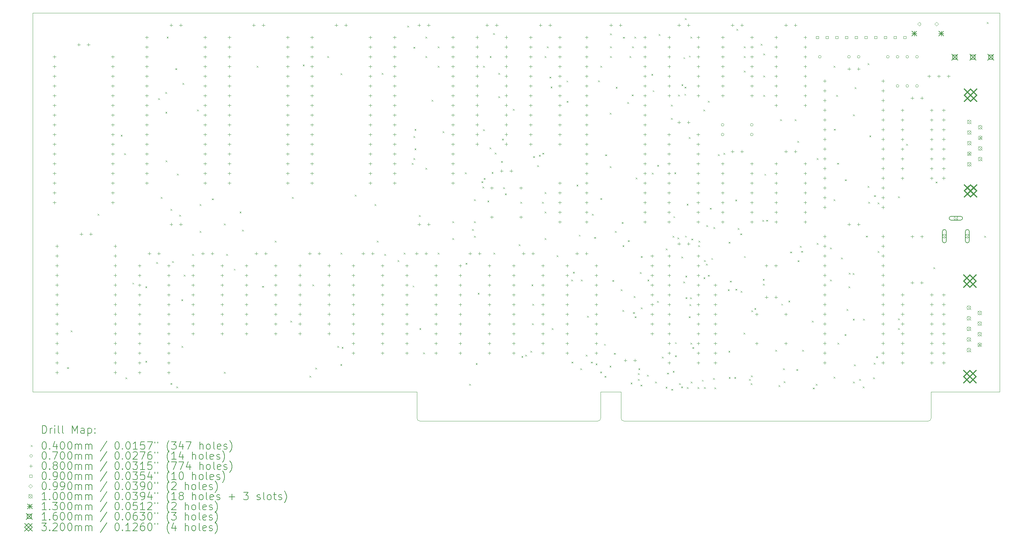
<source format=gbr>
%TF.GenerationSoftware,KiCad,Pcbnew,7.0.7*%
%TF.CreationDate,2024-03-19T08:20:03-04:00*%
%TF.ProjectId,PCB - CPU V1,50434220-2d20-4435-9055-2056312e6b69,1.0*%
%TF.SameCoordinates,Original*%
%TF.FileFunction,Drillmap*%
%TF.FilePolarity,Positive*%
%FSLAX45Y45*%
G04 Gerber Fmt 4.5, Leading zero omitted, Abs format (unit mm)*
G04 Created by KiCad (PCBNEW 7.0.7) date 2024-03-19 08:20:03*
%MOMM*%
%LPD*%
G01*
G04 APERTURE LIST*
%ADD10C,0.100000*%
%ADD11C,0.200000*%
%ADD12C,0.040000*%
%ADD13C,0.070000*%
%ADD14C,0.080000*%
%ADD15C,0.090000*%
%ADD16C,0.099000*%
%ADD17C,0.130000*%
%ADD18C,0.160000*%
%ADD19C,0.320000*%
G04 APERTURE END LIST*
D10*
X26581100Y-15367000D02*
X21932900Y-15367000D01*
X26657300Y-15290800D02*
X26657300Y-14605000D01*
X27190700Y-15290800D02*
X27190700Y-14605000D01*
X35217100Y-15367000D02*
X27266900Y-15367000D01*
X35293300Y-15290800D02*
X35293300Y-14605000D01*
X35217100Y-15367000D02*
G75*
G03*
X35293300Y-15290800I0J76200D01*
G01*
X27190700Y-15290800D02*
G75*
G03*
X27266900Y-15367000I76200J0D01*
G01*
X26581100Y-15367000D02*
G75*
G03*
X26657300Y-15290800I0J76200D01*
G01*
X21856700Y-15290800D02*
G75*
G03*
X21932900Y-15367000I76200J0D01*
G01*
X21856700Y-14605000D02*
X21856700Y-15290800D01*
X37084000Y-14605000D02*
X37084000Y-4699000D01*
X11811000Y-14605000D02*
X21856700Y-14605000D01*
X35293300Y-14605000D02*
X37084000Y-14605000D01*
X37084000Y-4699000D02*
X11811000Y-4699000D01*
X26657300Y-14605000D02*
X27190700Y-14605000D01*
X11811000Y-4699000D02*
X11811000Y-14605000D01*
D11*
D12*
X12711750Y-13955780D02*
X12751750Y-13995780D01*
X12751750Y-13955780D02*
X12711750Y-13995780D01*
X12807000Y-12997500D02*
X12847000Y-13037500D01*
X12847000Y-12997500D02*
X12807000Y-13037500D01*
X13505500Y-9949500D02*
X13545500Y-9989500D01*
X13545500Y-9949500D02*
X13505500Y-9989500D01*
X14114450Y-7880050D02*
X14154450Y-7920050D01*
X14154450Y-7880050D02*
X14114450Y-7920050D01*
X14204000Y-8362000D02*
X14244000Y-8402000D01*
X14244000Y-8362000D02*
X14204000Y-8402000D01*
X14235750Y-14225660D02*
X14275750Y-14265660D01*
X14275750Y-14225660D02*
X14235750Y-14265660D01*
X14419004Y-11745559D02*
X14459004Y-11785559D01*
X14459004Y-11745559D02*
X14419004Y-11785559D01*
X14757130Y-11841240D02*
X14797130Y-11881240D01*
X14797130Y-11841240D02*
X14757130Y-11881240D01*
X14757910Y-13791250D02*
X14797910Y-13831250D01*
X14797910Y-13791250D02*
X14757910Y-13831250D01*
X15038512Y-11206300D02*
X15078512Y-11246300D01*
X15078512Y-11206300D02*
X15038512Y-11246300D01*
X15089130Y-6922740D02*
X15129130Y-6962740D01*
X15129130Y-6922740D02*
X15089130Y-6962740D01*
X15156500Y-9505000D02*
X15196500Y-9545000D01*
X15196500Y-9505000D02*
X15156500Y-9545000D01*
X15280035Y-6765500D02*
X15320035Y-6805500D01*
X15320035Y-6765500D02*
X15280035Y-6805500D01*
X15282255Y-7281255D02*
X15322255Y-7321255D01*
X15322255Y-7281255D02*
X15282255Y-7321255D01*
X15283500Y-8552500D02*
X15323500Y-8592500D01*
X15323500Y-8552500D02*
X15283500Y-8592500D01*
X15315250Y-5314000D02*
X15355250Y-5354000D01*
X15355250Y-5314000D02*
X15315250Y-5354000D01*
X15410500Y-14370610D02*
X15450500Y-14410610D01*
X15450500Y-14370610D02*
X15410500Y-14410610D01*
X15412190Y-9818600D02*
X15452190Y-9858600D01*
X15452190Y-9818600D02*
X15412190Y-9858600D01*
X15453350Y-11183730D02*
X15493350Y-11223730D01*
X15493350Y-11183730D02*
X15453350Y-11223730D01*
X15537500Y-6140900D02*
X15577500Y-6180900D01*
X15577500Y-6140900D02*
X15537500Y-6180900D01*
X15566910Y-14458000D02*
X15606910Y-14498000D01*
X15606910Y-14458000D02*
X15566910Y-14498000D01*
X15584050Y-8896050D02*
X15624050Y-8936050D01*
X15624050Y-8896050D02*
X15584050Y-8936050D01*
X15641578Y-9970668D02*
X15681578Y-10010668D01*
X15681578Y-9970668D02*
X15641578Y-10010668D01*
X15696250Y-12180040D02*
X15736250Y-12220040D01*
X15736250Y-12180040D02*
X15696250Y-12220040D01*
X15701730Y-13401250D02*
X15741730Y-13441250D01*
X15741730Y-13401250D02*
X15701730Y-13441250D01*
X15728000Y-6527420D02*
X15768000Y-6567420D01*
X15768000Y-6527420D02*
X15728000Y-6567420D01*
X15759750Y-11537000D02*
X15799750Y-11577000D01*
X15799750Y-11537000D02*
X15759750Y-11577000D01*
X15983040Y-10998290D02*
X16023040Y-11038290D01*
X16023040Y-10998290D02*
X15983040Y-11038290D01*
X16109000Y-7219000D02*
X16149000Y-7259000D01*
X16149000Y-7219000D02*
X16109000Y-7259000D01*
X16172500Y-9695500D02*
X16212500Y-9735500D01*
X16212500Y-9695500D02*
X16172500Y-9735500D01*
X16172500Y-10394000D02*
X16212500Y-10434000D01*
X16212500Y-10394000D02*
X16172500Y-10434000D01*
X16499001Y-9544410D02*
X16539001Y-9584410D01*
X16539001Y-9544410D02*
X16499001Y-9584410D01*
X16807500Y-10203500D02*
X16847500Y-10243500D01*
X16847500Y-10203500D02*
X16807500Y-10243500D01*
X16807500Y-14077000D02*
X16847500Y-14117000D01*
X16847500Y-14077000D02*
X16807500Y-14117000D01*
X16871000Y-10997250D02*
X16911000Y-11037250D01*
X16911000Y-10997250D02*
X16871000Y-11037250D01*
X17067760Y-11381660D02*
X17107760Y-11421660D01*
X17107760Y-11381660D02*
X17067760Y-11421660D01*
X17220250Y-9886000D02*
X17260250Y-9926000D01*
X17260250Y-9886000D02*
X17220250Y-9926000D01*
X17283750Y-10362250D02*
X17323750Y-10402250D01*
X17323750Y-10362250D02*
X17283750Y-10402250D01*
X17664749Y-6076000D02*
X17704749Y-6116000D01*
X17704749Y-6076000D02*
X17664749Y-6116000D01*
X17810260Y-11830270D02*
X17850260Y-11870270D01*
X17850260Y-11830270D02*
X17810260Y-11870270D01*
X18141000Y-10648000D02*
X18181000Y-10688000D01*
X18181000Y-10648000D02*
X18141000Y-10688000D01*
X18543780Y-12743500D02*
X18583780Y-12783500D01*
X18583780Y-12743500D02*
X18543780Y-12783500D01*
X18585500Y-9505000D02*
X18625500Y-9545000D01*
X18625500Y-9505000D02*
X18585500Y-9545000D01*
X18871251Y-6044250D02*
X18911251Y-6084250D01*
X18911251Y-6044250D02*
X18871251Y-6084250D01*
X19048470Y-14181750D02*
X19088470Y-14221750D01*
X19088470Y-14181750D02*
X19048470Y-14221750D01*
X19119610Y-11790000D02*
X19159610Y-11830000D01*
X19159610Y-11790000D02*
X19119610Y-11830000D01*
X19197130Y-13966750D02*
X19237130Y-14006750D01*
X19237130Y-13966750D02*
X19197130Y-14006750D01*
X19508530Y-5822000D02*
X19548530Y-5862000D01*
X19548530Y-5822000D02*
X19508530Y-5862000D01*
X19770740Y-13401250D02*
X19810740Y-13441250D01*
X19810740Y-13401250D02*
X19770740Y-13441250D01*
X19854650Y-13877790D02*
X19894650Y-13917790D01*
X19894650Y-13877790D02*
X19854650Y-13917790D01*
X19855500Y-6275501D02*
X19895500Y-6315501D01*
X19895500Y-6275501D02*
X19855500Y-6315501D01*
X19855500Y-10965500D02*
X19895500Y-11005500D01*
X19895500Y-10965500D02*
X19855500Y-11005500D01*
X19887780Y-13427990D02*
X19927780Y-13467990D01*
X19927780Y-13427990D02*
X19887780Y-13467990D01*
X20231270Y-9450500D02*
X20271270Y-9490500D01*
X20271270Y-9450500D02*
X20231270Y-9490500D01*
X20744500Y-9695500D02*
X20784500Y-9735500D01*
X20784500Y-9695500D02*
X20744500Y-9735500D01*
X20808000Y-10648000D02*
X20848000Y-10688000D01*
X20848000Y-10648000D02*
X20808000Y-10688000D01*
X20935000Y-6266500D02*
X20975000Y-6306500D01*
X20975000Y-6266500D02*
X20935000Y-6306500D01*
X20998500Y-10997250D02*
X21038500Y-11037250D01*
X21038500Y-10997250D02*
X20998500Y-11037250D01*
X21347750Y-11158220D02*
X21387750Y-11198220D01*
X21387750Y-11158220D02*
X21347750Y-11198220D01*
X21506500Y-10965500D02*
X21546500Y-11005500D01*
X21546500Y-10965500D02*
X21506500Y-11005500D01*
X21601753Y-5028250D02*
X21641753Y-5068250D01*
X21641753Y-5028250D02*
X21601753Y-5068250D01*
X21719590Y-8616000D02*
X21759590Y-8656000D01*
X21759590Y-8616000D02*
X21719590Y-8656000D01*
X21742040Y-11822749D02*
X21782040Y-11862749D01*
X21782040Y-11822749D02*
X21742040Y-11862749D01*
X21760500Y-7917500D02*
X21800500Y-7957500D01*
X21800500Y-7917500D02*
X21760500Y-7957500D01*
X21760500Y-8489000D02*
X21800500Y-8529000D01*
X21800500Y-8489000D02*
X21760500Y-8529000D01*
X21765130Y-5582470D02*
X21805130Y-5622470D01*
X21805130Y-5582470D02*
X21765130Y-5622470D01*
X21792250Y-7727000D02*
X21832250Y-7767000D01*
X21832250Y-7727000D02*
X21792250Y-7767000D01*
X21792250Y-8235000D02*
X21832250Y-8275000D01*
X21832250Y-8235000D02*
X21792250Y-8275000D01*
X21908910Y-9981130D02*
X21948910Y-10021130D01*
X21948910Y-9981130D02*
X21908910Y-10021130D01*
X21920110Y-12934860D02*
X21960110Y-12974860D01*
X21960110Y-12934860D02*
X21920110Y-12974860D01*
X22014500Y-13569000D02*
X22054500Y-13609000D01*
X22054500Y-13569000D02*
X22014500Y-13609000D01*
X22078000Y-5314000D02*
X22118000Y-5354000D01*
X22118000Y-5314000D02*
X22078000Y-5354000D01*
X22078000Y-5822000D02*
X22118000Y-5862000D01*
X22118000Y-5822000D02*
X22078000Y-5862000D01*
X22078000Y-8743000D02*
X22118000Y-8783000D01*
X22118000Y-8743000D02*
X22078000Y-8783000D01*
X22236750Y-6965000D02*
X22276750Y-7005000D01*
X22276750Y-6965000D02*
X22236750Y-7005000D01*
X22395500Y-5568000D02*
X22435500Y-5608000D01*
X22435500Y-5568000D02*
X22395500Y-5608000D01*
X22395500Y-6076000D02*
X22435500Y-6116000D01*
X22435500Y-6076000D02*
X22395500Y-6116000D01*
X22395500Y-10965500D02*
X22435500Y-11005500D01*
X22435500Y-10965500D02*
X22395500Y-11005500D01*
X22522500Y-7790500D02*
X22562500Y-7830500D01*
X22562500Y-7790500D02*
X22522500Y-7830500D01*
X22776500Y-10140000D02*
X22816500Y-10180000D01*
X22816500Y-10140000D02*
X22776500Y-10180000D01*
X22776500Y-10584500D02*
X22816500Y-10624500D01*
X22816500Y-10584500D02*
X22776500Y-10624500D01*
X23109990Y-8864400D02*
X23149990Y-8904400D01*
X23149990Y-8864400D02*
X23109990Y-8904400D01*
X23123750Y-11230390D02*
X23163750Y-11270390D01*
X23163750Y-11230390D02*
X23123750Y-11270390D01*
X23221000Y-14394500D02*
X23261000Y-14434500D01*
X23261000Y-14394500D02*
X23221000Y-14434500D01*
X23292990Y-10347640D02*
X23332990Y-10387640D01*
X23332990Y-10347640D02*
X23292990Y-10387640D01*
X23348000Y-9568500D02*
X23388000Y-9608500D01*
X23388000Y-9568500D02*
X23348000Y-9608500D01*
X23348000Y-10140000D02*
X23388000Y-10180000D01*
X23388000Y-10140000D02*
X23348000Y-10180000D01*
X23348000Y-10521000D02*
X23388000Y-10561000D01*
X23388000Y-10521000D02*
X23348000Y-10561000D01*
X23394110Y-13851450D02*
X23434110Y-13891450D01*
X23434110Y-13851450D02*
X23394110Y-13891450D01*
X23443250Y-12013250D02*
X23483250Y-12053250D01*
X23483250Y-12013250D02*
X23443250Y-12053250D01*
X23542820Y-9096170D02*
X23582820Y-9136170D01*
X23582820Y-9096170D02*
X23542820Y-9136170D01*
X23568410Y-9236760D02*
X23608410Y-9276760D01*
X23608410Y-9236760D02*
X23568410Y-9276760D01*
X23583930Y-7737020D02*
X23623930Y-7777020D01*
X23623930Y-7737020D02*
X23583930Y-7777020D01*
X23584999Y-6076000D02*
X23624999Y-6116000D01*
X23624999Y-6076000D02*
X23584999Y-6116000D01*
X23600300Y-9011470D02*
X23640300Y-9051470D01*
X23640300Y-9011470D02*
X23600300Y-9051470D01*
X23697250Y-9600250D02*
X23737250Y-9640250D01*
X23737250Y-9600250D02*
X23697250Y-9640250D01*
X23751070Y-8214020D02*
X23791070Y-8254020D01*
X23791070Y-8214020D02*
X23751070Y-8254020D01*
X23757586Y-5825638D02*
X23797586Y-5865638D01*
X23797586Y-5825638D02*
X23757586Y-5865638D01*
X23808310Y-8855830D02*
X23848310Y-8895830D01*
X23848310Y-8855830D02*
X23808310Y-8895830D01*
X23843860Y-5222180D02*
X23883860Y-5262180D01*
X23883860Y-5222180D02*
X23843860Y-5262180D01*
X23856000Y-10965500D02*
X23896000Y-11005500D01*
X23896000Y-10965500D02*
X23856000Y-11005500D01*
X23891220Y-8346280D02*
X23931220Y-8386280D01*
X23931220Y-8346280D02*
X23891220Y-8386280D01*
X23983000Y-6266500D02*
X24023000Y-6306500D01*
X24023000Y-6266500D02*
X23983000Y-6306500D01*
X23984142Y-6870892D02*
X24024142Y-6910892D01*
X24024142Y-6870892D02*
X23984142Y-6910892D01*
X24052610Y-8567790D02*
X24092610Y-8607790D01*
X24092610Y-8567790D02*
X24052610Y-8607790D01*
X24078250Y-7981000D02*
X24118250Y-8021000D01*
X24118250Y-7981000D02*
X24078250Y-8021000D01*
X24110000Y-9251000D02*
X24150000Y-9291000D01*
X24150000Y-9251000D02*
X24110000Y-9291000D01*
X24154260Y-9414040D02*
X24194260Y-9454040D01*
X24194260Y-9414040D02*
X24154260Y-9454040D01*
X24364000Y-7204180D02*
X24404000Y-7244180D01*
X24404000Y-7204180D02*
X24364000Y-7244180D01*
X24512610Y-10746090D02*
X24552610Y-10786090D01*
X24552610Y-10746090D02*
X24512610Y-10786090D01*
X24554500Y-9632000D02*
X24594500Y-9672000D01*
X24594500Y-9632000D02*
X24554500Y-9672000D01*
X24586250Y-13664250D02*
X24626250Y-13704250D01*
X24626250Y-13664250D02*
X24586250Y-13704250D01*
X24681500Y-13632500D02*
X24721500Y-13672500D01*
X24721500Y-13632500D02*
X24681500Y-13672500D01*
X24816660Y-13529090D02*
X24856660Y-13569090D01*
X24856660Y-13529090D02*
X24816660Y-13569090D01*
X24849253Y-11791000D02*
X24889253Y-11831000D01*
X24889253Y-11791000D02*
X24849253Y-11831000D01*
X24862650Y-12807000D02*
X24902650Y-12847000D01*
X24902650Y-12807000D02*
X24862650Y-12847000D01*
X24872000Y-12299000D02*
X24912000Y-12339000D01*
X24912000Y-12299000D02*
X24872000Y-12339000D01*
X24890980Y-8441430D02*
X24930980Y-8481430D01*
X24930980Y-8441430D02*
X24890980Y-8481430D01*
X24999000Y-8679500D02*
X25039000Y-8719500D01*
X25039000Y-8679500D02*
X24999000Y-8719500D01*
X25044050Y-8406510D02*
X25084050Y-8446510D01*
X25084050Y-8406510D02*
X25044050Y-8446510D01*
X25126000Y-9632000D02*
X25166000Y-9672000D01*
X25166000Y-9632000D02*
X25126000Y-9672000D01*
X25134120Y-8350900D02*
X25174120Y-8390900D01*
X25174120Y-8350900D02*
X25134120Y-8390900D01*
X25189500Y-5822000D02*
X25229500Y-5862000D01*
X25229500Y-5822000D02*
X25189500Y-5862000D01*
X25189500Y-9378000D02*
X25229500Y-9418000D01*
X25229500Y-9378000D02*
X25189500Y-9418000D01*
X25189500Y-9886000D02*
X25229500Y-9926000D01*
X25229500Y-9886000D02*
X25189500Y-9926000D01*
X25189500Y-10584500D02*
X25229500Y-10624500D01*
X25229500Y-10584500D02*
X25189500Y-10624500D01*
X25253000Y-5568000D02*
X25293000Y-5608000D01*
X25293000Y-5568000D02*
X25253000Y-5608000D01*
X25316500Y-6361750D02*
X25356500Y-6401750D01*
X25356500Y-6361750D02*
X25316500Y-6401750D01*
X25348250Y-6620030D02*
X25388250Y-6660030D01*
X25388250Y-6620030D02*
X25348250Y-6660030D01*
X25380000Y-12934000D02*
X25420000Y-12974000D01*
X25420000Y-12934000D02*
X25380000Y-12974000D01*
X25507000Y-11029000D02*
X25547000Y-11069000D01*
X25547000Y-11029000D02*
X25507000Y-11069000D01*
X25763272Y-6462427D02*
X25803272Y-6502427D01*
X25803272Y-6462427D02*
X25763272Y-6502427D01*
X25767975Y-6996445D02*
X25807975Y-7036445D01*
X25807975Y-6996445D02*
X25767975Y-7036445D01*
X25889060Y-11664000D02*
X25929060Y-11704000D01*
X25929060Y-11664000D02*
X25889060Y-11704000D01*
X25893430Y-13812090D02*
X25933430Y-13852090D01*
X25933430Y-13812090D02*
X25893430Y-13852090D01*
X25933890Y-11461450D02*
X25973890Y-11501450D01*
X25973890Y-11461450D02*
X25933890Y-11501450D01*
X26026980Y-9187500D02*
X26066980Y-9227500D01*
X26066980Y-9187500D02*
X26026980Y-9227500D01*
X26086260Y-10493150D02*
X26126260Y-10533150D01*
X26126260Y-10493150D02*
X26086260Y-10533150D01*
X26120550Y-13984200D02*
X26160550Y-14024200D01*
X26160550Y-13984200D02*
X26120550Y-14024200D01*
X26142000Y-11664000D02*
X26182000Y-11704000D01*
X26182000Y-11664000D02*
X26142000Y-11704000D01*
X26267920Y-13631420D02*
X26307920Y-13671420D01*
X26307920Y-13631420D02*
X26267920Y-13671420D01*
X26300750Y-12616500D02*
X26340750Y-12656500D01*
X26340750Y-12616500D02*
X26300750Y-12656500D01*
X26399970Y-13813280D02*
X26439970Y-13853280D01*
X26439970Y-13813280D02*
X26399970Y-13853280D01*
X26431209Y-9945679D02*
X26471209Y-9985679D01*
X26471209Y-9945679D02*
X26431209Y-9985679D01*
X26489000Y-10552930D02*
X26529000Y-10592930D01*
X26529000Y-10552930D02*
X26489000Y-10592930D01*
X26524740Y-13855980D02*
X26564740Y-13895980D01*
X26564740Y-13855980D02*
X26524740Y-13895980D01*
X26586500Y-6457000D02*
X26626500Y-6497000D01*
X26626500Y-6457000D02*
X26586500Y-6497000D01*
X26643200Y-14070080D02*
X26683200Y-14110080D01*
X26683200Y-14070080D02*
X26643200Y-14110080D01*
X26648789Y-9536750D02*
X26688789Y-9576750D01*
X26688789Y-9536750D02*
X26648789Y-9576750D01*
X26650000Y-6076000D02*
X26690000Y-6116000D01*
X26690000Y-6076000D02*
X26650000Y-6116000D01*
X26745250Y-13346750D02*
X26785250Y-13386750D01*
X26785250Y-13346750D02*
X26745250Y-13386750D01*
X26758350Y-14185230D02*
X26798350Y-14225230D01*
X26798350Y-14185230D02*
X26758350Y-14225230D01*
X26777000Y-8393750D02*
X26817000Y-8433750D01*
X26817000Y-8393750D02*
X26777000Y-8433750D01*
X26889860Y-13919690D02*
X26929860Y-13959690D01*
X26929860Y-13919690D02*
X26889860Y-13959690D01*
X26893580Y-8703290D02*
X26933580Y-8743290D01*
X26933580Y-8703290D02*
X26893580Y-8743290D01*
X26895780Y-7306230D02*
X26935780Y-7346230D01*
X26935780Y-7306230D02*
X26895780Y-7346230D01*
X26904000Y-5568000D02*
X26944000Y-5608000D01*
X26944000Y-5568000D02*
X26904000Y-5608000D01*
X26904000Y-5822000D02*
X26944000Y-5862000D01*
X26944000Y-5822000D02*
X26904000Y-5862000D01*
X26904340Y-5229550D02*
X26944340Y-5269550D01*
X26944340Y-5229550D02*
X26904340Y-5269550D01*
X26959000Y-11679500D02*
X26999000Y-11719500D01*
X26999000Y-11679500D02*
X26959000Y-11719500D01*
X27002960Y-13583990D02*
X27042960Y-13623990D01*
X27042960Y-13583990D02*
X27002960Y-13623990D01*
X27031000Y-10394000D02*
X27071000Y-10434000D01*
X27071000Y-10394000D02*
X27031000Y-10434000D01*
X27050735Y-6629535D02*
X27090735Y-6669535D01*
X27090735Y-6629535D02*
X27050735Y-6669535D01*
X27184140Y-11916970D02*
X27224140Y-11956970D01*
X27224140Y-11916970D02*
X27184140Y-11956970D01*
X27208830Y-10162040D02*
X27248830Y-10202040D01*
X27248830Y-10162040D02*
X27208830Y-10202040D01*
X27223300Y-12464660D02*
X27263300Y-12504660D01*
X27263300Y-12464660D02*
X27223300Y-12504660D01*
X27227680Y-10769150D02*
X27267680Y-10809150D01*
X27267680Y-10769150D02*
X27227680Y-10809150D01*
X27239620Y-5321270D02*
X27279620Y-5361270D01*
X27279620Y-5321270D02*
X27239620Y-5361270D01*
X27348500Y-7028500D02*
X27388500Y-7068500D01*
X27388500Y-7028500D02*
X27348500Y-7068500D01*
X27365200Y-10637790D02*
X27405200Y-10677790D01*
X27405200Y-10637790D02*
X27365200Y-10677790D01*
X27412000Y-5822000D02*
X27452000Y-5862000D01*
X27452000Y-5822000D02*
X27412000Y-5862000D01*
X27439405Y-14356555D02*
X27479405Y-14396555D01*
X27479405Y-14356555D02*
X27439405Y-14396555D01*
X27471240Y-6827800D02*
X27511240Y-6867800D01*
X27511240Y-6827800D02*
X27471240Y-6867800D01*
X27475500Y-5568000D02*
X27515500Y-5608000D01*
X27515500Y-5568000D02*
X27475500Y-5608000D01*
X27503740Y-12517280D02*
X27543740Y-12557280D01*
X27543740Y-12517280D02*
X27503740Y-12557280D01*
X27519350Y-12096060D02*
X27559350Y-12136060D01*
X27559350Y-12096060D02*
X27519350Y-12136060D01*
X27539000Y-5314000D02*
X27579000Y-5354000D01*
X27579000Y-5314000D02*
X27539000Y-5354000D01*
X27548730Y-12626650D02*
X27588730Y-12666650D01*
X27588730Y-12626650D02*
X27548730Y-12666650D01*
X27570749Y-8997000D02*
X27610749Y-9037000D01*
X27610749Y-8997000D02*
X27570749Y-9037000D01*
X27630990Y-14267499D02*
X27670990Y-14307499D01*
X27670990Y-14267499D02*
X27630990Y-14307499D01*
X27632740Y-14114270D02*
X27672740Y-14154270D01*
X27672740Y-14114270D02*
X27632740Y-14154270D01*
X27643250Y-13988576D02*
X27683250Y-14028576D01*
X27683250Y-13988576D02*
X27643250Y-14028576D01*
X27681720Y-11469470D02*
X27721720Y-11509470D01*
X27721720Y-11469470D02*
X27681720Y-11509470D01*
X27696340Y-14413500D02*
X27736340Y-14453500D01*
X27736340Y-14413500D02*
X27696340Y-14453500D01*
X27704400Y-11052610D02*
X27744400Y-11092610D01*
X27744400Y-11052610D02*
X27704400Y-11092610D01*
X27706080Y-12391380D02*
X27746080Y-12431380D01*
X27746080Y-12391380D02*
X27706080Y-12431380D01*
X27866120Y-14155840D02*
X27906120Y-14195840D01*
X27906120Y-14155840D02*
X27866120Y-14195840D01*
X27880000Y-11664000D02*
X27920000Y-11704000D01*
X27920000Y-11664000D02*
X27880000Y-11704000D01*
X27982470Y-6291550D02*
X28022470Y-6331550D01*
X28022470Y-6291550D02*
X27982470Y-6331550D01*
X27992500Y-8870000D02*
X28032500Y-8910000D01*
X28032500Y-8870000D02*
X27992500Y-8910000D01*
X28016480Y-6717050D02*
X28056480Y-6757050D01*
X28056480Y-6717050D02*
X28016480Y-6757050D01*
X28078750Y-14331000D02*
X28118750Y-14371000D01*
X28118750Y-14331000D02*
X28078750Y-14371000D01*
X28130320Y-12227630D02*
X28170320Y-12267630D01*
X28170320Y-12227630D02*
X28130320Y-12267630D01*
X28134010Y-8670500D02*
X28174010Y-8710500D01*
X28174010Y-8670500D02*
X28134010Y-8710500D01*
X28174000Y-5250500D02*
X28214000Y-5290500D01*
X28214000Y-5250500D02*
X28174000Y-5290500D01*
X28260060Y-13682990D02*
X28300060Y-13722990D01*
X28300060Y-13682990D02*
X28260060Y-13722990D01*
X28355210Y-14465540D02*
X28395210Y-14505540D01*
X28395210Y-14465540D02*
X28355210Y-14505540D01*
X28359930Y-10855740D02*
X28399930Y-10895740D01*
X28399930Y-10855740D02*
X28359930Y-10895740D01*
X28391200Y-14099120D02*
X28431200Y-14139120D01*
X28431200Y-14099120D02*
X28391200Y-14139120D01*
X28491500Y-7092000D02*
X28531500Y-7132000D01*
X28531500Y-7092000D02*
X28491500Y-7132000D01*
X28491500Y-7441250D02*
X28531500Y-7481250D01*
X28531500Y-7441250D02*
X28491500Y-7481250D01*
X28500750Y-14522840D02*
X28540750Y-14562840D01*
X28540750Y-14522840D02*
X28500750Y-14562840D01*
X28533660Y-10523380D02*
X28573660Y-10563380D01*
X28573660Y-10523380D02*
X28533660Y-10563380D01*
X28539800Y-14056090D02*
X28579800Y-14096090D01*
X28579800Y-14056090D02*
X28539800Y-14096090D01*
X28557460Y-10010830D02*
X28597460Y-10050830D01*
X28597460Y-10010830D02*
X28557460Y-10050830D01*
X28582750Y-8863380D02*
X28622750Y-8903380D01*
X28622750Y-8863380D02*
X28582750Y-8903380D01*
X28598920Y-13649960D02*
X28638920Y-13689960D01*
X28638920Y-13649960D02*
X28598920Y-13689960D01*
X28599710Y-13304510D02*
X28639710Y-13344510D01*
X28639710Y-13304510D02*
X28599710Y-13344510D01*
X28665670Y-10568410D02*
X28705670Y-10608410D01*
X28705670Y-10568410D02*
X28665670Y-10608410D01*
X28678070Y-6832140D02*
X28718070Y-6872140D01*
X28718070Y-6832140D02*
X28678070Y-6872140D01*
X28705360Y-14376180D02*
X28745360Y-14416180D01*
X28745360Y-14376180D02*
X28705360Y-14416180D01*
X28759940Y-14463090D02*
X28799940Y-14503090D01*
X28799940Y-14463090D02*
X28759940Y-14503090D01*
X28767670Y-11067610D02*
X28807670Y-11107610D01*
X28807670Y-11067610D02*
X28767670Y-11107610D01*
X28769150Y-6560230D02*
X28809150Y-6600230D01*
X28809150Y-6560230D02*
X28769150Y-6600230D01*
X28813230Y-11716710D02*
X28853230Y-11756710D01*
X28853230Y-11716710D02*
X28813230Y-11756710D01*
X28820130Y-5853750D02*
X28860130Y-5893750D01*
X28860130Y-5853750D02*
X28820130Y-5893750D01*
X28845020Y-6809800D02*
X28885020Y-6849800D01*
X28885020Y-6809800D02*
X28845020Y-6849800D01*
X28847690Y-6623180D02*
X28887690Y-6663180D01*
X28887690Y-6623180D02*
X28847690Y-6663180D01*
X28859180Y-4836250D02*
X28899180Y-4876250D01*
X28899180Y-4836250D02*
X28859180Y-4876250D01*
X28861600Y-10517980D02*
X28901600Y-10557980D01*
X28901600Y-10517980D02*
X28861600Y-10557980D01*
X28872160Y-11564040D02*
X28912160Y-11604040D01*
X28912160Y-11564040D02*
X28872160Y-11604040D01*
X28872370Y-12126460D02*
X28912370Y-12166460D01*
X28912370Y-12126460D02*
X28872370Y-12166460D01*
X28904250Y-9687170D02*
X28944250Y-9727170D01*
X28944250Y-9687170D02*
X28904250Y-9727170D01*
X28912160Y-14478250D02*
X28952160Y-14518250D01*
X28952160Y-14478250D02*
X28912160Y-14518250D01*
X28961670Y-12627140D02*
X29001670Y-12667140D01*
X29001670Y-12627140D02*
X28961670Y-12667140D01*
X28962540Y-7940440D02*
X29002540Y-7980440D01*
X29002540Y-7940440D02*
X28962540Y-7980440D01*
X28965300Y-5812240D02*
X29005300Y-5852240D01*
X29005300Y-5812240D02*
X28965300Y-5852240D01*
X28977300Y-12311540D02*
X29017300Y-12351540D01*
X29017300Y-12311540D02*
X28977300Y-12351540D01*
X28992020Y-12129050D02*
X29032020Y-12169050D01*
X29032020Y-12129050D02*
X28992020Y-12169050D01*
X28999500Y-5314000D02*
X29039500Y-5354000D01*
X29039500Y-5314000D02*
X28999500Y-5354000D01*
X29004790Y-13320040D02*
X29044790Y-13360040D01*
X29044790Y-13320040D02*
X29004790Y-13360040D01*
X29012640Y-14331150D02*
X29052640Y-14371150D01*
X29052640Y-14331150D02*
X29012640Y-14371150D01*
X29028870Y-10595250D02*
X29068870Y-10635250D01*
X29068870Y-10595250D02*
X29028870Y-10635250D01*
X29054020Y-13430460D02*
X29094020Y-13470460D01*
X29094020Y-13430460D02*
X29054020Y-13470460D01*
X29185830Y-14476570D02*
X29225830Y-14516570D01*
X29225830Y-14476570D02*
X29185830Y-14516570D01*
X29206800Y-10770060D02*
X29246800Y-10810060D01*
X29246800Y-10770060D02*
X29206800Y-10810060D01*
X29214360Y-10650740D02*
X29254360Y-10690740D01*
X29254360Y-10650740D02*
X29214360Y-10690740D01*
X29302670Y-14286120D02*
X29342670Y-14326120D01*
X29342670Y-14286120D02*
X29302670Y-14326120D01*
X29340800Y-7223080D02*
X29380800Y-7263080D01*
X29380800Y-7223080D02*
X29340800Y-7263080D01*
X29346100Y-11604990D02*
X29386100Y-11644990D01*
X29386100Y-11604990D02*
X29346100Y-11644990D01*
X29354790Y-14476490D02*
X29394790Y-14516490D01*
X29394790Y-14476490D02*
X29354790Y-14516490D01*
X29360320Y-11158110D02*
X29400320Y-11198110D01*
X29400320Y-11158110D02*
X29360320Y-11198110D01*
X29406710Y-11253200D02*
X29446710Y-11293200D01*
X29446710Y-11253200D02*
X29406710Y-11293200D01*
X29417100Y-10245840D02*
X29457100Y-10285840D01*
X29457100Y-10245840D02*
X29417100Y-10285840D01*
X29458750Y-6992360D02*
X29498750Y-7032360D01*
X29498750Y-6992360D02*
X29458750Y-7032360D01*
X29462200Y-11542570D02*
X29502200Y-11582570D01*
X29502200Y-11542570D02*
X29462200Y-11582570D01*
X29507500Y-9790751D02*
X29547500Y-9830751D01*
X29547500Y-9790751D02*
X29507500Y-9830751D01*
X29549300Y-11102170D02*
X29589300Y-11142170D01*
X29589300Y-11102170D02*
X29549300Y-11142170D01*
X29594070Y-14241090D02*
X29634070Y-14281090D01*
X29634070Y-14241090D02*
X29594070Y-14281090D01*
X29602750Y-10295408D02*
X29642750Y-10335408D01*
X29642750Y-10295408D02*
X29602750Y-10335408D01*
X29627190Y-14484530D02*
X29667190Y-14524530D01*
X29667190Y-14484530D02*
X29627190Y-14524530D01*
X29723370Y-8391420D02*
X29763370Y-8431420D01*
X29763370Y-8391420D02*
X29723370Y-8431420D01*
X29864590Y-8353270D02*
X29904590Y-8393270D01*
X29904590Y-8353270D02*
X29864590Y-8393270D01*
X29979130Y-11920590D02*
X30019130Y-11960590D01*
X30019130Y-11920590D02*
X29979130Y-11960590D01*
X29996390Y-13530880D02*
X30036390Y-13570880D01*
X30036390Y-13530880D02*
X29996390Y-13570880D01*
X29999970Y-10678730D02*
X30039970Y-10718730D01*
X30039970Y-10678730D02*
X29999970Y-10718730D01*
X30005240Y-14212980D02*
X30045240Y-14252980D01*
X30045240Y-14212980D02*
X30005240Y-14252980D01*
X30037370Y-11696060D02*
X30077370Y-11736060D01*
X30077370Y-11696060D02*
X30037370Y-11736060D01*
X30149980Y-14214470D02*
X30189980Y-14254470D01*
X30189980Y-14214470D02*
X30149980Y-14254470D01*
X30174020Y-9575560D02*
X30214020Y-9615560D01*
X30214020Y-9575560D02*
X30174020Y-9615560D01*
X30179270Y-11906810D02*
X30219270Y-11946810D01*
X30219270Y-11906810D02*
X30179270Y-11946810D01*
X30206010Y-5114500D02*
X30246010Y-5154500D01*
X30246010Y-5114500D02*
X30206010Y-5154500D01*
X30238900Y-10322840D02*
X30278900Y-10362840D01*
X30278900Y-10322840D02*
X30238900Y-10362840D01*
X30307410Y-10459510D02*
X30347410Y-10499510D01*
X30347410Y-10459510D02*
X30307410Y-10499510D01*
X30316370Y-11961740D02*
X30356370Y-12001740D01*
X30356370Y-11961740D02*
X30316370Y-12001740D01*
X30389360Y-13056620D02*
X30429360Y-13096620D01*
X30429360Y-13056620D02*
X30389360Y-13096620D01*
X30396500Y-5568000D02*
X30436500Y-5608000D01*
X30436500Y-5568000D02*
X30396500Y-5608000D01*
X30396500Y-5822000D02*
X30436500Y-5862000D01*
X30436500Y-5822000D02*
X30396500Y-5862000D01*
X30396500Y-6203000D02*
X30436500Y-6243000D01*
X30436500Y-6203000D02*
X30396500Y-6243000D01*
X30404340Y-11053300D02*
X30444340Y-11093300D01*
X30444340Y-11053300D02*
X30404340Y-11093300D01*
X30535830Y-14267880D02*
X30575830Y-14307880D01*
X30575830Y-14267880D02*
X30535830Y-14307880D01*
X30577965Y-14373655D02*
X30617965Y-14413655D01*
X30617965Y-14373655D02*
X30577965Y-14413655D01*
X30587000Y-14172610D02*
X30627000Y-14212610D01*
X30627000Y-14172610D02*
X30587000Y-14212610D01*
X30594440Y-12473040D02*
X30634440Y-12513040D01*
X30634440Y-12473040D02*
X30594440Y-12513040D01*
X30674920Y-12412040D02*
X30714920Y-12452040D01*
X30714920Y-12412040D02*
X30674920Y-12452040D01*
X30841000Y-5504500D02*
X30881000Y-5544500D01*
X30881000Y-5504500D02*
X30841000Y-5544500D01*
X30882951Y-10111169D02*
X30922951Y-10151169D01*
X30922951Y-10111169D02*
X30882951Y-10151169D01*
X30895160Y-11648210D02*
X30935160Y-11688210D01*
X30935160Y-11648210D02*
X30895160Y-11688210D01*
X30897270Y-11775460D02*
X30937270Y-11815460D01*
X30937270Y-11775460D02*
X30897270Y-11815460D01*
X30904500Y-5758500D02*
X30944500Y-5798500D01*
X30944500Y-5758500D02*
X30904500Y-5798500D01*
X30904500Y-6330000D02*
X30944500Y-6370000D01*
X30944500Y-6330000D02*
X30904500Y-6370000D01*
X30904500Y-6838000D02*
X30944500Y-6878000D01*
X30944500Y-6838000D02*
X30904500Y-6878000D01*
X30935850Y-8901810D02*
X30975850Y-8941810D01*
X30975850Y-8901810D02*
X30935850Y-8941810D01*
X30982615Y-10102988D02*
X31022615Y-10142988D01*
X31022615Y-10102988D02*
X30982615Y-10142988D01*
X31222000Y-13505500D02*
X31262000Y-13545500D01*
X31262000Y-13505500D02*
X31222000Y-13545500D01*
X31302140Y-14426250D02*
X31342140Y-14466250D01*
X31342140Y-14426250D02*
X31302140Y-14466250D01*
X31349000Y-7473000D02*
X31389000Y-7513000D01*
X31389000Y-7473000D02*
X31349000Y-7513000D01*
X31376200Y-12296920D02*
X31416200Y-12336920D01*
X31416200Y-12296920D02*
X31376200Y-12336920D01*
X31421210Y-13986020D02*
X31461210Y-14026020D01*
X31461210Y-13986020D02*
X31421210Y-14026020D01*
X31441930Y-14322210D02*
X31481930Y-14362210D01*
X31481930Y-14322210D02*
X31441930Y-14362210D01*
X31563520Y-12217770D02*
X31603520Y-12257770D01*
X31603520Y-12217770D02*
X31563520Y-12257770D01*
X31608790Y-10934260D02*
X31648790Y-10974260D01*
X31648790Y-10934260D02*
X31608790Y-10974260D01*
X31730000Y-7473000D02*
X31770000Y-7513000D01*
X31770000Y-7473000D02*
X31730000Y-7513000D01*
X31769280Y-14007520D02*
X31809280Y-14047520D01*
X31809280Y-14007520D02*
X31769280Y-14047520D01*
X31793500Y-8044500D02*
X31833500Y-8084500D01*
X31833500Y-8044500D02*
X31793500Y-8084500D01*
X31804920Y-11163260D02*
X31844920Y-11203260D01*
X31844920Y-11163260D02*
X31804920Y-11203260D01*
X31865390Y-10782560D02*
X31905390Y-10822560D01*
X31905390Y-10782560D02*
X31865390Y-10822560D01*
X31894950Y-10916660D02*
X31934950Y-10956660D01*
X31934950Y-10916660D02*
X31894950Y-10956660D01*
X31920500Y-13505500D02*
X31960500Y-13545500D01*
X31960500Y-13505500D02*
X31920500Y-13545500D01*
X32174500Y-12743500D02*
X32214500Y-12783500D01*
X32214500Y-12743500D02*
X32174500Y-12783500D01*
X32204700Y-14489750D02*
X32244700Y-14529750D01*
X32244700Y-14489750D02*
X32204700Y-14529750D01*
X32278740Y-14392990D02*
X32318740Y-14432990D01*
X32318740Y-14392990D02*
X32278740Y-14432990D01*
X32301500Y-8489000D02*
X32341500Y-8529000D01*
X32341500Y-8489000D02*
X32301500Y-8529000D01*
X32302990Y-10706560D02*
X32342990Y-10746560D01*
X32342990Y-10706560D02*
X32302990Y-10746560D01*
X32649320Y-10829500D02*
X32689320Y-10869500D01*
X32689320Y-10829500D02*
X32649320Y-10869500D01*
X32650751Y-11664000D02*
X32690751Y-11704000D01*
X32690751Y-11664000D02*
X32650751Y-11704000D01*
X32746000Y-6076000D02*
X32786000Y-6116000D01*
X32786000Y-6076000D02*
X32746000Y-6116000D01*
X32746000Y-9568500D02*
X32786000Y-9608500D01*
X32786000Y-9568500D02*
X32746000Y-9608500D01*
X32746000Y-14204000D02*
X32786000Y-14244000D01*
X32786000Y-14204000D02*
X32746000Y-14244000D01*
X32754030Y-7725500D02*
X32794030Y-7765500D01*
X32794030Y-7725500D02*
X32754030Y-7765500D01*
X32809500Y-6838000D02*
X32849500Y-6878000D01*
X32849500Y-6838000D02*
X32809500Y-6878000D01*
X32834920Y-8614500D02*
X32874920Y-8654500D01*
X32874920Y-8614500D02*
X32834920Y-8654500D01*
X32846710Y-13315000D02*
X32886710Y-13355000D01*
X32886710Y-13315000D02*
X32846710Y-13355000D01*
X32936500Y-11092500D02*
X32976500Y-11132500D01*
X32976500Y-11092500D02*
X32936500Y-11132500D01*
X33031750Y-13092750D02*
X33071750Y-13132750D01*
X33071750Y-13092750D02*
X33031750Y-13132750D01*
X33039770Y-9046450D02*
X33079770Y-9086450D01*
X33079770Y-9046450D02*
X33039770Y-9086450D01*
X33085270Y-12436020D02*
X33125270Y-12476020D01*
X33125270Y-12436020D02*
X33085270Y-12476020D01*
X33133950Y-11844120D02*
X33173950Y-11884120D01*
X33173950Y-11844120D02*
X33133950Y-11884120D01*
X33141510Y-11488310D02*
X33181510Y-11528310D01*
X33181510Y-11488310D02*
X33141510Y-11528310D01*
X33244120Y-11495950D02*
X33284120Y-11535950D01*
X33284120Y-11495950D02*
X33244120Y-11535950D01*
X33247260Y-12689490D02*
X33287260Y-12729490D01*
X33287260Y-12689490D02*
X33247260Y-12729490D01*
X33254000Y-7346000D02*
X33294000Y-7386000D01*
X33294000Y-7346000D02*
X33254000Y-7386000D01*
X33254000Y-14331000D02*
X33294000Y-14371000D01*
X33294000Y-14331000D02*
X33254000Y-14371000D01*
X33278690Y-13885500D02*
X33318690Y-13925500D01*
X33318690Y-13885500D02*
X33278690Y-13925500D01*
X33294480Y-6637140D02*
X33334480Y-6677140D01*
X33334480Y-6637140D02*
X33294480Y-6677140D01*
X33412750Y-14267500D02*
X33452750Y-14307500D01*
X33452750Y-14267500D02*
X33412750Y-14307500D01*
X33507999Y-14457999D02*
X33547999Y-14497999D01*
X33547999Y-14457999D02*
X33507999Y-14497999D01*
X33515690Y-12690361D02*
X33555690Y-12730361D01*
X33555690Y-12690361D02*
X33515690Y-12730361D01*
X33588190Y-10519500D02*
X33628190Y-10559500D01*
X33628190Y-10519500D02*
X33588190Y-10559500D01*
X33635000Y-6012500D02*
X33675000Y-6052500D01*
X33675000Y-6012500D02*
X33635000Y-6052500D01*
X33635000Y-9219250D02*
X33675000Y-9259250D01*
X33675000Y-9219250D02*
X33635000Y-9259250D01*
X33648190Y-9635900D02*
X33688190Y-9675900D01*
X33688190Y-9635900D02*
X33648190Y-9675900D01*
X33680335Y-7896635D02*
X33720335Y-7936635D01*
X33720335Y-7896635D02*
X33680335Y-7936635D01*
X33778400Y-14223230D02*
X33818400Y-14263230D01*
X33818400Y-14223230D02*
X33778400Y-14263230D01*
X33793580Y-13844820D02*
X33833580Y-13884820D01*
X33833580Y-13844820D02*
X33793580Y-13884820D01*
X33804400Y-9460060D02*
X33844400Y-9500060D01*
X33844400Y-9460060D02*
X33804400Y-9500060D01*
X33857920Y-13672180D02*
X33897920Y-13712180D01*
X33897920Y-13672180D02*
X33857920Y-13712180D01*
X33897230Y-10921300D02*
X33937230Y-10961300D01*
X33937230Y-10921300D02*
X33897230Y-10961300D01*
X33898830Y-9648640D02*
X33938830Y-9688640D01*
X33938830Y-9648640D02*
X33898830Y-9688640D01*
X34428749Y-12680000D02*
X34468749Y-12720000D01*
X34468749Y-12680000D02*
X34428749Y-12720000D01*
X34428750Y-12934000D02*
X34468750Y-12974000D01*
X34468750Y-12934000D02*
X34428750Y-12974000D01*
X34428860Y-9488460D02*
X34468860Y-9528460D01*
X34468860Y-9488460D02*
X34428860Y-9528460D01*
X34644020Y-8118360D02*
X34684020Y-8158360D01*
X34684020Y-8118360D02*
X34644020Y-8158360D01*
X35349500Y-11346500D02*
X35389500Y-11386500D01*
X35389500Y-11346500D02*
X35349500Y-11386500D01*
X35412230Y-9104480D02*
X35452230Y-9144480D01*
X35452230Y-9104480D02*
X35412230Y-9144480D01*
X36683000Y-10521000D02*
X36723000Y-10561000D01*
X36723000Y-10521000D02*
X36683000Y-10561000D01*
X36746500Y-4933000D02*
X36786500Y-4973000D01*
X36786500Y-4933000D02*
X36746500Y-4973000D01*
D13*
X29880000Y-7620000D02*
G75*
G03*
X29880000Y-7620000I-35000J0D01*
G01*
X29880000Y-7874000D02*
G75*
G03*
X29880000Y-7874000I-35000J0D01*
G01*
X30642000Y-7620000D02*
G75*
G03*
X30642000Y-7620000I-35000J0D01*
G01*
X30642000Y-7874000D02*
G75*
G03*
X30642000Y-7874000I-35000J0D01*
G01*
X32420000Y-5842000D02*
G75*
G03*
X32420000Y-5842000I-35000J0D01*
G01*
X33182000Y-5842000D02*
G75*
G03*
X33182000Y-5842000I-35000J0D01*
G01*
X33436000Y-5842000D02*
G75*
G03*
X33436000Y-5842000I-35000J0D01*
G01*
X34198000Y-5842000D02*
G75*
G03*
X34198000Y-5842000I-35000J0D01*
G01*
X34452000Y-5842000D02*
G75*
G03*
X34452000Y-5842000I-35000J0D01*
G01*
X34452000Y-6604000D02*
G75*
G03*
X34452000Y-6604000I-35000J0D01*
G01*
X34706000Y-5842000D02*
G75*
G03*
X34706000Y-5842000I-35000J0D01*
G01*
X34706000Y-6604000D02*
G75*
G03*
X34706000Y-6604000I-35000J0D01*
G01*
X34960000Y-5842000D02*
G75*
G03*
X34960000Y-5842000I-35000J0D01*
G01*
X34960000Y-6604000D02*
G75*
G03*
X34960000Y-6604000I-35000J0D01*
G01*
D14*
X12382500Y-5802000D02*
X12382500Y-5882000D01*
X12342500Y-5842000D02*
X12422500Y-5842000D01*
X12382500Y-6056000D02*
X12382500Y-6136000D01*
X12342500Y-6096000D02*
X12422500Y-6096000D01*
X12382500Y-6310000D02*
X12382500Y-6390000D01*
X12342500Y-6350000D02*
X12422500Y-6350000D01*
X12382500Y-6564000D02*
X12382500Y-6644000D01*
X12342500Y-6604000D02*
X12422500Y-6604000D01*
X12382500Y-6818000D02*
X12382500Y-6898000D01*
X12342500Y-6858000D02*
X12422500Y-6858000D01*
X12382500Y-7072000D02*
X12382500Y-7152000D01*
X12342500Y-7112000D02*
X12422500Y-7112000D01*
X12382500Y-7326000D02*
X12382500Y-7406000D01*
X12342500Y-7366000D02*
X12422500Y-7366000D01*
X12382500Y-7580000D02*
X12382500Y-7660000D01*
X12342500Y-7620000D02*
X12422500Y-7620000D01*
X12382500Y-7834000D02*
X12382500Y-7914000D01*
X12342500Y-7874000D02*
X12422500Y-7874000D01*
X12382500Y-8088000D02*
X12382500Y-8168000D01*
X12342500Y-8128000D02*
X12422500Y-8128000D01*
X12382500Y-8342000D02*
X12382500Y-8422000D01*
X12342500Y-8382000D02*
X12422500Y-8382000D01*
X12382500Y-8596000D02*
X12382500Y-8676000D01*
X12342500Y-8636000D02*
X12422500Y-8636000D01*
X12382500Y-8850000D02*
X12382500Y-8930000D01*
X12342500Y-8890000D02*
X12422500Y-8890000D01*
X12382500Y-9104000D02*
X12382500Y-9184000D01*
X12342500Y-9144000D02*
X12422500Y-9144000D01*
X12382500Y-9358000D02*
X12382500Y-9438000D01*
X12342500Y-9398000D02*
X12422500Y-9398000D01*
X12382500Y-9612000D02*
X12382500Y-9692000D01*
X12342500Y-9652000D02*
X12422500Y-9652000D01*
X12445500Y-10753500D02*
X12445500Y-10833500D01*
X12405500Y-10793500D02*
X12485500Y-10793500D01*
X12445500Y-11007500D02*
X12445500Y-11087500D01*
X12405500Y-11047500D02*
X12485500Y-11047500D01*
X12445500Y-11261500D02*
X12445500Y-11341500D01*
X12405500Y-11301500D02*
X12485500Y-11301500D01*
X12445500Y-11515500D02*
X12445500Y-11595500D01*
X12405500Y-11555500D02*
X12485500Y-11555500D01*
X12445500Y-11769500D02*
X12445500Y-11849500D01*
X12405500Y-11809500D02*
X12485500Y-11809500D01*
X12445500Y-12023500D02*
X12445500Y-12103500D01*
X12405500Y-12063500D02*
X12485500Y-12063500D01*
X12445500Y-12277500D02*
X12445500Y-12357500D01*
X12405500Y-12317500D02*
X12485500Y-12317500D01*
X12445500Y-12531500D02*
X12445500Y-12611500D01*
X12405500Y-12571500D02*
X12485500Y-12571500D01*
X12445500Y-12785500D02*
X12445500Y-12865500D01*
X12405500Y-12825500D02*
X12485500Y-12825500D01*
X12445500Y-13039500D02*
X12445500Y-13119500D01*
X12405500Y-13079500D02*
X12485500Y-13079500D01*
X12445500Y-13293500D02*
X12445500Y-13373500D01*
X12405500Y-13333500D02*
X12485500Y-13333500D01*
X12445500Y-13547500D02*
X12445500Y-13627500D01*
X12405500Y-13587500D02*
X12485500Y-13587500D01*
X12445500Y-13801500D02*
X12445500Y-13881500D01*
X12405500Y-13841500D02*
X12485500Y-13841500D01*
X12445500Y-14055500D02*
X12445500Y-14135500D01*
X12405500Y-14095500D02*
X12485500Y-14095500D01*
X13019500Y-5484500D02*
X13019500Y-5564500D01*
X12979500Y-5524500D02*
X13059500Y-5524500D01*
X13083000Y-10437500D02*
X13083000Y-10517500D01*
X13043000Y-10477500D02*
X13123000Y-10477500D01*
X13269500Y-5484500D02*
X13269500Y-5564500D01*
X13229500Y-5524500D02*
X13309500Y-5524500D01*
X13333000Y-10437500D02*
X13333000Y-10517500D01*
X13293000Y-10477500D02*
X13373000Y-10477500D01*
X13906500Y-5802000D02*
X13906500Y-5882000D01*
X13866500Y-5842000D02*
X13946500Y-5842000D01*
X13906500Y-6056000D02*
X13906500Y-6136000D01*
X13866500Y-6096000D02*
X13946500Y-6096000D01*
X13906500Y-6310000D02*
X13906500Y-6390000D01*
X13866500Y-6350000D02*
X13946500Y-6350000D01*
X13906500Y-6564000D02*
X13906500Y-6644000D01*
X13866500Y-6604000D02*
X13946500Y-6604000D01*
X13906500Y-6818000D02*
X13906500Y-6898000D01*
X13866500Y-6858000D02*
X13946500Y-6858000D01*
X13906500Y-7072000D02*
X13906500Y-7152000D01*
X13866500Y-7112000D02*
X13946500Y-7112000D01*
X13906500Y-7326000D02*
X13906500Y-7406000D01*
X13866500Y-7366000D02*
X13946500Y-7366000D01*
X13906500Y-7580000D02*
X13906500Y-7660000D01*
X13866500Y-7620000D02*
X13946500Y-7620000D01*
X13906500Y-7834000D02*
X13906500Y-7914000D01*
X13866500Y-7874000D02*
X13946500Y-7874000D01*
X13906500Y-8088000D02*
X13906500Y-8168000D01*
X13866500Y-8128000D02*
X13946500Y-8128000D01*
X13906500Y-8342000D02*
X13906500Y-8422000D01*
X13866500Y-8382000D02*
X13946500Y-8382000D01*
X13906500Y-8596000D02*
X13906500Y-8676000D01*
X13866500Y-8636000D02*
X13946500Y-8636000D01*
X13906500Y-8850000D02*
X13906500Y-8930000D01*
X13866500Y-8890000D02*
X13946500Y-8890000D01*
X13906500Y-9104000D02*
X13906500Y-9184000D01*
X13866500Y-9144000D02*
X13946500Y-9144000D01*
X13906500Y-9358000D02*
X13906500Y-9438000D01*
X13866500Y-9398000D02*
X13946500Y-9398000D01*
X13906500Y-9612000D02*
X13906500Y-9692000D01*
X13866500Y-9652000D02*
X13946500Y-9652000D01*
X13969500Y-10753500D02*
X13969500Y-10833500D01*
X13929500Y-10793500D02*
X14009500Y-10793500D01*
X13969500Y-11007500D02*
X13969500Y-11087500D01*
X13929500Y-11047500D02*
X14009500Y-11047500D01*
X13969500Y-11261500D02*
X13969500Y-11341500D01*
X13929500Y-11301500D02*
X14009500Y-11301500D01*
X13969500Y-11515500D02*
X13969500Y-11595500D01*
X13929500Y-11555500D02*
X14009500Y-11555500D01*
X13969500Y-11769500D02*
X13969500Y-11849500D01*
X13929500Y-11809500D02*
X14009500Y-11809500D01*
X13969500Y-12023500D02*
X13969500Y-12103500D01*
X13929500Y-12063500D02*
X14009500Y-12063500D01*
X13969500Y-12277500D02*
X13969500Y-12357500D01*
X13929500Y-12317500D02*
X14009500Y-12317500D01*
X13969500Y-12531500D02*
X13969500Y-12611500D01*
X13929500Y-12571500D02*
X14009500Y-12571500D01*
X13969500Y-12785500D02*
X13969500Y-12865500D01*
X13929500Y-12825500D02*
X14009500Y-12825500D01*
X13969500Y-13039500D02*
X13969500Y-13119500D01*
X13929500Y-13079500D02*
X14009500Y-13079500D01*
X13969500Y-13293500D02*
X13969500Y-13373500D01*
X13929500Y-13333500D02*
X14009500Y-13333500D01*
X13969500Y-13547500D02*
X13969500Y-13627500D01*
X13929500Y-13587500D02*
X14009500Y-13587500D01*
X13969500Y-13801500D02*
X13969500Y-13881500D01*
X13929500Y-13841500D02*
X14009500Y-13841500D01*
X13969500Y-14055500D02*
X13969500Y-14135500D01*
X13929500Y-14095500D02*
X14009500Y-14095500D01*
X14605000Y-11263000D02*
X14605000Y-11343000D01*
X14565000Y-11303000D02*
X14645000Y-11303000D01*
X14605000Y-11517000D02*
X14605000Y-11597000D01*
X14565000Y-11557000D02*
X14645000Y-11557000D01*
X14605000Y-11771000D02*
X14605000Y-11851000D01*
X14565000Y-11811000D02*
X14645000Y-11811000D01*
X14605000Y-12025000D02*
X14605000Y-12105000D01*
X14565000Y-12065000D02*
X14645000Y-12065000D01*
X14605000Y-12279000D02*
X14605000Y-12359000D01*
X14565000Y-12319000D02*
X14645000Y-12319000D01*
X14605000Y-12533000D02*
X14605000Y-12613000D01*
X14565000Y-12573000D02*
X14645000Y-12573000D01*
X14605000Y-12787000D02*
X14605000Y-12867000D01*
X14565000Y-12827000D02*
X14645000Y-12827000D01*
X14605000Y-13041000D02*
X14605000Y-13121000D01*
X14565000Y-13081000D02*
X14645000Y-13081000D01*
X14605000Y-13295000D02*
X14605000Y-13375000D01*
X14565000Y-13335000D02*
X14645000Y-13335000D01*
X14605000Y-13549000D02*
X14605000Y-13629000D01*
X14565000Y-13589000D02*
X14645000Y-13589000D01*
X14605000Y-13803000D02*
X14605000Y-13883000D01*
X14565000Y-13843000D02*
X14645000Y-13843000D01*
X14605000Y-14057000D02*
X14605000Y-14137000D01*
X14565000Y-14097000D02*
X14645000Y-14097000D01*
X14795500Y-5294000D02*
X14795500Y-5374000D01*
X14755500Y-5334000D02*
X14835500Y-5334000D01*
X14795500Y-5548000D02*
X14795500Y-5628000D01*
X14755500Y-5588000D02*
X14835500Y-5588000D01*
X14795500Y-5802000D02*
X14795500Y-5882000D01*
X14755500Y-5842000D02*
X14835500Y-5842000D01*
X14795500Y-6056000D02*
X14795500Y-6136000D01*
X14755500Y-6096000D02*
X14835500Y-6096000D01*
X14795500Y-6310000D02*
X14795500Y-6390000D01*
X14755500Y-6350000D02*
X14835500Y-6350000D01*
X14795500Y-6564000D02*
X14795500Y-6644000D01*
X14755500Y-6604000D02*
X14835500Y-6604000D01*
X14795500Y-6818000D02*
X14795500Y-6898000D01*
X14755500Y-6858000D02*
X14835500Y-6858000D01*
X14795500Y-7072000D02*
X14795500Y-7152000D01*
X14755500Y-7112000D02*
X14835500Y-7112000D01*
X14795500Y-7326000D02*
X14795500Y-7406000D01*
X14755500Y-7366000D02*
X14835500Y-7366000D01*
X14795500Y-7580000D02*
X14795500Y-7660000D01*
X14755500Y-7620000D02*
X14835500Y-7620000D01*
X14795500Y-7834000D02*
X14795500Y-7914000D01*
X14755500Y-7874000D02*
X14835500Y-7874000D01*
X14795500Y-8088000D02*
X14795500Y-8168000D01*
X14755500Y-8128000D02*
X14835500Y-8128000D01*
X14795500Y-8342000D02*
X14795500Y-8422000D01*
X14755500Y-8382000D02*
X14835500Y-8382000D01*
X14795500Y-8596000D02*
X14795500Y-8676000D01*
X14755500Y-8636000D02*
X14835500Y-8636000D01*
X14795500Y-8850000D02*
X14795500Y-8930000D01*
X14755500Y-8890000D02*
X14835500Y-8890000D01*
X14795500Y-9104000D02*
X14795500Y-9184000D01*
X14755500Y-9144000D02*
X14835500Y-9144000D01*
X14861000Y-10945500D02*
X14861000Y-11025500D01*
X14821000Y-10985500D02*
X14901000Y-10985500D01*
X15111000Y-10945500D02*
X15111000Y-11025500D01*
X15071000Y-10985500D02*
X15151000Y-10985500D01*
X15367000Y-11263000D02*
X15367000Y-11343000D01*
X15327000Y-11303000D02*
X15407000Y-11303000D01*
X15367000Y-11517000D02*
X15367000Y-11597000D01*
X15327000Y-11557000D02*
X15407000Y-11557000D01*
X15367000Y-11771000D02*
X15367000Y-11851000D01*
X15327000Y-11811000D02*
X15407000Y-11811000D01*
X15367000Y-12025000D02*
X15367000Y-12105000D01*
X15327000Y-12065000D02*
X15407000Y-12065000D01*
X15367000Y-12279000D02*
X15367000Y-12359000D01*
X15327000Y-12319000D02*
X15407000Y-12319000D01*
X15367000Y-12533000D02*
X15367000Y-12613000D01*
X15327000Y-12573000D02*
X15407000Y-12573000D01*
X15367000Y-12787000D02*
X15367000Y-12867000D01*
X15327000Y-12827000D02*
X15407000Y-12827000D01*
X15367000Y-13041000D02*
X15367000Y-13121000D01*
X15327000Y-13081000D02*
X15407000Y-13081000D01*
X15367000Y-13295000D02*
X15367000Y-13375000D01*
X15327000Y-13335000D02*
X15407000Y-13335000D01*
X15367000Y-13549000D02*
X15367000Y-13629000D01*
X15327000Y-13589000D02*
X15407000Y-13589000D01*
X15367000Y-13803000D02*
X15367000Y-13883000D01*
X15327000Y-13843000D02*
X15407000Y-13843000D01*
X15367000Y-14057000D02*
X15367000Y-14137000D01*
X15327000Y-14097000D02*
X15407000Y-14097000D01*
X15432500Y-4976500D02*
X15432500Y-5056500D01*
X15392500Y-5016500D02*
X15472500Y-5016500D01*
X15434500Y-10183500D02*
X15434500Y-10263500D01*
X15394500Y-10223500D02*
X15474500Y-10223500D01*
X15682500Y-4976500D02*
X15682500Y-5056500D01*
X15642500Y-5016500D02*
X15722500Y-5016500D01*
X15684500Y-10183500D02*
X15684500Y-10263500D01*
X15644500Y-10223500D02*
X15724500Y-10223500D01*
X16002000Y-11263000D02*
X16002000Y-11343000D01*
X15962000Y-11303000D02*
X16042000Y-11303000D01*
X16002000Y-11517000D02*
X16002000Y-11597000D01*
X15962000Y-11557000D02*
X16042000Y-11557000D01*
X16002000Y-11771000D02*
X16002000Y-11851000D01*
X15962000Y-11811000D02*
X16042000Y-11811000D01*
X16002000Y-12025000D02*
X16002000Y-12105000D01*
X15962000Y-12065000D02*
X16042000Y-12065000D01*
X16002000Y-12279000D02*
X16002000Y-12359000D01*
X15962000Y-12319000D02*
X16042000Y-12319000D01*
X16002000Y-12533000D02*
X16002000Y-12613000D01*
X15962000Y-12573000D02*
X16042000Y-12573000D01*
X16002000Y-12787000D02*
X16002000Y-12867000D01*
X15962000Y-12827000D02*
X16042000Y-12827000D01*
X16002000Y-13041000D02*
X16002000Y-13121000D01*
X15962000Y-13081000D02*
X16042000Y-13081000D01*
X16258000Y-10945500D02*
X16258000Y-11025500D01*
X16218000Y-10985500D02*
X16298000Y-10985500D01*
X16319500Y-5294000D02*
X16319500Y-5374000D01*
X16279500Y-5334000D02*
X16359500Y-5334000D01*
X16319500Y-5548000D02*
X16319500Y-5628000D01*
X16279500Y-5588000D02*
X16359500Y-5588000D01*
X16319500Y-5802000D02*
X16319500Y-5882000D01*
X16279500Y-5842000D02*
X16359500Y-5842000D01*
X16319500Y-6056000D02*
X16319500Y-6136000D01*
X16279500Y-6096000D02*
X16359500Y-6096000D01*
X16319500Y-6310000D02*
X16319500Y-6390000D01*
X16279500Y-6350000D02*
X16359500Y-6350000D01*
X16319500Y-6564000D02*
X16319500Y-6644000D01*
X16279500Y-6604000D02*
X16359500Y-6604000D01*
X16319500Y-6818000D02*
X16319500Y-6898000D01*
X16279500Y-6858000D02*
X16359500Y-6858000D01*
X16319500Y-7072000D02*
X16319500Y-7152000D01*
X16279500Y-7112000D02*
X16359500Y-7112000D01*
X16319500Y-7326000D02*
X16319500Y-7406000D01*
X16279500Y-7366000D02*
X16359500Y-7366000D01*
X16319500Y-7580000D02*
X16319500Y-7660000D01*
X16279500Y-7620000D02*
X16359500Y-7620000D01*
X16319500Y-7834000D02*
X16319500Y-7914000D01*
X16279500Y-7874000D02*
X16359500Y-7874000D01*
X16319500Y-8088000D02*
X16319500Y-8168000D01*
X16279500Y-8128000D02*
X16359500Y-8128000D01*
X16319500Y-8342000D02*
X16319500Y-8422000D01*
X16279500Y-8382000D02*
X16359500Y-8382000D01*
X16319500Y-8596000D02*
X16319500Y-8676000D01*
X16279500Y-8636000D02*
X16359500Y-8636000D01*
X16319500Y-8850000D02*
X16319500Y-8930000D01*
X16279500Y-8890000D02*
X16359500Y-8890000D01*
X16319500Y-9104000D02*
X16319500Y-9184000D01*
X16279500Y-9144000D02*
X16359500Y-9144000D01*
X16508000Y-10945500D02*
X16508000Y-11025500D01*
X16468000Y-10985500D02*
X16548000Y-10985500D01*
X16764000Y-11263000D02*
X16764000Y-11343000D01*
X16724000Y-11303000D02*
X16804000Y-11303000D01*
X16764000Y-11517000D02*
X16764000Y-11597000D01*
X16724000Y-11557000D02*
X16804000Y-11557000D01*
X16764000Y-11771000D02*
X16764000Y-11851000D01*
X16724000Y-11811000D02*
X16804000Y-11811000D01*
X16764000Y-12025000D02*
X16764000Y-12105000D01*
X16724000Y-12065000D02*
X16804000Y-12065000D01*
X16764000Y-12279000D02*
X16764000Y-12359000D01*
X16724000Y-12319000D02*
X16804000Y-12319000D01*
X16764000Y-12533000D02*
X16764000Y-12613000D01*
X16724000Y-12573000D02*
X16804000Y-12573000D01*
X16764000Y-12787000D02*
X16764000Y-12867000D01*
X16724000Y-12827000D02*
X16804000Y-12827000D01*
X16764000Y-13041000D02*
X16764000Y-13121000D01*
X16724000Y-13081000D02*
X16804000Y-13081000D01*
X16954500Y-5294000D02*
X16954500Y-5374000D01*
X16914500Y-5334000D02*
X16994500Y-5334000D01*
X16954500Y-5548000D02*
X16954500Y-5628000D01*
X16914500Y-5588000D02*
X16994500Y-5588000D01*
X16954500Y-5802000D02*
X16954500Y-5882000D01*
X16914500Y-5842000D02*
X16994500Y-5842000D01*
X16954500Y-6056000D02*
X16954500Y-6136000D01*
X16914500Y-6096000D02*
X16994500Y-6096000D01*
X16954500Y-6310000D02*
X16954500Y-6390000D01*
X16914500Y-6350000D02*
X16994500Y-6350000D01*
X16954500Y-6564000D02*
X16954500Y-6644000D01*
X16914500Y-6604000D02*
X16994500Y-6604000D01*
X16954500Y-6818000D02*
X16954500Y-6898000D01*
X16914500Y-6858000D02*
X16994500Y-6858000D01*
X16954500Y-7072000D02*
X16954500Y-7152000D01*
X16914500Y-7112000D02*
X16994500Y-7112000D01*
X16954500Y-7326000D02*
X16954500Y-7406000D01*
X16914500Y-7366000D02*
X16994500Y-7366000D01*
X16954500Y-7580000D02*
X16954500Y-7660000D01*
X16914500Y-7620000D02*
X16994500Y-7620000D01*
X16954500Y-7834000D02*
X16954500Y-7914000D01*
X16914500Y-7874000D02*
X16994500Y-7874000D01*
X16954500Y-8088000D02*
X16954500Y-8168000D01*
X16914500Y-8128000D02*
X16994500Y-8128000D01*
X16954500Y-8342000D02*
X16954500Y-8422000D01*
X16914500Y-8382000D02*
X16994500Y-8382000D01*
X16954500Y-8596000D02*
X16954500Y-8676000D01*
X16914500Y-8636000D02*
X16994500Y-8636000D01*
X16954500Y-8850000D02*
X16954500Y-8930000D01*
X16914500Y-8890000D02*
X16994500Y-8890000D01*
X16954500Y-9104000D02*
X16954500Y-9184000D01*
X16914500Y-9144000D02*
X16994500Y-9144000D01*
X17399000Y-11263000D02*
X17399000Y-11343000D01*
X17359000Y-11303000D02*
X17439000Y-11303000D01*
X17399000Y-11517000D02*
X17399000Y-11597000D01*
X17359000Y-11557000D02*
X17439000Y-11557000D01*
X17399000Y-11771000D02*
X17399000Y-11851000D01*
X17359000Y-11811000D02*
X17439000Y-11811000D01*
X17399000Y-12025000D02*
X17399000Y-12105000D01*
X17359000Y-12065000D02*
X17439000Y-12065000D01*
X17399000Y-12279000D02*
X17399000Y-12359000D01*
X17359000Y-12319000D02*
X17439000Y-12319000D01*
X17399000Y-12533000D02*
X17399000Y-12613000D01*
X17359000Y-12573000D02*
X17439000Y-12573000D01*
X17399000Y-12787000D02*
X17399000Y-12867000D01*
X17359000Y-12827000D02*
X17439000Y-12827000D01*
X17399000Y-13041000D02*
X17399000Y-13121000D01*
X17359000Y-13081000D02*
X17439000Y-13081000D01*
X17591500Y-4976500D02*
X17591500Y-5056500D01*
X17551500Y-5016500D02*
X17631500Y-5016500D01*
X17655000Y-10945500D02*
X17655000Y-11025500D01*
X17615000Y-10985500D02*
X17695000Y-10985500D01*
X17841500Y-4976500D02*
X17841500Y-5056500D01*
X17801500Y-5016500D02*
X17881500Y-5016500D01*
X17905000Y-10945500D02*
X17905000Y-11025500D01*
X17865000Y-10985500D02*
X17945000Y-10985500D01*
X18161000Y-11263000D02*
X18161000Y-11343000D01*
X18121000Y-11303000D02*
X18201000Y-11303000D01*
X18161000Y-11517000D02*
X18161000Y-11597000D01*
X18121000Y-11557000D02*
X18201000Y-11557000D01*
X18161000Y-11771000D02*
X18161000Y-11851000D01*
X18121000Y-11811000D02*
X18201000Y-11811000D01*
X18161000Y-12025000D02*
X18161000Y-12105000D01*
X18121000Y-12065000D02*
X18201000Y-12065000D01*
X18161000Y-12279000D02*
X18161000Y-12359000D01*
X18121000Y-12319000D02*
X18201000Y-12319000D01*
X18161000Y-12533000D02*
X18161000Y-12613000D01*
X18121000Y-12573000D02*
X18201000Y-12573000D01*
X18161000Y-12787000D02*
X18161000Y-12867000D01*
X18121000Y-12827000D02*
X18201000Y-12827000D01*
X18161000Y-13041000D02*
X18161000Y-13121000D01*
X18121000Y-13081000D02*
X18201000Y-13081000D01*
X18478500Y-5294000D02*
X18478500Y-5374000D01*
X18438500Y-5334000D02*
X18518500Y-5334000D01*
X18478500Y-5548000D02*
X18478500Y-5628000D01*
X18438500Y-5588000D02*
X18518500Y-5588000D01*
X18478500Y-5802000D02*
X18478500Y-5882000D01*
X18438500Y-5842000D02*
X18518500Y-5842000D01*
X18478500Y-6056000D02*
X18478500Y-6136000D01*
X18438500Y-6096000D02*
X18518500Y-6096000D01*
X18478500Y-6310000D02*
X18478500Y-6390000D01*
X18438500Y-6350000D02*
X18518500Y-6350000D01*
X18478500Y-6564000D02*
X18478500Y-6644000D01*
X18438500Y-6604000D02*
X18518500Y-6604000D01*
X18478500Y-6818000D02*
X18478500Y-6898000D01*
X18438500Y-6858000D02*
X18518500Y-6858000D01*
X18478500Y-7072000D02*
X18478500Y-7152000D01*
X18438500Y-7112000D02*
X18518500Y-7112000D01*
X18478500Y-7326000D02*
X18478500Y-7406000D01*
X18438500Y-7366000D02*
X18518500Y-7366000D01*
X18478500Y-7580000D02*
X18478500Y-7660000D01*
X18438500Y-7620000D02*
X18518500Y-7620000D01*
X18478500Y-7834000D02*
X18478500Y-7914000D01*
X18438500Y-7874000D02*
X18518500Y-7874000D01*
X18478500Y-8088000D02*
X18478500Y-8168000D01*
X18438500Y-8128000D02*
X18518500Y-8128000D01*
X18478500Y-8342000D02*
X18478500Y-8422000D01*
X18438500Y-8382000D02*
X18518500Y-8382000D01*
X18478500Y-8596000D02*
X18478500Y-8676000D01*
X18438500Y-8636000D02*
X18518500Y-8636000D01*
X18478500Y-8850000D02*
X18478500Y-8930000D01*
X18438500Y-8890000D02*
X18518500Y-8890000D01*
X18478500Y-9104000D02*
X18478500Y-9184000D01*
X18438500Y-9144000D02*
X18518500Y-9144000D01*
X18796000Y-11262000D02*
X18796000Y-11342000D01*
X18756000Y-11302000D02*
X18836000Y-11302000D01*
X18796000Y-11516000D02*
X18796000Y-11596000D01*
X18756000Y-11556000D02*
X18836000Y-11556000D01*
X18796000Y-11770000D02*
X18796000Y-11850000D01*
X18756000Y-11810000D02*
X18836000Y-11810000D01*
X18796000Y-12024000D02*
X18796000Y-12104000D01*
X18756000Y-12064000D02*
X18836000Y-12064000D01*
X18796000Y-12278000D02*
X18796000Y-12358000D01*
X18756000Y-12318000D02*
X18836000Y-12318000D01*
X18796000Y-12532000D02*
X18796000Y-12612000D01*
X18756000Y-12572000D02*
X18836000Y-12572000D01*
X18796000Y-12786000D02*
X18796000Y-12866000D01*
X18756000Y-12826000D02*
X18836000Y-12826000D01*
X18796000Y-13040000D02*
X18796000Y-13120000D01*
X18756000Y-13080000D02*
X18836000Y-13080000D01*
X19052000Y-10945500D02*
X19052000Y-11025500D01*
X19012000Y-10985500D02*
X19092000Y-10985500D01*
X19113500Y-5294000D02*
X19113500Y-5374000D01*
X19073500Y-5334000D02*
X19153500Y-5334000D01*
X19113500Y-5548000D02*
X19113500Y-5628000D01*
X19073500Y-5588000D02*
X19153500Y-5588000D01*
X19113500Y-5802000D02*
X19113500Y-5882000D01*
X19073500Y-5842000D02*
X19153500Y-5842000D01*
X19113500Y-6056000D02*
X19113500Y-6136000D01*
X19073500Y-6096000D02*
X19153500Y-6096000D01*
X19113500Y-6310000D02*
X19113500Y-6390000D01*
X19073500Y-6350000D02*
X19153500Y-6350000D01*
X19113500Y-6564000D02*
X19113500Y-6644000D01*
X19073500Y-6604000D02*
X19153500Y-6604000D01*
X19113500Y-6818000D02*
X19113500Y-6898000D01*
X19073500Y-6858000D02*
X19153500Y-6858000D01*
X19113500Y-7072000D02*
X19113500Y-7152000D01*
X19073500Y-7112000D02*
X19153500Y-7112000D01*
X19113500Y-7326000D02*
X19113500Y-7406000D01*
X19073500Y-7366000D02*
X19153500Y-7366000D01*
X19113500Y-7580000D02*
X19113500Y-7660000D01*
X19073500Y-7620000D02*
X19153500Y-7620000D01*
X19113500Y-7834000D02*
X19113500Y-7914000D01*
X19073500Y-7874000D02*
X19153500Y-7874000D01*
X19113500Y-8088000D02*
X19113500Y-8168000D01*
X19073500Y-8128000D02*
X19153500Y-8128000D01*
X19113500Y-8342000D02*
X19113500Y-8422000D01*
X19073500Y-8382000D02*
X19153500Y-8382000D01*
X19113500Y-8596000D02*
X19113500Y-8676000D01*
X19073500Y-8636000D02*
X19153500Y-8636000D01*
X19113500Y-8850000D02*
X19113500Y-8930000D01*
X19073500Y-8890000D02*
X19153500Y-8890000D01*
X19113500Y-9104000D02*
X19113500Y-9184000D01*
X19073500Y-9144000D02*
X19153500Y-9144000D01*
X19302000Y-10945500D02*
X19302000Y-11025500D01*
X19262000Y-10985500D02*
X19342000Y-10985500D01*
X19558000Y-11262000D02*
X19558000Y-11342000D01*
X19518000Y-11302000D02*
X19598000Y-11302000D01*
X19558000Y-11516000D02*
X19558000Y-11596000D01*
X19518000Y-11556000D02*
X19598000Y-11556000D01*
X19558000Y-11770000D02*
X19558000Y-11850000D01*
X19518000Y-11810000D02*
X19598000Y-11810000D01*
X19558000Y-12024000D02*
X19558000Y-12104000D01*
X19518000Y-12064000D02*
X19598000Y-12064000D01*
X19558000Y-12278000D02*
X19558000Y-12358000D01*
X19518000Y-12318000D02*
X19598000Y-12318000D01*
X19558000Y-12532000D02*
X19558000Y-12612000D01*
X19518000Y-12572000D02*
X19598000Y-12572000D01*
X19558000Y-12786000D02*
X19558000Y-12866000D01*
X19518000Y-12826000D02*
X19598000Y-12826000D01*
X19558000Y-13040000D02*
X19558000Y-13120000D01*
X19518000Y-13080000D02*
X19598000Y-13080000D01*
X19748500Y-4976500D02*
X19748500Y-5056500D01*
X19708500Y-5016500D02*
X19788500Y-5016500D01*
X19998500Y-4976500D02*
X19998500Y-5056500D01*
X19958500Y-5016500D02*
X20038500Y-5016500D01*
X20193000Y-11263000D02*
X20193000Y-11343000D01*
X20153000Y-11303000D02*
X20233000Y-11303000D01*
X20193000Y-11517000D02*
X20193000Y-11597000D01*
X20153000Y-11557000D02*
X20233000Y-11557000D01*
X20193000Y-11771000D02*
X20193000Y-11851000D01*
X20153000Y-11811000D02*
X20233000Y-11811000D01*
X20193000Y-12025000D02*
X20193000Y-12105000D01*
X20153000Y-12065000D02*
X20233000Y-12065000D01*
X20193000Y-12279000D02*
X20193000Y-12359000D01*
X20153000Y-12319000D02*
X20233000Y-12319000D01*
X20193000Y-12533000D02*
X20193000Y-12613000D01*
X20153000Y-12573000D02*
X20233000Y-12573000D01*
X20193000Y-12787000D02*
X20193000Y-12867000D01*
X20153000Y-12827000D02*
X20233000Y-12827000D01*
X20193000Y-13041000D02*
X20193000Y-13121000D01*
X20153000Y-13081000D02*
X20233000Y-13081000D01*
X20193000Y-13295000D02*
X20193000Y-13375000D01*
X20153000Y-13335000D02*
X20233000Y-13335000D01*
X20193000Y-13549000D02*
X20193000Y-13629000D01*
X20153000Y-13589000D02*
X20233000Y-13589000D01*
X20449000Y-10945500D02*
X20449000Y-11025500D01*
X20409000Y-10985500D02*
X20489000Y-10985500D01*
X20637500Y-5294000D02*
X20637500Y-5374000D01*
X20597500Y-5334000D02*
X20677500Y-5334000D01*
X20637500Y-5548000D02*
X20637500Y-5628000D01*
X20597500Y-5588000D02*
X20677500Y-5588000D01*
X20637500Y-5802000D02*
X20637500Y-5882000D01*
X20597500Y-5842000D02*
X20677500Y-5842000D01*
X20637500Y-6056000D02*
X20637500Y-6136000D01*
X20597500Y-6096000D02*
X20677500Y-6096000D01*
X20637500Y-6310000D02*
X20637500Y-6390000D01*
X20597500Y-6350000D02*
X20677500Y-6350000D01*
X20637500Y-6564000D02*
X20637500Y-6644000D01*
X20597500Y-6604000D02*
X20677500Y-6604000D01*
X20637500Y-6818000D02*
X20637500Y-6898000D01*
X20597500Y-6858000D02*
X20677500Y-6858000D01*
X20637500Y-7072000D02*
X20637500Y-7152000D01*
X20597500Y-7112000D02*
X20677500Y-7112000D01*
X20637500Y-7326000D02*
X20637500Y-7406000D01*
X20597500Y-7366000D02*
X20677500Y-7366000D01*
X20637500Y-7580000D02*
X20637500Y-7660000D01*
X20597500Y-7620000D02*
X20677500Y-7620000D01*
X20637500Y-7834000D02*
X20637500Y-7914000D01*
X20597500Y-7874000D02*
X20677500Y-7874000D01*
X20637500Y-8088000D02*
X20637500Y-8168000D01*
X20597500Y-8128000D02*
X20677500Y-8128000D01*
X20637500Y-8342000D02*
X20637500Y-8422000D01*
X20597500Y-8382000D02*
X20677500Y-8382000D01*
X20637500Y-8596000D02*
X20637500Y-8676000D01*
X20597500Y-8636000D02*
X20677500Y-8636000D01*
X20637500Y-8850000D02*
X20637500Y-8930000D01*
X20597500Y-8890000D02*
X20677500Y-8890000D01*
X20637500Y-9104000D02*
X20637500Y-9184000D01*
X20597500Y-9144000D02*
X20677500Y-9144000D01*
X20699000Y-10945500D02*
X20699000Y-11025500D01*
X20659000Y-10985500D02*
X20739000Y-10985500D01*
X20955000Y-11263000D02*
X20955000Y-11343000D01*
X20915000Y-11303000D02*
X20995000Y-11303000D01*
X20955000Y-11517000D02*
X20955000Y-11597000D01*
X20915000Y-11557000D02*
X20995000Y-11557000D01*
X20955000Y-11771000D02*
X20955000Y-11851000D01*
X20915000Y-11811000D02*
X20995000Y-11811000D01*
X20955000Y-12025000D02*
X20955000Y-12105000D01*
X20915000Y-12065000D02*
X20995000Y-12065000D01*
X20955000Y-12279000D02*
X20955000Y-12359000D01*
X20915000Y-12319000D02*
X20995000Y-12319000D01*
X20955000Y-12533000D02*
X20955000Y-12613000D01*
X20915000Y-12573000D02*
X20995000Y-12573000D01*
X20955000Y-12787000D02*
X20955000Y-12867000D01*
X20915000Y-12827000D02*
X20995000Y-12827000D01*
X20955000Y-13041000D02*
X20955000Y-13121000D01*
X20915000Y-13081000D02*
X20995000Y-13081000D01*
X20955000Y-13295000D02*
X20955000Y-13375000D01*
X20915000Y-13335000D02*
X20995000Y-13335000D01*
X20955000Y-13549000D02*
X20955000Y-13629000D01*
X20915000Y-13589000D02*
X20995000Y-13589000D01*
X21272500Y-5294000D02*
X21272500Y-5374000D01*
X21232500Y-5334000D02*
X21312500Y-5334000D01*
X21272500Y-5548000D02*
X21272500Y-5628000D01*
X21232500Y-5588000D02*
X21312500Y-5588000D01*
X21272500Y-5802000D02*
X21272500Y-5882000D01*
X21232500Y-5842000D02*
X21312500Y-5842000D01*
X21272500Y-6056000D02*
X21272500Y-6136000D01*
X21232500Y-6096000D02*
X21312500Y-6096000D01*
X21272500Y-6310000D02*
X21272500Y-6390000D01*
X21232500Y-6350000D02*
X21312500Y-6350000D01*
X21272500Y-6564000D02*
X21272500Y-6644000D01*
X21232500Y-6604000D02*
X21312500Y-6604000D01*
X21272500Y-6818000D02*
X21272500Y-6898000D01*
X21232500Y-6858000D02*
X21312500Y-6858000D01*
X21272500Y-7072000D02*
X21272500Y-7152000D01*
X21232500Y-7112000D02*
X21312500Y-7112000D01*
X21272500Y-7326000D02*
X21272500Y-7406000D01*
X21232500Y-7366000D02*
X21312500Y-7366000D01*
X21272500Y-7580000D02*
X21272500Y-7660000D01*
X21232500Y-7620000D02*
X21312500Y-7620000D01*
X21272500Y-7834000D02*
X21272500Y-7914000D01*
X21232500Y-7874000D02*
X21312500Y-7874000D01*
X21272500Y-8088000D02*
X21272500Y-8168000D01*
X21232500Y-8128000D02*
X21312500Y-8128000D01*
X21272500Y-8342000D02*
X21272500Y-8422000D01*
X21232500Y-8382000D02*
X21312500Y-8382000D01*
X21272500Y-8596000D02*
X21272500Y-8676000D01*
X21232500Y-8636000D02*
X21312500Y-8636000D01*
X21272500Y-8850000D02*
X21272500Y-8930000D01*
X21232500Y-8890000D02*
X21312500Y-8890000D01*
X21272500Y-9104000D02*
X21272500Y-9184000D01*
X21232500Y-9144000D02*
X21312500Y-9144000D01*
X21590000Y-11263000D02*
X21590000Y-11343000D01*
X21550000Y-11303000D02*
X21630000Y-11303000D01*
X21590000Y-11517000D02*
X21590000Y-11597000D01*
X21550000Y-11557000D02*
X21630000Y-11557000D01*
X21590000Y-11771000D02*
X21590000Y-11851000D01*
X21550000Y-11811000D02*
X21630000Y-11811000D01*
X21590000Y-12025000D02*
X21590000Y-12105000D01*
X21550000Y-12065000D02*
X21630000Y-12065000D01*
X21590000Y-12279000D02*
X21590000Y-12359000D01*
X21550000Y-12319000D02*
X21630000Y-12319000D01*
X21590000Y-12533000D02*
X21590000Y-12613000D01*
X21550000Y-12573000D02*
X21630000Y-12573000D01*
X21590000Y-12787000D02*
X21590000Y-12867000D01*
X21550000Y-12827000D02*
X21630000Y-12827000D01*
X21590000Y-13041000D02*
X21590000Y-13121000D01*
X21550000Y-13081000D02*
X21630000Y-13081000D01*
X21590000Y-13295000D02*
X21590000Y-13375000D01*
X21550000Y-13335000D02*
X21630000Y-13335000D01*
X21590000Y-13549000D02*
X21590000Y-13629000D01*
X21550000Y-13589000D02*
X21630000Y-13589000D01*
X21846000Y-10945500D02*
X21846000Y-11025500D01*
X21806000Y-10985500D02*
X21886000Y-10985500D01*
X21911500Y-4976500D02*
X21911500Y-5056500D01*
X21871500Y-5016500D02*
X21951500Y-5016500D01*
X21913990Y-10183500D02*
X21913990Y-10263500D01*
X21873990Y-10223500D02*
X21953990Y-10223500D01*
X22096000Y-10945500D02*
X22096000Y-11025500D01*
X22056000Y-10985500D02*
X22136000Y-10985500D01*
X22161500Y-4976500D02*
X22161500Y-5056500D01*
X22121500Y-5016500D02*
X22201500Y-5016500D01*
X22163990Y-10183500D02*
X22163990Y-10263500D01*
X22123990Y-10223500D02*
X22203990Y-10223500D01*
X22352000Y-11263000D02*
X22352000Y-11343000D01*
X22312000Y-11303000D02*
X22392000Y-11303000D01*
X22352000Y-11517000D02*
X22352000Y-11597000D01*
X22312000Y-11557000D02*
X22392000Y-11557000D01*
X22352000Y-11771000D02*
X22352000Y-11851000D01*
X22312000Y-11811000D02*
X22392000Y-11811000D01*
X22352000Y-12025000D02*
X22352000Y-12105000D01*
X22312000Y-12065000D02*
X22392000Y-12065000D01*
X22352000Y-12279000D02*
X22352000Y-12359000D01*
X22312000Y-12319000D02*
X22392000Y-12319000D01*
X22352000Y-12533000D02*
X22352000Y-12613000D01*
X22312000Y-12573000D02*
X22392000Y-12573000D01*
X22352000Y-12787000D02*
X22352000Y-12867000D01*
X22312000Y-12827000D02*
X22392000Y-12827000D01*
X22352000Y-13041000D02*
X22352000Y-13121000D01*
X22312000Y-13081000D02*
X22392000Y-13081000D01*
X22352000Y-13295000D02*
X22352000Y-13375000D01*
X22312000Y-13335000D02*
X22392000Y-13335000D01*
X22352000Y-13549000D02*
X22352000Y-13629000D01*
X22312000Y-13589000D02*
X22392000Y-13589000D01*
X22796500Y-5294000D02*
X22796500Y-5374000D01*
X22756500Y-5334000D02*
X22836500Y-5334000D01*
X22796500Y-5548000D02*
X22796500Y-5628000D01*
X22756500Y-5588000D02*
X22836500Y-5588000D01*
X22796500Y-5802000D02*
X22796500Y-5882000D01*
X22756500Y-5842000D02*
X22836500Y-5842000D01*
X22796500Y-6056000D02*
X22796500Y-6136000D01*
X22756500Y-6096000D02*
X22836500Y-6096000D01*
X22796500Y-6310000D02*
X22796500Y-6390000D01*
X22756500Y-6350000D02*
X22836500Y-6350000D01*
X22796500Y-6564000D02*
X22796500Y-6644000D01*
X22756500Y-6604000D02*
X22836500Y-6604000D01*
X22796500Y-6818000D02*
X22796500Y-6898000D01*
X22756500Y-6858000D02*
X22836500Y-6858000D01*
X22796500Y-7072000D02*
X22796500Y-7152000D01*
X22756500Y-7112000D02*
X22836500Y-7112000D01*
X22796500Y-7326000D02*
X22796500Y-7406000D01*
X22756500Y-7366000D02*
X22836500Y-7366000D01*
X22796500Y-7580000D02*
X22796500Y-7660000D01*
X22756500Y-7620000D02*
X22836500Y-7620000D01*
X22796500Y-7834000D02*
X22796500Y-7914000D01*
X22756500Y-7874000D02*
X22836500Y-7874000D01*
X22796500Y-8088000D02*
X22796500Y-8168000D01*
X22756500Y-8128000D02*
X22836500Y-8128000D01*
X22796500Y-8342000D02*
X22796500Y-8422000D01*
X22756500Y-8382000D02*
X22836500Y-8382000D01*
X22796500Y-8596000D02*
X22796500Y-8676000D01*
X22756500Y-8636000D02*
X22836500Y-8636000D01*
X22796500Y-8850000D02*
X22796500Y-8930000D01*
X22756500Y-8890000D02*
X22836500Y-8890000D01*
X22796500Y-9104000D02*
X22796500Y-9184000D01*
X22756500Y-9144000D02*
X22836500Y-9144000D01*
X22987000Y-11263000D02*
X22987000Y-11343000D01*
X22947000Y-11303000D02*
X23027000Y-11303000D01*
X22987000Y-11517000D02*
X22987000Y-11597000D01*
X22947000Y-11557000D02*
X23027000Y-11557000D01*
X22987000Y-11771000D02*
X22987000Y-11851000D01*
X22947000Y-11811000D02*
X23027000Y-11811000D01*
X22987000Y-12025000D02*
X22987000Y-12105000D01*
X22947000Y-12065000D02*
X23027000Y-12065000D01*
X22987000Y-12279000D02*
X22987000Y-12359000D01*
X22947000Y-12319000D02*
X23027000Y-12319000D01*
X22987000Y-12533000D02*
X22987000Y-12613000D01*
X22947000Y-12573000D02*
X23027000Y-12573000D01*
X22987000Y-12787000D02*
X22987000Y-12867000D01*
X22947000Y-12827000D02*
X23027000Y-12827000D01*
X22987000Y-13041000D02*
X22987000Y-13121000D01*
X22947000Y-13081000D02*
X23027000Y-13081000D01*
X22987000Y-13295000D02*
X22987000Y-13375000D01*
X22947000Y-13335000D02*
X23027000Y-13335000D01*
X22987000Y-13549000D02*
X22987000Y-13629000D01*
X22947000Y-13589000D02*
X23027000Y-13589000D01*
X23243000Y-10945500D02*
X23243000Y-11025500D01*
X23203000Y-10985500D02*
X23283000Y-10985500D01*
X23427000Y-5293500D02*
X23427000Y-5373500D01*
X23387000Y-5333500D02*
X23467000Y-5333500D01*
X23427000Y-5547500D02*
X23427000Y-5627500D01*
X23387000Y-5587500D02*
X23467000Y-5587500D01*
X23427000Y-5801500D02*
X23427000Y-5881500D01*
X23387000Y-5841500D02*
X23467000Y-5841500D01*
X23427000Y-6055500D02*
X23427000Y-6135500D01*
X23387000Y-6095500D02*
X23467000Y-6095500D01*
X23427000Y-6309500D02*
X23427000Y-6389500D01*
X23387000Y-6349500D02*
X23467000Y-6349500D01*
X23427000Y-6563500D02*
X23427000Y-6643500D01*
X23387000Y-6603500D02*
X23467000Y-6603500D01*
X23427000Y-6817500D02*
X23427000Y-6897500D01*
X23387000Y-6857500D02*
X23467000Y-6857500D01*
X23427000Y-7071500D02*
X23427000Y-7151500D01*
X23387000Y-7111500D02*
X23467000Y-7111500D01*
X23427000Y-7325500D02*
X23427000Y-7405500D01*
X23387000Y-7365500D02*
X23467000Y-7365500D01*
X23427000Y-7579500D02*
X23427000Y-7659500D01*
X23387000Y-7619500D02*
X23467000Y-7619500D01*
X23427000Y-7833500D02*
X23427000Y-7913500D01*
X23387000Y-7873500D02*
X23467000Y-7873500D01*
X23427000Y-8087500D02*
X23427000Y-8167500D01*
X23387000Y-8127500D02*
X23467000Y-8127500D01*
X23493000Y-10945500D02*
X23493000Y-11025500D01*
X23453000Y-10985500D02*
X23533000Y-10985500D01*
X23687500Y-4976500D02*
X23687500Y-5056500D01*
X23647500Y-5016500D02*
X23727500Y-5016500D01*
X23749000Y-11263000D02*
X23749000Y-11343000D01*
X23709000Y-11303000D02*
X23789000Y-11303000D01*
X23749000Y-11517000D02*
X23749000Y-11597000D01*
X23709000Y-11557000D02*
X23789000Y-11557000D01*
X23749000Y-11771000D02*
X23749000Y-11851000D01*
X23709000Y-11811000D02*
X23789000Y-11811000D01*
X23749000Y-12025000D02*
X23749000Y-12105000D01*
X23709000Y-12065000D02*
X23789000Y-12065000D01*
X23749000Y-12279000D02*
X23749000Y-12359000D01*
X23709000Y-12319000D02*
X23789000Y-12319000D01*
X23749000Y-12533000D02*
X23749000Y-12613000D01*
X23709000Y-12573000D02*
X23789000Y-12573000D01*
X23749000Y-12787000D02*
X23749000Y-12867000D01*
X23709000Y-12827000D02*
X23789000Y-12827000D01*
X23749000Y-13041000D02*
X23749000Y-13121000D01*
X23709000Y-13081000D02*
X23789000Y-13081000D01*
X23749000Y-13295000D02*
X23749000Y-13375000D01*
X23709000Y-13335000D02*
X23789000Y-13335000D01*
X23749000Y-13549000D02*
X23749000Y-13629000D01*
X23709000Y-13589000D02*
X23789000Y-13589000D01*
X23812500Y-9231000D02*
X23812500Y-9311000D01*
X23772500Y-9271000D02*
X23852500Y-9271000D01*
X23812500Y-9993000D02*
X23812500Y-10073000D01*
X23772500Y-10033000D02*
X23852500Y-10033000D01*
X23937500Y-4976500D02*
X23937500Y-5056500D01*
X23897500Y-5016500D02*
X23977500Y-5016500D01*
X24068500Y-8786500D02*
X24068500Y-8866500D01*
X24028500Y-8826500D02*
X24108500Y-8826500D01*
X24189000Y-5293500D02*
X24189000Y-5373500D01*
X24149000Y-5333500D02*
X24229000Y-5333500D01*
X24189000Y-5547500D02*
X24189000Y-5627500D01*
X24149000Y-5587500D02*
X24229000Y-5587500D01*
X24189000Y-5801500D02*
X24189000Y-5881500D01*
X24149000Y-5841500D02*
X24229000Y-5841500D01*
X24189000Y-6055500D02*
X24189000Y-6135500D01*
X24149000Y-6095500D02*
X24229000Y-6095500D01*
X24189000Y-6309500D02*
X24189000Y-6389500D01*
X24149000Y-6349500D02*
X24229000Y-6349500D01*
X24189000Y-6563500D02*
X24189000Y-6643500D01*
X24149000Y-6603500D02*
X24229000Y-6603500D01*
X24189000Y-6817500D02*
X24189000Y-6897500D01*
X24149000Y-6857500D02*
X24229000Y-6857500D01*
X24189000Y-7071500D02*
X24189000Y-7151500D01*
X24149000Y-7111500D02*
X24229000Y-7111500D01*
X24189000Y-7325500D02*
X24189000Y-7405500D01*
X24149000Y-7365500D02*
X24229000Y-7365500D01*
X24189000Y-7579500D02*
X24189000Y-7659500D01*
X24149000Y-7619500D02*
X24229000Y-7619500D01*
X24189000Y-7833500D02*
X24189000Y-7913500D01*
X24149000Y-7873500D02*
X24229000Y-7873500D01*
X24189000Y-8087500D02*
X24189000Y-8167500D01*
X24149000Y-8127500D02*
X24229000Y-8127500D01*
X24318500Y-8786500D02*
X24318500Y-8866500D01*
X24278500Y-8826500D02*
X24358500Y-8826500D01*
X24384000Y-11263000D02*
X24384000Y-11343000D01*
X24344000Y-11303000D02*
X24424000Y-11303000D01*
X24384000Y-11517000D02*
X24384000Y-11597000D01*
X24344000Y-11557000D02*
X24424000Y-11557000D01*
X24384000Y-11771000D02*
X24384000Y-11851000D01*
X24344000Y-11811000D02*
X24424000Y-11811000D01*
X24384000Y-12025000D02*
X24384000Y-12105000D01*
X24344000Y-12065000D02*
X24424000Y-12065000D01*
X24384000Y-12279000D02*
X24384000Y-12359000D01*
X24344000Y-12319000D02*
X24424000Y-12319000D01*
X24384000Y-12533000D02*
X24384000Y-12613000D01*
X24344000Y-12573000D02*
X24424000Y-12573000D01*
X24384000Y-12787000D02*
X24384000Y-12867000D01*
X24344000Y-12827000D02*
X24424000Y-12827000D01*
X24384000Y-13041000D02*
X24384000Y-13121000D01*
X24344000Y-13081000D02*
X24424000Y-13081000D01*
X24384000Y-13295000D02*
X24384000Y-13375000D01*
X24344000Y-13335000D02*
X24424000Y-13335000D01*
X24384000Y-13549000D02*
X24384000Y-13629000D01*
X24344000Y-13589000D02*
X24424000Y-13589000D01*
X24574500Y-9231000D02*
X24574500Y-9311000D01*
X24534500Y-9271000D02*
X24614500Y-9271000D01*
X24574500Y-9993000D02*
X24574500Y-10073000D01*
X24534500Y-10033000D02*
X24614500Y-10033000D01*
X24640000Y-10945500D02*
X24640000Y-11025500D01*
X24600000Y-10985500D02*
X24680000Y-10985500D01*
X24828500Y-5294000D02*
X24828500Y-5374000D01*
X24788500Y-5334000D02*
X24868500Y-5334000D01*
X24828500Y-5548000D02*
X24828500Y-5628000D01*
X24788500Y-5588000D02*
X24868500Y-5588000D01*
X24828500Y-5802000D02*
X24828500Y-5882000D01*
X24788500Y-5842000D02*
X24868500Y-5842000D01*
X24828500Y-6056000D02*
X24828500Y-6136000D01*
X24788500Y-6096000D02*
X24868500Y-6096000D01*
X24828500Y-6310000D02*
X24828500Y-6390000D01*
X24788500Y-6350000D02*
X24868500Y-6350000D01*
X24828500Y-6564000D02*
X24828500Y-6644000D01*
X24788500Y-6604000D02*
X24868500Y-6604000D01*
X24828500Y-6818000D02*
X24828500Y-6898000D01*
X24788500Y-6858000D02*
X24868500Y-6858000D01*
X24828500Y-7072000D02*
X24828500Y-7152000D01*
X24788500Y-7112000D02*
X24868500Y-7112000D01*
X24828500Y-7326000D02*
X24828500Y-7406000D01*
X24788500Y-7366000D02*
X24868500Y-7366000D01*
X24828500Y-7580000D02*
X24828500Y-7660000D01*
X24788500Y-7620000D02*
X24868500Y-7620000D01*
X24828500Y-7834000D02*
X24828500Y-7914000D01*
X24788500Y-7874000D02*
X24868500Y-7874000D01*
X24828500Y-8088000D02*
X24828500Y-8168000D01*
X24788500Y-8128000D02*
X24868500Y-8128000D01*
X24890000Y-10945500D02*
X24890000Y-11025500D01*
X24850000Y-10985500D02*
X24930000Y-10985500D01*
X25084500Y-4976500D02*
X25084500Y-5056500D01*
X25044500Y-5016500D02*
X25124500Y-5016500D01*
X25146000Y-11263000D02*
X25146000Y-11343000D01*
X25106000Y-11303000D02*
X25186000Y-11303000D01*
X25146000Y-11517000D02*
X25146000Y-11597000D01*
X25106000Y-11557000D02*
X25186000Y-11557000D01*
X25146000Y-11771000D02*
X25146000Y-11851000D01*
X25106000Y-11811000D02*
X25186000Y-11811000D01*
X25146000Y-12025000D02*
X25146000Y-12105000D01*
X25106000Y-12065000D02*
X25186000Y-12065000D01*
X25146000Y-12279000D02*
X25146000Y-12359000D01*
X25106000Y-12319000D02*
X25186000Y-12319000D01*
X25146000Y-12533000D02*
X25146000Y-12613000D01*
X25106000Y-12573000D02*
X25186000Y-12573000D01*
X25146000Y-12787000D02*
X25146000Y-12867000D01*
X25106000Y-12827000D02*
X25186000Y-12827000D01*
X25146000Y-13041000D02*
X25146000Y-13121000D01*
X25106000Y-13081000D02*
X25186000Y-13081000D01*
X25146000Y-13295000D02*
X25146000Y-13375000D01*
X25106000Y-13335000D02*
X25186000Y-13335000D01*
X25146000Y-13549000D02*
X25146000Y-13629000D01*
X25106000Y-13589000D02*
X25186000Y-13589000D01*
X25334500Y-4976500D02*
X25334500Y-5056500D01*
X25294500Y-5016500D02*
X25374500Y-5016500D01*
X25590500Y-5294000D02*
X25590500Y-5374000D01*
X25550500Y-5334000D02*
X25630500Y-5334000D01*
X25590500Y-5548000D02*
X25590500Y-5628000D01*
X25550500Y-5588000D02*
X25630500Y-5588000D01*
X25590500Y-5802000D02*
X25590500Y-5882000D01*
X25550500Y-5842000D02*
X25630500Y-5842000D01*
X25590500Y-6056000D02*
X25590500Y-6136000D01*
X25550500Y-6096000D02*
X25630500Y-6096000D01*
X25590500Y-6310000D02*
X25590500Y-6390000D01*
X25550500Y-6350000D02*
X25630500Y-6350000D01*
X25590500Y-6564000D02*
X25590500Y-6644000D01*
X25550500Y-6604000D02*
X25630500Y-6604000D01*
X25590500Y-6818000D02*
X25590500Y-6898000D01*
X25550500Y-6858000D02*
X25630500Y-6858000D01*
X25590500Y-7072000D02*
X25590500Y-7152000D01*
X25550500Y-7112000D02*
X25630500Y-7112000D01*
X25590500Y-7326000D02*
X25590500Y-7406000D01*
X25550500Y-7366000D02*
X25630500Y-7366000D01*
X25590500Y-7580000D02*
X25590500Y-7660000D01*
X25550500Y-7620000D02*
X25630500Y-7620000D01*
X25590500Y-7834000D02*
X25590500Y-7914000D01*
X25550500Y-7874000D02*
X25630500Y-7874000D01*
X25590500Y-8088000D02*
X25590500Y-8168000D01*
X25550500Y-8128000D02*
X25630500Y-8128000D01*
X25590500Y-9104000D02*
X25590500Y-9184000D01*
X25550500Y-9144000D02*
X25630500Y-9144000D01*
X25590500Y-9358000D02*
X25590500Y-9438000D01*
X25550500Y-9398000D02*
X25630500Y-9398000D01*
X25590500Y-9612000D02*
X25590500Y-9692000D01*
X25550500Y-9652000D02*
X25630500Y-9652000D01*
X25590500Y-9866000D02*
X25590500Y-9946000D01*
X25550500Y-9906000D02*
X25630500Y-9906000D01*
X25590500Y-10120000D02*
X25590500Y-10200000D01*
X25550500Y-10160000D02*
X25630500Y-10160000D01*
X25781000Y-11263000D02*
X25781000Y-11343000D01*
X25741000Y-11303000D02*
X25821000Y-11303000D01*
X25781000Y-11517000D02*
X25781000Y-11597000D01*
X25741000Y-11557000D02*
X25821000Y-11557000D01*
X25781000Y-11771000D02*
X25781000Y-11851000D01*
X25741000Y-11811000D02*
X25821000Y-11811000D01*
X25781000Y-12025000D02*
X25781000Y-12105000D01*
X25741000Y-12065000D02*
X25821000Y-12065000D01*
X25781000Y-12279000D02*
X25781000Y-12359000D01*
X25741000Y-12319000D02*
X25821000Y-12319000D01*
X25781000Y-12533000D02*
X25781000Y-12613000D01*
X25741000Y-12573000D02*
X25821000Y-12573000D01*
X25781000Y-12787000D02*
X25781000Y-12867000D01*
X25741000Y-12827000D02*
X25821000Y-12827000D01*
X25781000Y-13041000D02*
X25781000Y-13121000D01*
X25741000Y-13081000D02*
X25821000Y-13081000D01*
X25781000Y-13295000D02*
X25781000Y-13375000D01*
X25741000Y-13335000D02*
X25821000Y-13335000D01*
X25781000Y-13549000D02*
X25781000Y-13629000D01*
X25741000Y-13589000D02*
X25821000Y-13589000D01*
X26037000Y-10945500D02*
X26037000Y-11025500D01*
X25997000Y-10985500D02*
X26077000Y-10985500D01*
X26287000Y-10945500D02*
X26287000Y-11025500D01*
X26247000Y-10985500D02*
X26327000Y-10985500D01*
X26289000Y-5294000D02*
X26289000Y-5374000D01*
X26249000Y-5334000D02*
X26329000Y-5334000D01*
X26289000Y-5548000D02*
X26289000Y-5628000D01*
X26249000Y-5588000D02*
X26329000Y-5588000D01*
X26289000Y-5802000D02*
X26289000Y-5882000D01*
X26249000Y-5842000D02*
X26329000Y-5842000D01*
X26289000Y-6056000D02*
X26289000Y-6136000D01*
X26249000Y-6096000D02*
X26329000Y-6096000D01*
X26289000Y-6310000D02*
X26289000Y-6390000D01*
X26249000Y-6350000D02*
X26329000Y-6350000D01*
X26289000Y-6564000D02*
X26289000Y-6644000D01*
X26249000Y-6604000D02*
X26329000Y-6604000D01*
X26289000Y-6818000D02*
X26289000Y-6898000D01*
X26249000Y-6858000D02*
X26329000Y-6858000D01*
X26289000Y-7072000D02*
X26289000Y-7152000D01*
X26249000Y-7112000D02*
X26329000Y-7112000D01*
X26289000Y-7326000D02*
X26289000Y-7406000D01*
X26249000Y-7366000D02*
X26329000Y-7366000D01*
X26289000Y-7580000D02*
X26289000Y-7660000D01*
X26249000Y-7620000D02*
X26329000Y-7620000D01*
X26289000Y-7834000D02*
X26289000Y-7914000D01*
X26249000Y-7874000D02*
X26329000Y-7874000D01*
X26289000Y-8088000D02*
X26289000Y-8168000D01*
X26249000Y-8128000D02*
X26329000Y-8128000D01*
X26289000Y-8342000D02*
X26289000Y-8422000D01*
X26249000Y-8382000D02*
X26329000Y-8382000D01*
X26289000Y-8596000D02*
X26289000Y-8676000D01*
X26249000Y-8636000D02*
X26329000Y-8636000D01*
X26289000Y-8850000D02*
X26289000Y-8930000D01*
X26249000Y-8890000D02*
X26329000Y-8890000D01*
X26289000Y-9104000D02*
X26289000Y-9184000D01*
X26249000Y-9144000D02*
X26329000Y-9144000D01*
X26289000Y-9358000D02*
X26289000Y-9438000D01*
X26249000Y-9398000D02*
X26329000Y-9398000D01*
X26289000Y-9612000D02*
X26289000Y-9692000D01*
X26249000Y-9652000D02*
X26329000Y-9652000D01*
X26289000Y-9866000D02*
X26289000Y-9946000D01*
X26249000Y-9906000D02*
X26329000Y-9906000D01*
X26289000Y-10120000D02*
X26289000Y-10200000D01*
X26249000Y-10160000D02*
X26329000Y-10160000D01*
X26543000Y-11263000D02*
X26543000Y-11343000D01*
X26503000Y-11303000D02*
X26583000Y-11303000D01*
X26543000Y-11517000D02*
X26543000Y-11597000D01*
X26503000Y-11557000D02*
X26583000Y-11557000D01*
X26543000Y-11771000D02*
X26543000Y-11851000D01*
X26503000Y-11811000D02*
X26583000Y-11811000D01*
X26543000Y-12025000D02*
X26543000Y-12105000D01*
X26503000Y-12065000D02*
X26583000Y-12065000D01*
X26543000Y-12279000D02*
X26543000Y-12359000D01*
X26503000Y-12319000D02*
X26583000Y-12319000D01*
X26543000Y-12533000D02*
X26543000Y-12613000D01*
X26503000Y-12573000D02*
X26583000Y-12573000D01*
X26543000Y-12787000D02*
X26543000Y-12867000D01*
X26503000Y-12827000D02*
X26583000Y-12827000D01*
X26543000Y-13041000D02*
X26543000Y-13121000D01*
X26503000Y-13081000D02*
X26583000Y-13081000D01*
X26543000Y-13295000D02*
X26543000Y-13375000D01*
X26503000Y-13335000D02*
X26583000Y-13335000D01*
X26543000Y-13549000D02*
X26543000Y-13629000D01*
X26503000Y-13589000D02*
X26583000Y-13589000D01*
X26926000Y-4976500D02*
X26926000Y-5056500D01*
X26886000Y-5016500D02*
X26966000Y-5016500D01*
X27176000Y-4976500D02*
X27176000Y-5056500D01*
X27136000Y-5016500D02*
X27216000Y-5016500D01*
X27302510Y-13739500D02*
X27302510Y-13819500D01*
X27262510Y-13779500D02*
X27342510Y-13779500D01*
X27552510Y-13739500D02*
X27552510Y-13819500D01*
X27512510Y-13779500D02*
X27592510Y-13779500D01*
X27813000Y-5294000D02*
X27813000Y-5374000D01*
X27773000Y-5334000D02*
X27853000Y-5334000D01*
X27813000Y-5548000D02*
X27813000Y-5628000D01*
X27773000Y-5588000D02*
X27853000Y-5588000D01*
X27813000Y-5802000D02*
X27813000Y-5882000D01*
X27773000Y-5842000D02*
X27853000Y-5842000D01*
X27813000Y-6056000D02*
X27813000Y-6136000D01*
X27773000Y-6096000D02*
X27853000Y-6096000D01*
X27813000Y-6310000D02*
X27813000Y-6390000D01*
X27773000Y-6350000D02*
X27853000Y-6350000D01*
X27813000Y-6564000D02*
X27813000Y-6644000D01*
X27773000Y-6604000D02*
X27853000Y-6604000D01*
X27813000Y-6818000D02*
X27813000Y-6898000D01*
X27773000Y-6858000D02*
X27853000Y-6858000D01*
X27813000Y-7072000D02*
X27813000Y-7152000D01*
X27773000Y-7112000D02*
X27853000Y-7112000D01*
X27813000Y-7326000D02*
X27813000Y-7406000D01*
X27773000Y-7366000D02*
X27853000Y-7366000D01*
X27813000Y-7580000D02*
X27813000Y-7660000D01*
X27773000Y-7620000D02*
X27853000Y-7620000D01*
X27813000Y-7834000D02*
X27813000Y-7914000D01*
X27773000Y-7874000D02*
X27853000Y-7874000D01*
X27813000Y-8088000D02*
X27813000Y-8168000D01*
X27773000Y-8128000D02*
X27853000Y-8128000D01*
X27813000Y-8342000D02*
X27813000Y-8422000D01*
X27773000Y-8382000D02*
X27853000Y-8382000D01*
X27813000Y-8596000D02*
X27813000Y-8676000D01*
X27773000Y-8636000D02*
X27853000Y-8636000D01*
X27813000Y-8850000D02*
X27813000Y-8930000D01*
X27773000Y-8890000D02*
X27853000Y-8890000D01*
X27813000Y-9104000D02*
X27813000Y-9184000D01*
X27773000Y-9144000D02*
X27853000Y-9144000D01*
X27813000Y-9358000D02*
X27813000Y-9438000D01*
X27773000Y-9398000D02*
X27853000Y-9398000D01*
X27813000Y-9612000D02*
X27813000Y-9692000D01*
X27773000Y-9652000D02*
X27853000Y-9652000D01*
X27813000Y-9866000D02*
X27813000Y-9946000D01*
X27773000Y-9906000D02*
X27853000Y-9906000D01*
X27813000Y-10120000D02*
X27813000Y-10200000D01*
X27773000Y-10160000D02*
X27853000Y-10160000D01*
X28003500Y-11009000D02*
X28003500Y-11089000D01*
X27963500Y-11049000D02*
X28043500Y-11049000D01*
X28003500Y-11263000D02*
X28003500Y-11343000D01*
X27963500Y-11303000D02*
X28043500Y-11303000D01*
X28003500Y-11517000D02*
X28003500Y-11597000D01*
X27963500Y-11557000D02*
X28043500Y-11557000D01*
X28003500Y-11771000D02*
X28003500Y-11851000D01*
X27963500Y-11811000D02*
X28043500Y-11811000D01*
X28003500Y-12025000D02*
X28003500Y-12105000D01*
X27963500Y-12065000D02*
X28043500Y-12065000D01*
X28003500Y-12279000D02*
X28003500Y-12359000D01*
X27963500Y-12319000D02*
X28043500Y-12319000D01*
X28003500Y-12533000D02*
X28003500Y-12613000D01*
X27963500Y-12573000D02*
X28043500Y-12573000D01*
X28003500Y-12787000D02*
X28003500Y-12867000D01*
X27963500Y-12827000D02*
X28043500Y-12827000D01*
X28003500Y-13041000D02*
X28003500Y-13121000D01*
X27963500Y-13081000D02*
X28043500Y-13081000D01*
X28444000Y-7834000D02*
X28444000Y-7914000D01*
X28404000Y-7874000D02*
X28484000Y-7874000D01*
X28444000Y-8088000D02*
X28444000Y-8168000D01*
X28404000Y-8128000D02*
X28484000Y-8128000D01*
X28444000Y-8342000D02*
X28444000Y-8422000D01*
X28404000Y-8382000D02*
X28484000Y-8382000D01*
X28444000Y-8596000D02*
X28444000Y-8676000D01*
X28404000Y-8636000D02*
X28484000Y-8636000D01*
X28444000Y-8850000D02*
X28444000Y-8930000D01*
X28404000Y-8890000D02*
X28484000Y-8890000D01*
X28444000Y-9104000D02*
X28444000Y-9184000D01*
X28404000Y-9144000D02*
X28484000Y-9144000D01*
X28444000Y-9358000D02*
X28444000Y-9438000D01*
X28404000Y-9398000D02*
X28484000Y-9398000D01*
X28444000Y-9612000D02*
X28444000Y-9692000D01*
X28404000Y-9652000D02*
X28484000Y-9652000D01*
X28444000Y-9866000D02*
X28444000Y-9946000D01*
X28404000Y-9906000D02*
X28484000Y-9906000D01*
X28444000Y-10120000D02*
X28444000Y-10200000D01*
X28404000Y-10160000D02*
X28484000Y-10160000D01*
X28448000Y-5294000D02*
X28448000Y-5374000D01*
X28408000Y-5334000D02*
X28488000Y-5334000D01*
X28448000Y-5548000D02*
X28448000Y-5628000D01*
X28408000Y-5588000D02*
X28488000Y-5588000D01*
X28448000Y-5802000D02*
X28448000Y-5882000D01*
X28408000Y-5842000D02*
X28488000Y-5842000D01*
X28448000Y-6056000D02*
X28448000Y-6136000D01*
X28408000Y-6096000D02*
X28488000Y-6096000D01*
X28448000Y-6310000D02*
X28448000Y-6390000D01*
X28408000Y-6350000D02*
X28488000Y-6350000D01*
X28448000Y-6564000D02*
X28448000Y-6644000D01*
X28408000Y-6604000D02*
X28488000Y-6604000D01*
X28448000Y-6818000D02*
X28448000Y-6898000D01*
X28408000Y-6858000D02*
X28488000Y-6858000D01*
X28448000Y-11009000D02*
X28448000Y-11089000D01*
X28408000Y-11049000D02*
X28488000Y-11049000D01*
X28448000Y-11263000D02*
X28448000Y-11343000D01*
X28408000Y-11303000D02*
X28488000Y-11303000D01*
X28448000Y-11517000D02*
X28448000Y-11597000D01*
X28408000Y-11557000D02*
X28488000Y-11557000D01*
X28448000Y-11771000D02*
X28448000Y-11851000D01*
X28408000Y-11811000D02*
X28488000Y-11811000D01*
X28448000Y-12025000D02*
X28448000Y-12105000D01*
X28408000Y-12065000D02*
X28488000Y-12065000D01*
X28448000Y-12279000D02*
X28448000Y-12359000D01*
X28408000Y-12319000D02*
X28488000Y-12319000D01*
X28448000Y-12533000D02*
X28448000Y-12613000D01*
X28408000Y-12573000D02*
X28488000Y-12573000D01*
X28448000Y-12787000D02*
X28448000Y-12867000D01*
X28408000Y-12827000D02*
X28488000Y-12827000D01*
X28448000Y-13041000D02*
X28448000Y-13121000D01*
X28408000Y-13081000D02*
X28488000Y-13081000D01*
X28448000Y-13295000D02*
X28448000Y-13375000D01*
X28408000Y-13335000D02*
X28488000Y-13335000D01*
X28448000Y-13549000D02*
X28448000Y-13629000D01*
X28408000Y-13589000D02*
X28488000Y-13589000D01*
X28448000Y-13803000D02*
X28448000Y-13883000D01*
X28408000Y-13843000D02*
X28488000Y-13843000D01*
X28704000Y-4976500D02*
X28704000Y-5056500D01*
X28664000Y-5016500D02*
X28744000Y-5016500D01*
X28704000Y-7516500D02*
X28704000Y-7596500D01*
X28664000Y-7556500D02*
X28744000Y-7556500D01*
X28704000Y-10691500D02*
X28704000Y-10771500D01*
X28664000Y-10731500D02*
X28744000Y-10731500D01*
X28954000Y-4976500D02*
X28954000Y-5056500D01*
X28914000Y-5016500D02*
X28994000Y-5016500D01*
X28954000Y-7516500D02*
X28954000Y-7596500D01*
X28914000Y-7556500D02*
X28994000Y-7556500D01*
X28954000Y-10691500D02*
X28954000Y-10771500D01*
X28914000Y-10731500D02*
X28994000Y-10731500D01*
X29206000Y-7834000D02*
X29206000Y-7914000D01*
X29166000Y-7874000D02*
X29246000Y-7874000D01*
X29206000Y-8088000D02*
X29206000Y-8168000D01*
X29166000Y-8128000D02*
X29246000Y-8128000D01*
X29206000Y-8342000D02*
X29206000Y-8422000D01*
X29166000Y-8382000D02*
X29246000Y-8382000D01*
X29206000Y-8596000D02*
X29206000Y-8676000D01*
X29166000Y-8636000D02*
X29246000Y-8636000D01*
X29206000Y-8850000D02*
X29206000Y-8930000D01*
X29166000Y-8890000D02*
X29246000Y-8890000D01*
X29206000Y-9104000D02*
X29206000Y-9184000D01*
X29166000Y-9144000D02*
X29246000Y-9144000D01*
X29206000Y-9358000D02*
X29206000Y-9438000D01*
X29166000Y-9398000D02*
X29246000Y-9398000D01*
X29206000Y-9612000D02*
X29206000Y-9692000D01*
X29166000Y-9652000D02*
X29246000Y-9652000D01*
X29206000Y-9866000D02*
X29206000Y-9946000D01*
X29166000Y-9906000D02*
X29246000Y-9906000D01*
X29206000Y-10120000D02*
X29206000Y-10200000D01*
X29166000Y-10160000D02*
X29246000Y-10160000D01*
X29210000Y-5294000D02*
X29210000Y-5374000D01*
X29170000Y-5334000D02*
X29250000Y-5334000D01*
X29210000Y-5548000D02*
X29210000Y-5628000D01*
X29170000Y-5588000D02*
X29250000Y-5588000D01*
X29210000Y-5802000D02*
X29210000Y-5882000D01*
X29170000Y-5842000D02*
X29250000Y-5842000D01*
X29210000Y-6056000D02*
X29210000Y-6136000D01*
X29170000Y-6096000D02*
X29250000Y-6096000D01*
X29210000Y-6310000D02*
X29210000Y-6390000D01*
X29170000Y-6350000D02*
X29250000Y-6350000D01*
X29210000Y-6564000D02*
X29210000Y-6644000D01*
X29170000Y-6604000D02*
X29250000Y-6604000D01*
X29210000Y-6818000D02*
X29210000Y-6898000D01*
X29170000Y-6858000D02*
X29250000Y-6858000D01*
X29210000Y-11009000D02*
X29210000Y-11089000D01*
X29170000Y-11049000D02*
X29250000Y-11049000D01*
X29210000Y-11263000D02*
X29210000Y-11343000D01*
X29170000Y-11303000D02*
X29250000Y-11303000D01*
X29210000Y-11517000D02*
X29210000Y-11597000D01*
X29170000Y-11557000D02*
X29250000Y-11557000D01*
X29210000Y-11771000D02*
X29210000Y-11851000D01*
X29170000Y-11811000D02*
X29250000Y-11811000D01*
X29210000Y-12025000D02*
X29210000Y-12105000D01*
X29170000Y-12065000D02*
X29250000Y-12065000D01*
X29210000Y-12279000D02*
X29210000Y-12359000D01*
X29170000Y-12319000D02*
X29250000Y-12319000D01*
X29210000Y-12533000D02*
X29210000Y-12613000D01*
X29170000Y-12573000D02*
X29250000Y-12573000D01*
X29210000Y-12787000D02*
X29210000Y-12867000D01*
X29170000Y-12827000D02*
X29250000Y-12827000D01*
X29210000Y-13041000D02*
X29210000Y-13121000D01*
X29170000Y-13081000D02*
X29250000Y-13081000D01*
X29210000Y-13295000D02*
X29210000Y-13375000D01*
X29170000Y-13335000D02*
X29250000Y-13335000D01*
X29210000Y-13549000D02*
X29210000Y-13629000D01*
X29170000Y-13589000D02*
X29250000Y-13589000D01*
X29210000Y-13803000D02*
X29210000Y-13883000D01*
X29170000Y-13843000D02*
X29250000Y-13843000D01*
X29654500Y-11771000D02*
X29654500Y-11851000D01*
X29614500Y-11811000D02*
X29694500Y-11811000D01*
X29654500Y-12025000D02*
X29654500Y-12105000D01*
X29614500Y-12065000D02*
X29694500Y-12065000D01*
X29654500Y-12279000D02*
X29654500Y-12359000D01*
X29614500Y-12319000D02*
X29694500Y-12319000D01*
X29654500Y-12533000D02*
X29654500Y-12613000D01*
X29614500Y-12573000D02*
X29694500Y-12573000D01*
X29654500Y-12787000D02*
X29654500Y-12867000D01*
X29614500Y-12827000D02*
X29694500Y-12827000D01*
X29654500Y-13041000D02*
X29654500Y-13121000D01*
X29614500Y-13081000D02*
X29694500Y-13081000D01*
X29654500Y-13295000D02*
X29654500Y-13375000D01*
X29614500Y-13335000D02*
X29694500Y-13335000D01*
X29654500Y-13549000D02*
X29654500Y-13629000D01*
X29614500Y-13589000D02*
X29694500Y-13589000D01*
X29654500Y-13803000D02*
X29654500Y-13883000D01*
X29614500Y-13843000D02*
X29694500Y-13843000D01*
X29845000Y-8596000D02*
X29845000Y-8676000D01*
X29805000Y-8636000D02*
X29885000Y-8636000D01*
X29845000Y-8850000D02*
X29845000Y-8930000D01*
X29805000Y-8890000D02*
X29885000Y-8890000D01*
X29845000Y-9104000D02*
X29845000Y-9184000D01*
X29805000Y-9144000D02*
X29885000Y-9144000D01*
X29845000Y-9358000D02*
X29845000Y-9438000D01*
X29805000Y-9398000D02*
X29885000Y-9398000D01*
X29845000Y-9612000D02*
X29845000Y-9692000D01*
X29805000Y-9652000D02*
X29885000Y-9652000D01*
X29845000Y-9866000D02*
X29845000Y-9946000D01*
X29805000Y-9906000D02*
X29885000Y-9906000D01*
X29845000Y-10120000D02*
X29845000Y-10200000D01*
X29805000Y-10160000D02*
X29885000Y-10160000D01*
X29849000Y-5294000D02*
X29849000Y-5374000D01*
X29809000Y-5334000D02*
X29889000Y-5334000D01*
X29849000Y-5548000D02*
X29849000Y-5628000D01*
X29809000Y-5588000D02*
X29889000Y-5588000D01*
X29849000Y-5802000D02*
X29849000Y-5882000D01*
X29809000Y-5842000D02*
X29889000Y-5842000D01*
X29849000Y-6056000D02*
X29849000Y-6136000D01*
X29809000Y-6096000D02*
X29889000Y-6096000D01*
X29849000Y-6310000D02*
X29849000Y-6390000D01*
X29809000Y-6350000D02*
X29889000Y-6350000D01*
X29849000Y-6564000D02*
X29849000Y-6644000D01*
X29809000Y-6604000D02*
X29889000Y-6604000D01*
X29849000Y-6818000D02*
X29849000Y-6898000D01*
X29809000Y-6858000D02*
X29889000Y-6858000D01*
X30101000Y-4976500D02*
X30101000Y-5056500D01*
X30061000Y-5016500D02*
X30141000Y-5016500D01*
X30101000Y-8278500D02*
X30101000Y-8358500D01*
X30061000Y-8318500D02*
X30141000Y-8318500D01*
X30351000Y-4976500D02*
X30351000Y-5056500D01*
X30311000Y-5016500D02*
X30391000Y-5016500D01*
X30351000Y-8278500D02*
X30351000Y-8358500D01*
X30311000Y-8318500D02*
X30391000Y-8318500D01*
X30607000Y-8596000D02*
X30607000Y-8676000D01*
X30567000Y-8636000D02*
X30647000Y-8636000D01*
X30607000Y-8850000D02*
X30607000Y-8930000D01*
X30567000Y-8890000D02*
X30647000Y-8890000D01*
X30607000Y-9104000D02*
X30607000Y-9184000D01*
X30567000Y-9144000D02*
X30647000Y-9144000D01*
X30607000Y-9358000D02*
X30607000Y-9438000D01*
X30567000Y-9398000D02*
X30647000Y-9398000D01*
X30607000Y-9612000D02*
X30607000Y-9692000D01*
X30567000Y-9652000D02*
X30647000Y-9652000D01*
X30607000Y-9866000D02*
X30607000Y-9946000D01*
X30567000Y-9906000D02*
X30647000Y-9906000D01*
X30607000Y-10120000D02*
X30607000Y-10200000D01*
X30567000Y-10160000D02*
X30647000Y-10160000D01*
X30611000Y-5294000D02*
X30611000Y-5374000D01*
X30571000Y-5334000D02*
X30651000Y-5334000D01*
X30611000Y-5548000D02*
X30611000Y-5628000D01*
X30571000Y-5588000D02*
X30651000Y-5588000D01*
X30611000Y-5802000D02*
X30611000Y-5882000D01*
X30571000Y-5842000D02*
X30651000Y-5842000D01*
X30611000Y-6056000D02*
X30611000Y-6136000D01*
X30571000Y-6096000D02*
X30651000Y-6096000D01*
X30611000Y-6310000D02*
X30611000Y-6390000D01*
X30571000Y-6350000D02*
X30651000Y-6350000D01*
X30611000Y-6564000D02*
X30611000Y-6644000D01*
X30571000Y-6604000D02*
X30651000Y-6604000D01*
X30611000Y-6818000D02*
X30611000Y-6898000D01*
X30571000Y-6858000D02*
X30651000Y-6858000D01*
X30734000Y-12533000D02*
X30734000Y-12613000D01*
X30694000Y-12573000D02*
X30774000Y-12573000D01*
X30734000Y-13295000D02*
X30734000Y-13375000D01*
X30694000Y-13335000D02*
X30774000Y-13335000D01*
X30988000Y-11263000D02*
X30988000Y-11343000D01*
X30948000Y-11303000D02*
X31028000Y-11303000D01*
X30990000Y-12088500D02*
X30990000Y-12168500D01*
X30950000Y-12128500D02*
X31030000Y-12128500D01*
X31238000Y-11263000D02*
X31238000Y-11343000D01*
X31198000Y-11303000D02*
X31278000Y-11303000D01*
X31240000Y-12088500D02*
X31240000Y-12168500D01*
X31200000Y-12128500D02*
X31280000Y-12128500D01*
X31242000Y-5294000D02*
X31242000Y-5374000D01*
X31202000Y-5334000D02*
X31282000Y-5334000D01*
X31242000Y-5548000D02*
X31242000Y-5628000D01*
X31202000Y-5588000D02*
X31282000Y-5588000D01*
X31242000Y-5802000D02*
X31242000Y-5882000D01*
X31202000Y-5842000D02*
X31282000Y-5842000D01*
X31242000Y-6056000D02*
X31242000Y-6136000D01*
X31202000Y-6096000D02*
X31282000Y-6096000D01*
X31242000Y-6310000D02*
X31242000Y-6390000D01*
X31202000Y-6350000D02*
X31282000Y-6350000D01*
X31242000Y-6564000D02*
X31242000Y-6644000D01*
X31202000Y-6604000D02*
X31282000Y-6604000D01*
X31242000Y-6818000D02*
X31242000Y-6898000D01*
X31202000Y-6858000D02*
X31282000Y-6858000D01*
X31242000Y-7072000D02*
X31242000Y-7152000D01*
X31202000Y-7112000D02*
X31282000Y-7112000D01*
X31242000Y-8596000D02*
X31242000Y-8676000D01*
X31202000Y-8636000D02*
X31282000Y-8636000D01*
X31242000Y-8850000D02*
X31242000Y-8930000D01*
X31202000Y-8890000D02*
X31282000Y-8890000D01*
X31242000Y-9104000D02*
X31242000Y-9184000D01*
X31202000Y-9144000D02*
X31282000Y-9144000D01*
X31242000Y-9358000D02*
X31242000Y-9438000D01*
X31202000Y-9398000D02*
X31282000Y-9398000D01*
X31242000Y-9612000D02*
X31242000Y-9692000D01*
X31202000Y-9652000D02*
X31282000Y-9652000D01*
X31242000Y-9866000D02*
X31242000Y-9946000D01*
X31202000Y-9906000D02*
X31282000Y-9906000D01*
X31242000Y-10120000D02*
X31242000Y-10200000D01*
X31202000Y-10160000D02*
X31282000Y-10160000D01*
X31496000Y-12533000D02*
X31496000Y-12613000D01*
X31456000Y-12573000D02*
X31536000Y-12573000D01*
X31496000Y-13295000D02*
X31496000Y-13375000D01*
X31456000Y-13335000D02*
X31536000Y-13335000D01*
X31498000Y-4976500D02*
X31498000Y-5056500D01*
X31458000Y-5016500D02*
X31538000Y-5016500D01*
X31498000Y-8278500D02*
X31498000Y-8358500D01*
X31458000Y-8318500D02*
X31538000Y-8318500D01*
X31748000Y-4976500D02*
X31748000Y-5056500D01*
X31708000Y-5016500D02*
X31788000Y-5016500D01*
X31748000Y-8278500D02*
X31748000Y-8358500D01*
X31708000Y-8318500D02*
X31788000Y-8318500D01*
X32004000Y-5294000D02*
X32004000Y-5374000D01*
X31964000Y-5334000D02*
X32044000Y-5334000D01*
X32004000Y-5548000D02*
X32004000Y-5628000D01*
X31964000Y-5588000D02*
X32044000Y-5588000D01*
X32004000Y-5802000D02*
X32004000Y-5882000D01*
X31964000Y-5842000D02*
X32044000Y-5842000D01*
X32004000Y-6056000D02*
X32004000Y-6136000D01*
X31964000Y-6096000D02*
X32044000Y-6096000D01*
X32004000Y-6310000D02*
X32004000Y-6390000D01*
X31964000Y-6350000D02*
X32044000Y-6350000D01*
X32004000Y-6564000D02*
X32004000Y-6644000D01*
X31964000Y-6604000D02*
X32044000Y-6604000D01*
X32004000Y-6818000D02*
X32004000Y-6898000D01*
X31964000Y-6858000D02*
X32044000Y-6858000D01*
X32004000Y-7072000D02*
X32004000Y-7152000D01*
X31964000Y-7112000D02*
X32044000Y-7112000D01*
X32004000Y-8596000D02*
X32004000Y-8676000D01*
X31964000Y-8636000D02*
X32044000Y-8636000D01*
X32004000Y-8850000D02*
X32004000Y-8930000D01*
X31964000Y-8890000D02*
X32044000Y-8890000D01*
X32004000Y-9104000D02*
X32004000Y-9184000D01*
X31964000Y-9144000D02*
X32044000Y-9144000D01*
X32004000Y-9358000D02*
X32004000Y-9438000D01*
X31964000Y-9398000D02*
X32044000Y-9398000D01*
X32004000Y-9612000D02*
X32004000Y-9692000D01*
X31964000Y-9652000D02*
X32044000Y-9652000D01*
X32004000Y-9866000D02*
X32004000Y-9946000D01*
X31964000Y-9906000D02*
X32044000Y-9906000D01*
X32004000Y-10120000D02*
X32004000Y-10200000D01*
X31964000Y-10160000D02*
X32044000Y-10160000D01*
X32511500Y-6435500D02*
X32511500Y-6515500D01*
X32471500Y-6475500D02*
X32551500Y-6475500D01*
X32511500Y-6689500D02*
X32511500Y-6769500D01*
X32471500Y-6729500D02*
X32551500Y-6729500D01*
X32511500Y-6943500D02*
X32511500Y-7023500D01*
X32471500Y-6983500D02*
X32551500Y-6983500D01*
X32511500Y-7197500D02*
X32511500Y-7277500D01*
X32471500Y-7237500D02*
X32551500Y-7237500D01*
X32511500Y-7451500D02*
X32511500Y-7531500D01*
X32471500Y-7491500D02*
X32551500Y-7491500D01*
X32511500Y-7705500D02*
X32511500Y-7785500D01*
X32471500Y-7745500D02*
X32551500Y-7745500D01*
X32511500Y-7959500D02*
X32511500Y-8039500D01*
X32471500Y-7999500D02*
X32551500Y-7999500D01*
X32511500Y-8213500D02*
X32511500Y-8293500D01*
X32471500Y-8253500D02*
X32551500Y-8253500D01*
X32511500Y-8467500D02*
X32511500Y-8547500D01*
X32471500Y-8507500D02*
X32551500Y-8507500D01*
X32511500Y-8721500D02*
X32511500Y-8801500D01*
X32471500Y-8761500D02*
X32551500Y-8761500D01*
X32511500Y-8975500D02*
X32511500Y-9055500D01*
X32471500Y-9015500D02*
X32551500Y-9015500D01*
X32511500Y-9229500D02*
X32511500Y-9309500D01*
X32471500Y-9269500D02*
X32551500Y-9269500D01*
X32511500Y-9483500D02*
X32511500Y-9563500D01*
X32471500Y-9523500D02*
X32551500Y-9523500D01*
X32511500Y-9737500D02*
X32511500Y-9817500D01*
X32471500Y-9777500D02*
X32551500Y-9777500D01*
X32511500Y-10499500D02*
X32511500Y-10579500D01*
X32471500Y-10539500D02*
X32551500Y-10539500D01*
X32511500Y-10753500D02*
X32511500Y-10833500D01*
X32471500Y-10793500D02*
X32551500Y-10793500D01*
X32511500Y-11007500D02*
X32511500Y-11087500D01*
X32471500Y-11047500D02*
X32551500Y-11047500D01*
X32511500Y-11261500D02*
X32511500Y-11341500D01*
X32471500Y-11301500D02*
X32551500Y-11301500D01*
X32511500Y-11515500D02*
X32511500Y-11595500D01*
X32471500Y-11555500D02*
X32551500Y-11555500D01*
X32511500Y-11769500D02*
X32511500Y-11849500D01*
X32471500Y-11809500D02*
X32551500Y-11809500D01*
X32511500Y-12023500D02*
X32511500Y-12103500D01*
X32471500Y-12063500D02*
X32551500Y-12063500D01*
X32511500Y-12277500D02*
X32511500Y-12357500D01*
X32471500Y-12317500D02*
X32551500Y-12317500D01*
X32511500Y-12531500D02*
X32511500Y-12611500D01*
X32471500Y-12571500D02*
X32551500Y-12571500D01*
X32511500Y-12785500D02*
X32511500Y-12865500D01*
X32471500Y-12825500D02*
X32551500Y-12825500D01*
X32511500Y-13039500D02*
X32511500Y-13119500D01*
X32471500Y-13079500D02*
X32551500Y-13079500D01*
X32511500Y-13293500D02*
X32511500Y-13373500D01*
X32471500Y-13333500D02*
X32551500Y-13333500D01*
X32511500Y-13547500D02*
X32511500Y-13627500D01*
X32471500Y-13587500D02*
X32551500Y-13587500D01*
X32511500Y-13801500D02*
X32511500Y-13881500D01*
X32471500Y-13841500D02*
X32551500Y-13841500D01*
X33149000Y-6119500D02*
X33149000Y-6199500D01*
X33109000Y-6159500D02*
X33189000Y-6159500D01*
X33149000Y-10183500D02*
X33149000Y-10263500D01*
X33109000Y-10223500D02*
X33189000Y-10223500D01*
X33399000Y-6119500D02*
X33399000Y-6199500D01*
X33359000Y-6159500D02*
X33439000Y-6159500D01*
X33399000Y-10183500D02*
X33399000Y-10263500D01*
X33359000Y-10223500D02*
X33439000Y-10223500D01*
X34035500Y-6435500D02*
X34035500Y-6515500D01*
X33995500Y-6475500D02*
X34075500Y-6475500D01*
X34035500Y-6689500D02*
X34035500Y-6769500D01*
X33995500Y-6729500D02*
X34075500Y-6729500D01*
X34035500Y-6943500D02*
X34035500Y-7023500D01*
X33995500Y-6983500D02*
X34075500Y-6983500D01*
X34035500Y-7197500D02*
X34035500Y-7277500D01*
X33995500Y-7237500D02*
X34075500Y-7237500D01*
X34035500Y-7451500D02*
X34035500Y-7531500D01*
X33995500Y-7491500D02*
X34075500Y-7491500D01*
X34035500Y-7705500D02*
X34035500Y-7785500D01*
X33995500Y-7745500D02*
X34075500Y-7745500D01*
X34035500Y-7959500D02*
X34035500Y-8039500D01*
X33995500Y-7999500D02*
X34075500Y-7999500D01*
X34035500Y-8213500D02*
X34035500Y-8293500D01*
X33995500Y-8253500D02*
X34075500Y-8253500D01*
X34035500Y-8467500D02*
X34035500Y-8547500D01*
X33995500Y-8507500D02*
X34075500Y-8507500D01*
X34035500Y-8721500D02*
X34035500Y-8801500D01*
X33995500Y-8761500D02*
X34075500Y-8761500D01*
X34035500Y-8975500D02*
X34035500Y-9055500D01*
X33995500Y-9015500D02*
X34075500Y-9015500D01*
X34035500Y-9229500D02*
X34035500Y-9309500D01*
X33995500Y-9269500D02*
X34075500Y-9269500D01*
X34035500Y-9483500D02*
X34035500Y-9563500D01*
X33995500Y-9523500D02*
X34075500Y-9523500D01*
X34035500Y-9737500D02*
X34035500Y-9817500D01*
X33995500Y-9777500D02*
X34075500Y-9777500D01*
X34035500Y-10499500D02*
X34035500Y-10579500D01*
X33995500Y-10539500D02*
X34075500Y-10539500D01*
X34035500Y-10753500D02*
X34035500Y-10833500D01*
X33995500Y-10793500D02*
X34075500Y-10793500D01*
X34035500Y-11007500D02*
X34035500Y-11087500D01*
X33995500Y-11047500D02*
X34075500Y-11047500D01*
X34035500Y-11261500D02*
X34035500Y-11341500D01*
X33995500Y-11301500D02*
X34075500Y-11301500D01*
X34035500Y-11515500D02*
X34035500Y-11595500D01*
X33995500Y-11555500D02*
X34075500Y-11555500D01*
X34035500Y-11769500D02*
X34035500Y-11849500D01*
X33995500Y-11809500D02*
X34075500Y-11809500D01*
X34035500Y-12023500D02*
X34035500Y-12103500D01*
X33995500Y-12063500D02*
X34075500Y-12063500D01*
X34035500Y-12277500D02*
X34035500Y-12357500D01*
X33995500Y-12317500D02*
X34075500Y-12317500D01*
X34035500Y-12531500D02*
X34035500Y-12611500D01*
X33995500Y-12571500D02*
X34075500Y-12571500D01*
X34035500Y-12785500D02*
X34035500Y-12865500D01*
X33995500Y-12825500D02*
X34075500Y-12825500D01*
X34035500Y-13039500D02*
X34035500Y-13119500D01*
X33995500Y-13079500D02*
X34075500Y-13079500D01*
X34035500Y-13293500D02*
X34035500Y-13373500D01*
X33995500Y-13333500D02*
X34075500Y-13333500D01*
X34035500Y-13547500D02*
X34035500Y-13627500D01*
X33995500Y-13587500D02*
X34075500Y-13587500D01*
X34035500Y-13801500D02*
X34035500Y-13881500D01*
X33995500Y-13841500D02*
X34075500Y-13841500D01*
X34544000Y-7199000D02*
X34544000Y-7279000D01*
X34504000Y-7239000D02*
X34584000Y-7239000D01*
X34544000Y-7453000D02*
X34544000Y-7533000D01*
X34504000Y-7493000D02*
X34584000Y-7493000D01*
X34544000Y-7707000D02*
X34544000Y-7787000D01*
X34504000Y-7747000D02*
X34584000Y-7747000D01*
X34544000Y-7961000D02*
X34544000Y-8041000D01*
X34504000Y-8001000D02*
X34584000Y-8001000D01*
X34544000Y-8215000D02*
X34544000Y-8295000D01*
X34504000Y-8255000D02*
X34584000Y-8255000D01*
X34544000Y-8469000D02*
X34544000Y-8549000D01*
X34504000Y-8509000D02*
X34584000Y-8509000D01*
X34544000Y-8723000D02*
X34544000Y-8803000D01*
X34504000Y-8763000D02*
X34584000Y-8763000D01*
X34544000Y-8977000D02*
X34544000Y-9057000D01*
X34504000Y-9017000D02*
X34584000Y-9017000D01*
X34545000Y-12024000D02*
X34545000Y-12104000D01*
X34505000Y-12064000D02*
X34585000Y-12064000D01*
X34545000Y-12278000D02*
X34545000Y-12358000D01*
X34505000Y-12318000D02*
X34585000Y-12318000D01*
X34545000Y-12532000D02*
X34545000Y-12612000D01*
X34505000Y-12572000D02*
X34585000Y-12572000D01*
X34545000Y-12786000D02*
X34545000Y-12866000D01*
X34505000Y-12826000D02*
X34585000Y-12826000D01*
X34545000Y-13040000D02*
X34545000Y-13120000D01*
X34505000Y-13080000D02*
X34585000Y-13080000D01*
X34545000Y-13294000D02*
X34545000Y-13374000D01*
X34505000Y-13334000D02*
X34585000Y-13334000D01*
X34545000Y-13548000D02*
X34545000Y-13628000D01*
X34505000Y-13588000D02*
X34585000Y-13588000D01*
X34545000Y-13802000D02*
X34545000Y-13882000D01*
X34505000Y-13842000D02*
X34585000Y-13842000D01*
X34800000Y-11707500D02*
X34800000Y-11787500D01*
X34760000Y-11747500D02*
X34840000Y-11747500D01*
X34802000Y-6881500D02*
X34802000Y-6961500D01*
X34762000Y-6921500D02*
X34842000Y-6921500D01*
X34802000Y-10501000D02*
X34802000Y-10581000D01*
X34762000Y-10541000D02*
X34842000Y-10541000D01*
X35050000Y-11707500D02*
X35050000Y-11787500D01*
X35010000Y-11747500D02*
X35090000Y-11747500D01*
X35052000Y-6881500D02*
X35052000Y-6961500D01*
X35012000Y-6921500D02*
X35092000Y-6921500D01*
X35052000Y-10501000D02*
X35052000Y-10581000D01*
X35012000Y-10541000D02*
X35092000Y-10541000D01*
X35241500Y-6310000D02*
X35241500Y-6390000D01*
X35201500Y-6350000D02*
X35281500Y-6350000D01*
X35306000Y-7199000D02*
X35306000Y-7279000D01*
X35266000Y-7239000D02*
X35346000Y-7239000D01*
X35306000Y-7453000D02*
X35306000Y-7533000D01*
X35266000Y-7493000D02*
X35346000Y-7493000D01*
X35306000Y-7707000D02*
X35306000Y-7787000D01*
X35266000Y-7747000D02*
X35346000Y-7747000D01*
X35306000Y-7961000D02*
X35306000Y-8041000D01*
X35266000Y-8001000D02*
X35346000Y-8001000D01*
X35306000Y-8215000D02*
X35306000Y-8295000D01*
X35266000Y-8255000D02*
X35346000Y-8255000D01*
X35306000Y-8469000D02*
X35306000Y-8549000D01*
X35266000Y-8509000D02*
X35346000Y-8509000D01*
X35306000Y-8723000D02*
X35306000Y-8803000D01*
X35266000Y-8763000D02*
X35346000Y-8763000D01*
X35306000Y-8977000D02*
X35306000Y-9057000D01*
X35266000Y-9017000D02*
X35346000Y-9017000D01*
X35307000Y-12024000D02*
X35307000Y-12104000D01*
X35267000Y-12064000D02*
X35347000Y-12064000D01*
X35307000Y-12278000D02*
X35307000Y-12358000D01*
X35267000Y-12318000D02*
X35347000Y-12318000D01*
X35307000Y-12532000D02*
X35307000Y-12612000D01*
X35267000Y-12572000D02*
X35347000Y-12572000D01*
X35307000Y-12786000D02*
X35307000Y-12866000D01*
X35267000Y-12826000D02*
X35347000Y-12826000D01*
X35307000Y-13040000D02*
X35307000Y-13120000D01*
X35267000Y-13080000D02*
X35347000Y-13080000D01*
X35307000Y-13294000D02*
X35307000Y-13374000D01*
X35267000Y-13334000D02*
X35347000Y-13334000D01*
X35307000Y-13548000D02*
X35307000Y-13628000D01*
X35267000Y-13588000D02*
X35347000Y-13588000D01*
X35307000Y-13802000D02*
X35307000Y-13882000D01*
X35267000Y-13842000D02*
X35347000Y-13842000D01*
X35495500Y-6310000D02*
X35495500Y-6390000D01*
X35455500Y-6350000D02*
X35535500Y-6350000D01*
X35623500Y-7201000D02*
X35623500Y-7281000D01*
X35583500Y-7241000D02*
X35663500Y-7241000D01*
X35623500Y-7451000D02*
X35623500Y-7531000D01*
X35583500Y-7491000D02*
X35663500Y-7491000D01*
X35623500Y-7709000D02*
X35623500Y-7789000D01*
X35583500Y-7749000D02*
X35663500Y-7749000D01*
X35623500Y-7959000D02*
X35623500Y-8039000D01*
X35583500Y-7999000D02*
X35663500Y-7999000D01*
X35623500Y-8217000D02*
X35623500Y-8297000D01*
X35583500Y-8257000D02*
X35663500Y-8257000D01*
X35623500Y-8467000D02*
X35623500Y-8547000D01*
X35583500Y-8507000D02*
X35663500Y-8507000D01*
X35623500Y-8725000D02*
X35623500Y-8805000D01*
X35583500Y-8765000D02*
X35663500Y-8765000D01*
X35623500Y-8975000D02*
X35623500Y-9055000D01*
X35583500Y-9015000D02*
X35663500Y-9015000D01*
X35623500Y-12027000D02*
X35623500Y-12107000D01*
X35583500Y-12067000D02*
X35663500Y-12067000D01*
X35623500Y-12277000D02*
X35623500Y-12357000D01*
X35583500Y-12317000D02*
X35663500Y-12317000D01*
X35623500Y-12535000D02*
X35623500Y-12615000D01*
X35583500Y-12575000D02*
X35663500Y-12575000D01*
X35623500Y-12785000D02*
X35623500Y-12865000D01*
X35583500Y-12825000D02*
X35663500Y-12825000D01*
X35623500Y-13043000D02*
X35623500Y-13123000D01*
X35583500Y-13083000D02*
X35663500Y-13083000D01*
X35623500Y-13293000D02*
X35623500Y-13373000D01*
X35583500Y-13333000D02*
X35663500Y-13333000D01*
X35623500Y-13551000D02*
X35623500Y-13631000D01*
X35583500Y-13591000D02*
X35663500Y-13591000D01*
X35623500Y-13801000D02*
X35623500Y-13881000D01*
X35583500Y-13841000D02*
X35663500Y-13841000D01*
X35749500Y-6310000D02*
X35749500Y-6390000D01*
X35709500Y-6350000D02*
X35789500Y-6350000D01*
D15*
X32351320Y-5365820D02*
X32351320Y-5302180D01*
X32287680Y-5302180D01*
X32287680Y-5365820D01*
X32351320Y-5365820D01*
X32605320Y-5365820D02*
X32605320Y-5302180D01*
X32541680Y-5302180D01*
X32541680Y-5365820D01*
X32605320Y-5365820D01*
X32859320Y-5365820D02*
X32859320Y-5302180D01*
X32795680Y-5302180D01*
X32795680Y-5365820D01*
X32859320Y-5365820D01*
X33113320Y-5365820D02*
X33113320Y-5302180D01*
X33049680Y-5302180D01*
X33049680Y-5365820D01*
X33113320Y-5365820D01*
X33367320Y-5365820D02*
X33367320Y-5302180D01*
X33303680Y-5302180D01*
X33303680Y-5365820D01*
X33367320Y-5365820D01*
X33621320Y-5365820D02*
X33621320Y-5302180D01*
X33557680Y-5302180D01*
X33557680Y-5365820D01*
X33621320Y-5365820D01*
X33875320Y-5365820D02*
X33875320Y-5302180D01*
X33811680Y-5302180D01*
X33811680Y-5365820D01*
X33875320Y-5365820D01*
X34129320Y-5365820D02*
X34129320Y-5302180D01*
X34065680Y-5302180D01*
X34065680Y-5365820D01*
X34129320Y-5365820D01*
X34383320Y-5365820D02*
X34383320Y-5302180D01*
X34319680Y-5302180D01*
X34319680Y-5365820D01*
X34383320Y-5365820D01*
X34637320Y-5365820D02*
X34637320Y-5302180D01*
X34573680Y-5302180D01*
X34573680Y-5365820D01*
X34637320Y-5365820D01*
D16*
X34983000Y-5035650D02*
X35032500Y-4986150D01*
X34983000Y-4936650D01*
X34933500Y-4986150D01*
X34983000Y-5035650D01*
X35433000Y-5035650D02*
X35482500Y-4986150D01*
X35433000Y-4936650D01*
X35383500Y-4986150D01*
X35433000Y-5035650D01*
D10*
X35591000Y-10482500D02*
X35691000Y-10582500D01*
X35691000Y-10482500D02*
X35591000Y-10582500D01*
X35691000Y-10532500D02*
G75*
G03*
X35691000Y-10532500I-50000J0D01*
G01*
D11*
X35591000Y-10407500D02*
X35591000Y-10657500D01*
X35591000Y-10657500D02*
G75*
G03*
X35691000Y-10657500I50000J0D01*
G01*
X35691000Y-10657500D02*
X35691000Y-10407500D01*
X35691000Y-10407500D02*
G75*
G03*
X35591000Y-10407500I-50000J0D01*
G01*
D10*
X35891000Y-10012500D02*
X35991000Y-10112500D01*
X35991000Y-10012500D02*
X35891000Y-10112500D01*
X35991000Y-10062500D02*
G75*
G03*
X35991000Y-10062500I-50000J0D01*
G01*
D11*
X36066000Y-10012500D02*
X35816000Y-10012500D01*
X35816000Y-10012500D02*
G75*
G03*
X35816000Y-10112500I0J-50000D01*
G01*
X35816000Y-10112500D02*
X36066000Y-10112500D01*
X36066000Y-10112500D02*
G75*
G03*
X36066000Y-10012500I0J50000D01*
G01*
D10*
X36191000Y-10482500D02*
X36291000Y-10582500D01*
X36291000Y-10482500D02*
X36191000Y-10582500D01*
X36291000Y-10532500D02*
G75*
G03*
X36291000Y-10532500I-50000J0D01*
G01*
D11*
X36191000Y-10407500D02*
X36191000Y-10657500D01*
X36191000Y-10657500D02*
G75*
G03*
X36291000Y-10657500I50000J0D01*
G01*
X36291000Y-10657500D02*
X36291000Y-10407500D01*
X36291000Y-10407500D02*
G75*
G03*
X36191000Y-10407500I-50000J0D01*
G01*
D10*
X36229470Y-12351000D02*
X36329470Y-12451000D01*
X36329470Y-12351000D02*
X36229470Y-12451000D01*
X36329470Y-12401000D02*
G75*
G03*
X36329470Y-12401000I-50000J0D01*
G01*
X36229470Y-12628000D02*
X36329470Y-12728000D01*
X36329470Y-12628000D02*
X36229470Y-12728000D01*
X36329470Y-12678000D02*
G75*
G03*
X36329470Y-12678000I-50000J0D01*
G01*
X36229470Y-12905000D02*
X36329470Y-13005000D01*
X36329470Y-12905000D02*
X36229470Y-13005000D01*
X36329470Y-12955000D02*
G75*
G03*
X36329470Y-12955000I-50000J0D01*
G01*
X36229470Y-13182000D02*
X36329470Y-13282000D01*
X36329470Y-13182000D02*
X36229470Y-13282000D01*
X36329470Y-13232000D02*
G75*
G03*
X36329470Y-13232000I-50000J0D01*
G01*
X36229470Y-13459000D02*
X36329470Y-13559000D01*
X36329470Y-13459000D02*
X36229470Y-13559000D01*
X36329470Y-13509000D02*
G75*
G03*
X36329470Y-13509000I-50000J0D01*
G01*
X36242000Y-7495000D02*
X36342000Y-7595000D01*
X36342000Y-7495000D02*
X36242000Y-7595000D01*
X36342000Y-7545000D02*
G75*
G03*
X36342000Y-7545000I-50000J0D01*
G01*
X36242000Y-7772000D02*
X36342000Y-7872000D01*
X36342000Y-7772000D02*
X36242000Y-7872000D01*
X36342000Y-7822000D02*
G75*
G03*
X36342000Y-7822000I-50000J0D01*
G01*
X36242000Y-8049000D02*
X36342000Y-8149000D01*
X36342000Y-8049000D02*
X36242000Y-8149000D01*
X36342000Y-8099000D02*
G75*
G03*
X36342000Y-8099000I-50000J0D01*
G01*
X36242000Y-8326000D02*
X36342000Y-8426000D01*
X36342000Y-8326000D02*
X36242000Y-8426000D01*
X36342000Y-8376000D02*
G75*
G03*
X36342000Y-8376000I-50000J0D01*
G01*
X36242000Y-8603000D02*
X36342000Y-8703000D01*
X36342000Y-8603000D02*
X36242000Y-8703000D01*
X36342000Y-8653000D02*
G75*
G03*
X36342000Y-8653000I-50000J0D01*
G01*
X36513470Y-12489500D02*
X36613470Y-12589500D01*
X36613470Y-12489500D02*
X36513470Y-12589500D01*
X36613470Y-12539500D02*
G75*
G03*
X36613470Y-12539500I-50000J0D01*
G01*
X36513470Y-12766500D02*
X36613470Y-12866500D01*
X36613470Y-12766500D02*
X36513470Y-12866500D01*
X36613470Y-12816500D02*
G75*
G03*
X36613470Y-12816500I-50000J0D01*
G01*
X36513470Y-13043500D02*
X36613470Y-13143500D01*
X36613470Y-13043500D02*
X36513470Y-13143500D01*
X36613470Y-13093500D02*
G75*
G03*
X36613470Y-13093500I-50000J0D01*
G01*
X36513470Y-13320500D02*
X36613470Y-13420500D01*
X36613470Y-13320500D02*
X36513470Y-13420500D01*
X36613470Y-13370500D02*
G75*
G03*
X36613470Y-13370500I-50000J0D01*
G01*
X36526000Y-7633500D02*
X36626000Y-7733500D01*
X36626000Y-7633500D02*
X36526000Y-7733500D01*
X36626000Y-7683500D02*
G75*
G03*
X36626000Y-7683500I-50000J0D01*
G01*
X36526000Y-7910500D02*
X36626000Y-8010500D01*
X36626000Y-7910500D02*
X36526000Y-8010500D01*
X36626000Y-7960500D02*
G75*
G03*
X36626000Y-7960500I-50000J0D01*
G01*
X36526000Y-8187500D02*
X36626000Y-8287500D01*
X36626000Y-8187500D02*
X36526000Y-8287500D01*
X36626000Y-8237500D02*
G75*
G03*
X36626000Y-8237500I-50000J0D01*
G01*
X36526000Y-8464500D02*
X36626000Y-8564500D01*
X36626000Y-8464500D02*
X36526000Y-8564500D01*
X36626000Y-8514500D02*
G75*
G03*
X36626000Y-8514500I-50000J0D01*
G01*
D17*
X34793000Y-5170150D02*
X34923000Y-5300150D01*
X34923000Y-5170150D02*
X34793000Y-5300150D01*
X34858000Y-5170150D02*
X34858000Y-5300150D01*
X34793000Y-5235150D02*
X34923000Y-5235150D01*
X35494000Y-5170150D02*
X35624000Y-5300150D01*
X35624000Y-5170150D02*
X35494000Y-5300150D01*
X35559000Y-5170150D02*
X35559000Y-5300150D01*
X35494000Y-5235150D02*
X35624000Y-5235150D01*
D18*
X35835500Y-5774900D02*
X35995500Y-5934900D01*
X35995500Y-5774900D02*
X35835500Y-5934900D01*
X35972069Y-5911469D02*
X35972069Y-5798331D01*
X35858931Y-5798331D01*
X35858931Y-5911469D01*
X35972069Y-5911469D01*
X36305500Y-5774900D02*
X36465500Y-5934900D01*
X36465500Y-5774900D02*
X36305500Y-5934900D01*
X36442069Y-5911469D02*
X36442069Y-5798331D01*
X36328931Y-5798331D01*
X36328931Y-5911469D01*
X36442069Y-5911469D01*
X36775500Y-5774900D02*
X36935500Y-5934900D01*
X36935500Y-5774900D02*
X36775500Y-5934900D01*
X36912069Y-5911469D02*
X36912069Y-5798331D01*
X36798931Y-5798331D01*
X36798931Y-5911469D01*
X36912069Y-5911469D01*
D19*
X36149470Y-11545000D02*
X36469470Y-11865000D01*
X36469470Y-11545000D02*
X36149470Y-11865000D01*
X36309470Y-11865000D02*
X36469470Y-11705000D01*
X36309470Y-11545000D01*
X36149470Y-11705000D01*
X36309470Y-11865000D01*
X36149470Y-14045000D02*
X36469470Y-14365000D01*
X36469470Y-14045000D02*
X36149470Y-14365000D01*
X36309470Y-14365000D02*
X36469470Y-14205000D01*
X36309470Y-14045000D01*
X36149470Y-14205000D01*
X36309470Y-14365000D01*
X36162000Y-6689000D02*
X36482000Y-7009000D01*
X36482000Y-6689000D02*
X36162000Y-7009000D01*
X36322000Y-7009000D02*
X36482000Y-6849000D01*
X36322000Y-6689000D01*
X36162000Y-6849000D01*
X36322000Y-7009000D01*
X36162000Y-9189000D02*
X36482000Y-9509000D01*
X36482000Y-9189000D02*
X36162000Y-9509000D01*
X36322000Y-9509000D02*
X36482000Y-9349000D01*
X36322000Y-9189000D01*
X36162000Y-9349000D01*
X36322000Y-9509000D01*
D11*
X12066777Y-15683484D02*
X12066777Y-15483484D01*
X12066777Y-15483484D02*
X12114396Y-15483484D01*
X12114396Y-15483484D02*
X12142967Y-15493008D01*
X12142967Y-15493008D02*
X12162015Y-15512055D01*
X12162015Y-15512055D02*
X12171539Y-15531103D01*
X12171539Y-15531103D02*
X12181062Y-15569198D01*
X12181062Y-15569198D02*
X12181062Y-15597769D01*
X12181062Y-15597769D02*
X12171539Y-15635865D01*
X12171539Y-15635865D02*
X12162015Y-15654912D01*
X12162015Y-15654912D02*
X12142967Y-15673960D01*
X12142967Y-15673960D02*
X12114396Y-15683484D01*
X12114396Y-15683484D02*
X12066777Y-15683484D01*
X12266777Y-15683484D02*
X12266777Y-15550150D01*
X12266777Y-15588246D02*
X12276301Y-15569198D01*
X12276301Y-15569198D02*
X12285824Y-15559674D01*
X12285824Y-15559674D02*
X12304872Y-15550150D01*
X12304872Y-15550150D02*
X12323920Y-15550150D01*
X12390586Y-15683484D02*
X12390586Y-15550150D01*
X12390586Y-15483484D02*
X12381062Y-15493008D01*
X12381062Y-15493008D02*
X12390586Y-15502531D01*
X12390586Y-15502531D02*
X12400110Y-15493008D01*
X12400110Y-15493008D02*
X12390586Y-15483484D01*
X12390586Y-15483484D02*
X12390586Y-15502531D01*
X12514396Y-15683484D02*
X12495348Y-15673960D01*
X12495348Y-15673960D02*
X12485824Y-15654912D01*
X12485824Y-15654912D02*
X12485824Y-15483484D01*
X12619158Y-15683484D02*
X12600110Y-15673960D01*
X12600110Y-15673960D02*
X12590586Y-15654912D01*
X12590586Y-15654912D02*
X12590586Y-15483484D01*
X12847729Y-15683484D02*
X12847729Y-15483484D01*
X12847729Y-15483484D02*
X12914396Y-15626341D01*
X12914396Y-15626341D02*
X12981062Y-15483484D01*
X12981062Y-15483484D02*
X12981062Y-15683484D01*
X13162015Y-15683484D02*
X13162015Y-15578722D01*
X13162015Y-15578722D02*
X13152491Y-15559674D01*
X13152491Y-15559674D02*
X13133443Y-15550150D01*
X13133443Y-15550150D02*
X13095348Y-15550150D01*
X13095348Y-15550150D02*
X13076301Y-15559674D01*
X13162015Y-15673960D02*
X13142967Y-15683484D01*
X13142967Y-15683484D02*
X13095348Y-15683484D01*
X13095348Y-15683484D02*
X13076301Y-15673960D01*
X13076301Y-15673960D02*
X13066777Y-15654912D01*
X13066777Y-15654912D02*
X13066777Y-15635865D01*
X13066777Y-15635865D02*
X13076301Y-15616817D01*
X13076301Y-15616817D02*
X13095348Y-15607293D01*
X13095348Y-15607293D02*
X13142967Y-15607293D01*
X13142967Y-15607293D02*
X13162015Y-15597769D01*
X13257253Y-15550150D02*
X13257253Y-15750150D01*
X13257253Y-15559674D02*
X13276301Y-15550150D01*
X13276301Y-15550150D02*
X13314396Y-15550150D01*
X13314396Y-15550150D02*
X13333443Y-15559674D01*
X13333443Y-15559674D02*
X13342967Y-15569198D01*
X13342967Y-15569198D02*
X13352491Y-15588246D01*
X13352491Y-15588246D02*
X13352491Y-15645388D01*
X13352491Y-15645388D02*
X13342967Y-15664436D01*
X13342967Y-15664436D02*
X13333443Y-15673960D01*
X13333443Y-15673960D02*
X13314396Y-15683484D01*
X13314396Y-15683484D02*
X13276301Y-15683484D01*
X13276301Y-15683484D02*
X13257253Y-15673960D01*
X13438205Y-15664436D02*
X13447729Y-15673960D01*
X13447729Y-15673960D02*
X13438205Y-15683484D01*
X13438205Y-15683484D02*
X13428682Y-15673960D01*
X13428682Y-15673960D02*
X13438205Y-15664436D01*
X13438205Y-15664436D02*
X13438205Y-15683484D01*
X13438205Y-15559674D02*
X13447729Y-15569198D01*
X13447729Y-15569198D02*
X13438205Y-15578722D01*
X13438205Y-15578722D02*
X13428682Y-15569198D01*
X13428682Y-15569198D02*
X13438205Y-15559674D01*
X13438205Y-15559674D02*
X13438205Y-15578722D01*
D12*
X11766000Y-15992000D02*
X11806000Y-16032000D01*
X11806000Y-15992000D02*
X11766000Y-16032000D01*
D11*
X12104872Y-15903484D02*
X12123920Y-15903484D01*
X12123920Y-15903484D02*
X12142967Y-15913008D01*
X12142967Y-15913008D02*
X12152491Y-15922531D01*
X12152491Y-15922531D02*
X12162015Y-15941579D01*
X12162015Y-15941579D02*
X12171539Y-15979674D01*
X12171539Y-15979674D02*
X12171539Y-16027293D01*
X12171539Y-16027293D02*
X12162015Y-16065388D01*
X12162015Y-16065388D02*
X12152491Y-16084436D01*
X12152491Y-16084436D02*
X12142967Y-16093960D01*
X12142967Y-16093960D02*
X12123920Y-16103484D01*
X12123920Y-16103484D02*
X12104872Y-16103484D01*
X12104872Y-16103484D02*
X12085824Y-16093960D01*
X12085824Y-16093960D02*
X12076301Y-16084436D01*
X12076301Y-16084436D02*
X12066777Y-16065388D01*
X12066777Y-16065388D02*
X12057253Y-16027293D01*
X12057253Y-16027293D02*
X12057253Y-15979674D01*
X12057253Y-15979674D02*
X12066777Y-15941579D01*
X12066777Y-15941579D02*
X12076301Y-15922531D01*
X12076301Y-15922531D02*
X12085824Y-15913008D01*
X12085824Y-15913008D02*
X12104872Y-15903484D01*
X12257253Y-16084436D02*
X12266777Y-16093960D01*
X12266777Y-16093960D02*
X12257253Y-16103484D01*
X12257253Y-16103484D02*
X12247729Y-16093960D01*
X12247729Y-16093960D02*
X12257253Y-16084436D01*
X12257253Y-16084436D02*
X12257253Y-16103484D01*
X12438205Y-15970150D02*
X12438205Y-16103484D01*
X12390586Y-15893960D02*
X12342967Y-16036817D01*
X12342967Y-16036817D02*
X12466777Y-16036817D01*
X12581062Y-15903484D02*
X12600110Y-15903484D01*
X12600110Y-15903484D02*
X12619158Y-15913008D01*
X12619158Y-15913008D02*
X12628682Y-15922531D01*
X12628682Y-15922531D02*
X12638205Y-15941579D01*
X12638205Y-15941579D02*
X12647729Y-15979674D01*
X12647729Y-15979674D02*
X12647729Y-16027293D01*
X12647729Y-16027293D02*
X12638205Y-16065388D01*
X12638205Y-16065388D02*
X12628682Y-16084436D01*
X12628682Y-16084436D02*
X12619158Y-16093960D01*
X12619158Y-16093960D02*
X12600110Y-16103484D01*
X12600110Y-16103484D02*
X12581062Y-16103484D01*
X12581062Y-16103484D02*
X12562015Y-16093960D01*
X12562015Y-16093960D02*
X12552491Y-16084436D01*
X12552491Y-16084436D02*
X12542967Y-16065388D01*
X12542967Y-16065388D02*
X12533443Y-16027293D01*
X12533443Y-16027293D02*
X12533443Y-15979674D01*
X12533443Y-15979674D02*
X12542967Y-15941579D01*
X12542967Y-15941579D02*
X12552491Y-15922531D01*
X12552491Y-15922531D02*
X12562015Y-15913008D01*
X12562015Y-15913008D02*
X12581062Y-15903484D01*
X12771539Y-15903484D02*
X12790586Y-15903484D01*
X12790586Y-15903484D02*
X12809634Y-15913008D01*
X12809634Y-15913008D02*
X12819158Y-15922531D01*
X12819158Y-15922531D02*
X12828682Y-15941579D01*
X12828682Y-15941579D02*
X12838205Y-15979674D01*
X12838205Y-15979674D02*
X12838205Y-16027293D01*
X12838205Y-16027293D02*
X12828682Y-16065388D01*
X12828682Y-16065388D02*
X12819158Y-16084436D01*
X12819158Y-16084436D02*
X12809634Y-16093960D01*
X12809634Y-16093960D02*
X12790586Y-16103484D01*
X12790586Y-16103484D02*
X12771539Y-16103484D01*
X12771539Y-16103484D02*
X12752491Y-16093960D01*
X12752491Y-16093960D02*
X12742967Y-16084436D01*
X12742967Y-16084436D02*
X12733443Y-16065388D01*
X12733443Y-16065388D02*
X12723920Y-16027293D01*
X12723920Y-16027293D02*
X12723920Y-15979674D01*
X12723920Y-15979674D02*
X12733443Y-15941579D01*
X12733443Y-15941579D02*
X12742967Y-15922531D01*
X12742967Y-15922531D02*
X12752491Y-15913008D01*
X12752491Y-15913008D02*
X12771539Y-15903484D01*
X12923920Y-16103484D02*
X12923920Y-15970150D01*
X12923920Y-15989198D02*
X12933443Y-15979674D01*
X12933443Y-15979674D02*
X12952491Y-15970150D01*
X12952491Y-15970150D02*
X12981063Y-15970150D01*
X12981063Y-15970150D02*
X13000110Y-15979674D01*
X13000110Y-15979674D02*
X13009634Y-15998722D01*
X13009634Y-15998722D02*
X13009634Y-16103484D01*
X13009634Y-15998722D02*
X13019158Y-15979674D01*
X13019158Y-15979674D02*
X13038205Y-15970150D01*
X13038205Y-15970150D02*
X13066777Y-15970150D01*
X13066777Y-15970150D02*
X13085824Y-15979674D01*
X13085824Y-15979674D02*
X13095348Y-15998722D01*
X13095348Y-15998722D02*
X13095348Y-16103484D01*
X13190586Y-16103484D02*
X13190586Y-15970150D01*
X13190586Y-15989198D02*
X13200110Y-15979674D01*
X13200110Y-15979674D02*
X13219158Y-15970150D01*
X13219158Y-15970150D02*
X13247729Y-15970150D01*
X13247729Y-15970150D02*
X13266777Y-15979674D01*
X13266777Y-15979674D02*
X13276301Y-15998722D01*
X13276301Y-15998722D02*
X13276301Y-16103484D01*
X13276301Y-15998722D02*
X13285824Y-15979674D01*
X13285824Y-15979674D02*
X13304872Y-15970150D01*
X13304872Y-15970150D02*
X13333443Y-15970150D01*
X13333443Y-15970150D02*
X13352491Y-15979674D01*
X13352491Y-15979674D02*
X13362015Y-15998722D01*
X13362015Y-15998722D02*
X13362015Y-16103484D01*
X13752491Y-15893960D02*
X13581063Y-16151103D01*
X14009634Y-15903484D02*
X14028682Y-15903484D01*
X14028682Y-15903484D02*
X14047729Y-15913008D01*
X14047729Y-15913008D02*
X14057253Y-15922531D01*
X14057253Y-15922531D02*
X14066777Y-15941579D01*
X14066777Y-15941579D02*
X14076301Y-15979674D01*
X14076301Y-15979674D02*
X14076301Y-16027293D01*
X14076301Y-16027293D02*
X14066777Y-16065388D01*
X14066777Y-16065388D02*
X14057253Y-16084436D01*
X14057253Y-16084436D02*
X14047729Y-16093960D01*
X14047729Y-16093960D02*
X14028682Y-16103484D01*
X14028682Y-16103484D02*
X14009634Y-16103484D01*
X14009634Y-16103484D02*
X13990586Y-16093960D01*
X13990586Y-16093960D02*
X13981063Y-16084436D01*
X13981063Y-16084436D02*
X13971539Y-16065388D01*
X13971539Y-16065388D02*
X13962015Y-16027293D01*
X13962015Y-16027293D02*
X13962015Y-15979674D01*
X13962015Y-15979674D02*
X13971539Y-15941579D01*
X13971539Y-15941579D02*
X13981063Y-15922531D01*
X13981063Y-15922531D02*
X13990586Y-15913008D01*
X13990586Y-15913008D02*
X14009634Y-15903484D01*
X14162015Y-16084436D02*
X14171539Y-16093960D01*
X14171539Y-16093960D02*
X14162015Y-16103484D01*
X14162015Y-16103484D02*
X14152491Y-16093960D01*
X14152491Y-16093960D02*
X14162015Y-16084436D01*
X14162015Y-16084436D02*
X14162015Y-16103484D01*
X14295348Y-15903484D02*
X14314396Y-15903484D01*
X14314396Y-15903484D02*
X14333444Y-15913008D01*
X14333444Y-15913008D02*
X14342967Y-15922531D01*
X14342967Y-15922531D02*
X14352491Y-15941579D01*
X14352491Y-15941579D02*
X14362015Y-15979674D01*
X14362015Y-15979674D02*
X14362015Y-16027293D01*
X14362015Y-16027293D02*
X14352491Y-16065388D01*
X14352491Y-16065388D02*
X14342967Y-16084436D01*
X14342967Y-16084436D02*
X14333444Y-16093960D01*
X14333444Y-16093960D02*
X14314396Y-16103484D01*
X14314396Y-16103484D02*
X14295348Y-16103484D01*
X14295348Y-16103484D02*
X14276301Y-16093960D01*
X14276301Y-16093960D02*
X14266777Y-16084436D01*
X14266777Y-16084436D02*
X14257253Y-16065388D01*
X14257253Y-16065388D02*
X14247729Y-16027293D01*
X14247729Y-16027293D02*
X14247729Y-15979674D01*
X14247729Y-15979674D02*
X14257253Y-15941579D01*
X14257253Y-15941579D02*
X14266777Y-15922531D01*
X14266777Y-15922531D02*
X14276301Y-15913008D01*
X14276301Y-15913008D02*
X14295348Y-15903484D01*
X14552491Y-16103484D02*
X14438206Y-16103484D01*
X14495348Y-16103484D02*
X14495348Y-15903484D01*
X14495348Y-15903484D02*
X14476301Y-15932055D01*
X14476301Y-15932055D02*
X14457253Y-15951103D01*
X14457253Y-15951103D02*
X14438206Y-15960627D01*
X14733444Y-15903484D02*
X14638206Y-15903484D01*
X14638206Y-15903484D02*
X14628682Y-15998722D01*
X14628682Y-15998722D02*
X14638206Y-15989198D01*
X14638206Y-15989198D02*
X14657253Y-15979674D01*
X14657253Y-15979674D02*
X14704872Y-15979674D01*
X14704872Y-15979674D02*
X14723920Y-15989198D01*
X14723920Y-15989198D02*
X14733444Y-15998722D01*
X14733444Y-15998722D02*
X14742967Y-16017769D01*
X14742967Y-16017769D02*
X14742967Y-16065388D01*
X14742967Y-16065388D02*
X14733444Y-16084436D01*
X14733444Y-16084436D02*
X14723920Y-16093960D01*
X14723920Y-16093960D02*
X14704872Y-16103484D01*
X14704872Y-16103484D02*
X14657253Y-16103484D01*
X14657253Y-16103484D02*
X14638206Y-16093960D01*
X14638206Y-16093960D02*
X14628682Y-16084436D01*
X14809634Y-15903484D02*
X14942967Y-15903484D01*
X14942967Y-15903484D02*
X14857253Y-16103484D01*
X15009634Y-15903484D02*
X15009634Y-15941579D01*
X15085825Y-15903484D02*
X15085825Y-15941579D01*
X15381063Y-16179674D02*
X15371539Y-16170150D01*
X15371539Y-16170150D02*
X15352491Y-16141579D01*
X15352491Y-16141579D02*
X15342968Y-16122531D01*
X15342968Y-16122531D02*
X15333444Y-16093960D01*
X15333444Y-16093960D02*
X15323920Y-16046341D01*
X15323920Y-16046341D02*
X15323920Y-16008246D01*
X15323920Y-16008246D02*
X15333444Y-15960627D01*
X15333444Y-15960627D02*
X15342968Y-15932055D01*
X15342968Y-15932055D02*
X15352491Y-15913008D01*
X15352491Y-15913008D02*
X15371539Y-15884436D01*
X15371539Y-15884436D02*
X15381063Y-15874912D01*
X15438206Y-15903484D02*
X15562015Y-15903484D01*
X15562015Y-15903484D02*
X15495348Y-15979674D01*
X15495348Y-15979674D02*
X15523920Y-15979674D01*
X15523920Y-15979674D02*
X15542968Y-15989198D01*
X15542968Y-15989198D02*
X15552491Y-15998722D01*
X15552491Y-15998722D02*
X15562015Y-16017769D01*
X15562015Y-16017769D02*
X15562015Y-16065388D01*
X15562015Y-16065388D02*
X15552491Y-16084436D01*
X15552491Y-16084436D02*
X15542968Y-16093960D01*
X15542968Y-16093960D02*
X15523920Y-16103484D01*
X15523920Y-16103484D02*
X15466777Y-16103484D01*
X15466777Y-16103484D02*
X15447729Y-16093960D01*
X15447729Y-16093960D02*
X15438206Y-16084436D01*
X15733444Y-15970150D02*
X15733444Y-16103484D01*
X15685825Y-15893960D02*
X15638206Y-16036817D01*
X15638206Y-16036817D02*
X15762015Y-16036817D01*
X15819158Y-15903484D02*
X15952491Y-15903484D01*
X15952491Y-15903484D02*
X15866777Y-16103484D01*
X16181063Y-16103484D02*
X16181063Y-15903484D01*
X16266777Y-16103484D02*
X16266777Y-15998722D01*
X16266777Y-15998722D02*
X16257253Y-15979674D01*
X16257253Y-15979674D02*
X16238206Y-15970150D01*
X16238206Y-15970150D02*
X16209634Y-15970150D01*
X16209634Y-15970150D02*
X16190587Y-15979674D01*
X16190587Y-15979674D02*
X16181063Y-15989198D01*
X16390587Y-16103484D02*
X16371539Y-16093960D01*
X16371539Y-16093960D02*
X16362015Y-16084436D01*
X16362015Y-16084436D02*
X16352491Y-16065388D01*
X16352491Y-16065388D02*
X16352491Y-16008246D01*
X16352491Y-16008246D02*
X16362015Y-15989198D01*
X16362015Y-15989198D02*
X16371539Y-15979674D01*
X16371539Y-15979674D02*
X16390587Y-15970150D01*
X16390587Y-15970150D02*
X16419158Y-15970150D01*
X16419158Y-15970150D02*
X16438206Y-15979674D01*
X16438206Y-15979674D02*
X16447730Y-15989198D01*
X16447730Y-15989198D02*
X16457253Y-16008246D01*
X16457253Y-16008246D02*
X16457253Y-16065388D01*
X16457253Y-16065388D02*
X16447730Y-16084436D01*
X16447730Y-16084436D02*
X16438206Y-16093960D01*
X16438206Y-16093960D02*
X16419158Y-16103484D01*
X16419158Y-16103484D02*
X16390587Y-16103484D01*
X16571539Y-16103484D02*
X16552491Y-16093960D01*
X16552491Y-16093960D02*
X16542968Y-16074912D01*
X16542968Y-16074912D02*
X16542968Y-15903484D01*
X16723920Y-16093960D02*
X16704872Y-16103484D01*
X16704872Y-16103484D02*
X16666777Y-16103484D01*
X16666777Y-16103484D02*
X16647730Y-16093960D01*
X16647730Y-16093960D02*
X16638206Y-16074912D01*
X16638206Y-16074912D02*
X16638206Y-15998722D01*
X16638206Y-15998722D02*
X16647730Y-15979674D01*
X16647730Y-15979674D02*
X16666777Y-15970150D01*
X16666777Y-15970150D02*
X16704872Y-15970150D01*
X16704872Y-15970150D02*
X16723920Y-15979674D01*
X16723920Y-15979674D02*
X16733444Y-15998722D01*
X16733444Y-15998722D02*
X16733444Y-16017769D01*
X16733444Y-16017769D02*
X16638206Y-16036817D01*
X16809634Y-16093960D02*
X16828682Y-16103484D01*
X16828682Y-16103484D02*
X16866777Y-16103484D01*
X16866777Y-16103484D02*
X16885825Y-16093960D01*
X16885825Y-16093960D02*
X16895349Y-16074912D01*
X16895349Y-16074912D02*
X16895349Y-16065388D01*
X16895349Y-16065388D02*
X16885825Y-16046341D01*
X16885825Y-16046341D02*
X16866777Y-16036817D01*
X16866777Y-16036817D02*
X16838206Y-16036817D01*
X16838206Y-16036817D02*
X16819158Y-16027293D01*
X16819158Y-16027293D02*
X16809634Y-16008246D01*
X16809634Y-16008246D02*
X16809634Y-15998722D01*
X16809634Y-15998722D02*
X16819158Y-15979674D01*
X16819158Y-15979674D02*
X16838206Y-15970150D01*
X16838206Y-15970150D02*
X16866777Y-15970150D01*
X16866777Y-15970150D02*
X16885825Y-15979674D01*
X16962015Y-16179674D02*
X16971539Y-16170150D01*
X16971539Y-16170150D02*
X16990587Y-16141579D01*
X16990587Y-16141579D02*
X17000111Y-16122531D01*
X17000111Y-16122531D02*
X17009634Y-16093960D01*
X17009634Y-16093960D02*
X17019158Y-16046341D01*
X17019158Y-16046341D02*
X17019158Y-16008246D01*
X17019158Y-16008246D02*
X17009634Y-15960627D01*
X17009634Y-15960627D02*
X17000111Y-15932055D01*
X17000111Y-15932055D02*
X16990587Y-15913008D01*
X16990587Y-15913008D02*
X16971539Y-15884436D01*
X16971539Y-15884436D02*
X16962015Y-15874912D01*
D13*
X11806000Y-16276000D02*
G75*
G03*
X11806000Y-16276000I-35000J0D01*
G01*
D11*
X12104872Y-16167484D02*
X12123920Y-16167484D01*
X12123920Y-16167484D02*
X12142967Y-16177008D01*
X12142967Y-16177008D02*
X12152491Y-16186531D01*
X12152491Y-16186531D02*
X12162015Y-16205579D01*
X12162015Y-16205579D02*
X12171539Y-16243674D01*
X12171539Y-16243674D02*
X12171539Y-16291293D01*
X12171539Y-16291293D02*
X12162015Y-16329388D01*
X12162015Y-16329388D02*
X12152491Y-16348436D01*
X12152491Y-16348436D02*
X12142967Y-16357960D01*
X12142967Y-16357960D02*
X12123920Y-16367484D01*
X12123920Y-16367484D02*
X12104872Y-16367484D01*
X12104872Y-16367484D02*
X12085824Y-16357960D01*
X12085824Y-16357960D02*
X12076301Y-16348436D01*
X12076301Y-16348436D02*
X12066777Y-16329388D01*
X12066777Y-16329388D02*
X12057253Y-16291293D01*
X12057253Y-16291293D02*
X12057253Y-16243674D01*
X12057253Y-16243674D02*
X12066777Y-16205579D01*
X12066777Y-16205579D02*
X12076301Y-16186531D01*
X12076301Y-16186531D02*
X12085824Y-16177008D01*
X12085824Y-16177008D02*
X12104872Y-16167484D01*
X12257253Y-16348436D02*
X12266777Y-16357960D01*
X12266777Y-16357960D02*
X12257253Y-16367484D01*
X12257253Y-16367484D02*
X12247729Y-16357960D01*
X12247729Y-16357960D02*
X12257253Y-16348436D01*
X12257253Y-16348436D02*
X12257253Y-16367484D01*
X12333443Y-16167484D02*
X12466777Y-16167484D01*
X12466777Y-16167484D02*
X12381062Y-16367484D01*
X12581062Y-16167484D02*
X12600110Y-16167484D01*
X12600110Y-16167484D02*
X12619158Y-16177008D01*
X12619158Y-16177008D02*
X12628682Y-16186531D01*
X12628682Y-16186531D02*
X12638205Y-16205579D01*
X12638205Y-16205579D02*
X12647729Y-16243674D01*
X12647729Y-16243674D02*
X12647729Y-16291293D01*
X12647729Y-16291293D02*
X12638205Y-16329388D01*
X12638205Y-16329388D02*
X12628682Y-16348436D01*
X12628682Y-16348436D02*
X12619158Y-16357960D01*
X12619158Y-16357960D02*
X12600110Y-16367484D01*
X12600110Y-16367484D02*
X12581062Y-16367484D01*
X12581062Y-16367484D02*
X12562015Y-16357960D01*
X12562015Y-16357960D02*
X12552491Y-16348436D01*
X12552491Y-16348436D02*
X12542967Y-16329388D01*
X12542967Y-16329388D02*
X12533443Y-16291293D01*
X12533443Y-16291293D02*
X12533443Y-16243674D01*
X12533443Y-16243674D02*
X12542967Y-16205579D01*
X12542967Y-16205579D02*
X12552491Y-16186531D01*
X12552491Y-16186531D02*
X12562015Y-16177008D01*
X12562015Y-16177008D02*
X12581062Y-16167484D01*
X12771539Y-16167484D02*
X12790586Y-16167484D01*
X12790586Y-16167484D02*
X12809634Y-16177008D01*
X12809634Y-16177008D02*
X12819158Y-16186531D01*
X12819158Y-16186531D02*
X12828682Y-16205579D01*
X12828682Y-16205579D02*
X12838205Y-16243674D01*
X12838205Y-16243674D02*
X12838205Y-16291293D01*
X12838205Y-16291293D02*
X12828682Y-16329388D01*
X12828682Y-16329388D02*
X12819158Y-16348436D01*
X12819158Y-16348436D02*
X12809634Y-16357960D01*
X12809634Y-16357960D02*
X12790586Y-16367484D01*
X12790586Y-16367484D02*
X12771539Y-16367484D01*
X12771539Y-16367484D02*
X12752491Y-16357960D01*
X12752491Y-16357960D02*
X12742967Y-16348436D01*
X12742967Y-16348436D02*
X12733443Y-16329388D01*
X12733443Y-16329388D02*
X12723920Y-16291293D01*
X12723920Y-16291293D02*
X12723920Y-16243674D01*
X12723920Y-16243674D02*
X12733443Y-16205579D01*
X12733443Y-16205579D02*
X12742967Y-16186531D01*
X12742967Y-16186531D02*
X12752491Y-16177008D01*
X12752491Y-16177008D02*
X12771539Y-16167484D01*
X12923920Y-16367484D02*
X12923920Y-16234150D01*
X12923920Y-16253198D02*
X12933443Y-16243674D01*
X12933443Y-16243674D02*
X12952491Y-16234150D01*
X12952491Y-16234150D02*
X12981063Y-16234150D01*
X12981063Y-16234150D02*
X13000110Y-16243674D01*
X13000110Y-16243674D02*
X13009634Y-16262722D01*
X13009634Y-16262722D02*
X13009634Y-16367484D01*
X13009634Y-16262722D02*
X13019158Y-16243674D01*
X13019158Y-16243674D02*
X13038205Y-16234150D01*
X13038205Y-16234150D02*
X13066777Y-16234150D01*
X13066777Y-16234150D02*
X13085824Y-16243674D01*
X13085824Y-16243674D02*
X13095348Y-16262722D01*
X13095348Y-16262722D02*
X13095348Y-16367484D01*
X13190586Y-16367484D02*
X13190586Y-16234150D01*
X13190586Y-16253198D02*
X13200110Y-16243674D01*
X13200110Y-16243674D02*
X13219158Y-16234150D01*
X13219158Y-16234150D02*
X13247729Y-16234150D01*
X13247729Y-16234150D02*
X13266777Y-16243674D01*
X13266777Y-16243674D02*
X13276301Y-16262722D01*
X13276301Y-16262722D02*
X13276301Y-16367484D01*
X13276301Y-16262722D02*
X13285824Y-16243674D01*
X13285824Y-16243674D02*
X13304872Y-16234150D01*
X13304872Y-16234150D02*
X13333443Y-16234150D01*
X13333443Y-16234150D02*
X13352491Y-16243674D01*
X13352491Y-16243674D02*
X13362015Y-16262722D01*
X13362015Y-16262722D02*
X13362015Y-16367484D01*
X13752491Y-16157960D02*
X13581063Y-16415103D01*
X14009634Y-16167484D02*
X14028682Y-16167484D01*
X14028682Y-16167484D02*
X14047729Y-16177008D01*
X14047729Y-16177008D02*
X14057253Y-16186531D01*
X14057253Y-16186531D02*
X14066777Y-16205579D01*
X14066777Y-16205579D02*
X14076301Y-16243674D01*
X14076301Y-16243674D02*
X14076301Y-16291293D01*
X14076301Y-16291293D02*
X14066777Y-16329388D01*
X14066777Y-16329388D02*
X14057253Y-16348436D01*
X14057253Y-16348436D02*
X14047729Y-16357960D01*
X14047729Y-16357960D02*
X14028682Y-16367484D01*
X14028682Y-16367484D02*
X14009634Y-16367484D01*
X14009634Y-16367484D02*
X13990586Y-16357960D01*
X13990586Y-16357960D02*
X13981063Y-16348436D01*
X13981063Y-16348436D02*
X13971539Y-16329388D01*
X13971539Y-16329388D02*
X13962015Y-16291293D01*
X13962015Y-16291293D02*
X13962015Y-16243674D01*
X13962015Y-16243674D02*
X13971539Y-16205579D01*
X13971539Y-16205579D02*
X13981063Y-16186531D01*
X13981063Y-16186531D02*
X13990586Y-16177008D01*
X13990586Y-16177008D02*
X14009634Y-16167484D01*
X14162015Y-16348436D02*
X14171539Y-16357960D01*
X14171539Y-16357960D02*
X14162015Y-16367484D01*
X14162015Y-16367484D02*
X14152491Y-16357960D01*
X14152491Y-16357960D02*
X14162015Y-16348436D01*
X14162015Y-16348436D02*
X14162015Y-16367484D01*
X14295348Y-16167484D02*
X14314396Y-16167484D01*
X14314396Y-16167484D02*
X14333444Y-16177008D01*
X14333444Y-16177008D02*
X14342967Y-16186531D01*
X14342967Y-16186531D02*
X14352491Y-16205579D01*
X14352491Y-16205579D02*
X14362015Y-16243674D01*
X14362015Y-16243674D02*
X14362015Y-16291293D01*
X14362015Y-16291293D02*
X14352491Y-16329388D01*
X14352491Y-16329388D02*
X14342967Y-16348436D01*
X14342967Y-16348436D02*
X14333444Y-16357960D01*
X14333444Y-16357960D02*
X14314396Y-16367484D01*
X14314396Y-16367484D02*
X14295348Y-16367484D01*
X14295348Y-16367484D02*
X14276301Y-16357960D01*
X14276301Y-16357960D02*
X14266777Y-16348436D01*
X14266777Y-16348436D02*
X14257253Y-16329388D01*
X14257253Y-16329388D02*
X14247729Y-16291293D01*
X14247729Y-16291293D02*
X14247729Y-16243674D01*
X14247729Y-16243674D02*
X14257253Y-16205579D01*
X14257253Y-16205579D02*
X14266777Y-16186531D01*
X14266777Y-16186531D02*
X14276301Y-16177008D01*
X14276301Y-16177008D02*
X14295348Y-16167484D01*
X14438206Y-16186531D02*
X14447729Y-16177008D01*
X14447729Y-16177008D02*
X14466777Y-16167484D01*
X14466777Y-16167484D02*
X14514396Y-16167484D01*
X14514396Y-16167484D02*
X14533444Y-16177008D01*
X14533444Y-16177008D02*
X14542967Y-16186531D01*
X14542967Y-16186531D02*
X14552491Y-16205579D01*
X14552491Y-16205579D02*
X14552491Y-16224627D01*
X14552491Y-16224627D02*
X14542967Y-16253198D01*
X14542967Y-16253198D02*
X14428682Y-16367484D01*
X14428682Y-16367484D02*
X14552491Y-16367484D01*
X14619158Y-16167484D02*
X14752491Y-16167484D01*
X14752491Y-16167484D02*
X14666777Y-16367484D01*
X14914396Y-16167484D02*
X14876301Y-16167484D01*
X14876301Y-16167484D02*
X14857253Y-16177008D01*
X14857253Y-16177008D02*
X14847729Y-16186531D01*
X14847729Y-16186531D02*
X14828682Y-16215103D01*
X14828682Y-16215103D02*
X14819158Y-16253198D01*
X14819158Y-16253198D02*
X14819158Y-16329388D01*
X14819158Y-16329388D02*
X14828682Y-16348436D01*
X14828682Y-16348436D02*
X14838206Y-16357960D01*
X14838206Y-16357960D02*
X14857253Y-16367484D01*
X14857253Y-16367484D02*
X14895348Y-16367484D01*
X14895348Y-16367484D02*
X14914396Y-16357960D01*
X14914396Y-16357960D02*
X14923920Y-16348436D01*
X14923920Y-16348436D02*
X14933444Y-16329388D01*
X14933444Y-16329388D02*
X14933444Y-16281769D01*
X14933444Y-16281769D02*
X14923920Y-16262722D01*
X14923920Y-16262722D02*
X14914396Y-16253198D01*
X14914396Y-16253198D02*
X14895348Y-16243674D01*
X14895348Y-16243674D02*
X14857253Y-16243674D01*
X14857253Y-16243674D02*
X14838206Y-16253198D01*
X14838206Y-16253198D02*
X14828682Y-16262722D01*
X14828682Y-16262722D02*
X14819158Y-16281769D01*
X15009634Y-16167484D02*
X15009634Y-16205579D01*
X15085825Y-16167484D02*
X15085825Y-16205579D01*
X15381063Y-16443674D02*
X15371539Y-16434150D01*
X15371539Y-16434150D02*
X15352491Y-16405579D01*
X15352491Y-16405579D02*
X15342968Y-16386531D01*
X15342968Y-16386531D02*
X15333444Y-16357960D01*
X15333444Y-16357960D02*
X15323920Y-16310341D01*
X15323920Y-16310341D02*
X15323920Y-16272246D01*
X15323920Y-16272246D02*
X15333444Y-16224627D01*
X15333444Y-16224627D02*
X15342968Y-16196055D01*
X15342968Y-16196055D02*
X15352491Y-16177008D01*
X15352491Y-16177008D02*
X15371539Y-16148436D01*
X15371539Y-16148436D02*
X15381063Y-16138912D01*
X15562015Y-16367484D02*
X15447729Y-16367484D01*
X15504872Y-16367484D02*
X15504872Y-16167484D01*
X15504872Y-16167484D02*
X15485825Y-16196055D01*
X15485825Y-16196055D02*
X15466777Y-16215103D01*
X15466777Y-16215103D02*
X15447729Y-16224627D01*
X15733444Y-16234150D02*
X15733444Y-16367484D01*
X15685825Y-16157960D02*
X15638206Y-16300817D01*
X15638206Y-16300817D02*
X15762015Y-16300817D01*
X15990587Y-16367484D02*
X15990587Y-16167484D01*
X16076301Y-16367484D02*
X16076301Y-16262722D01*
X16076301Y-16262722D02*
X16066777Y-16243674D01*
X16066777Y-16243674D02*
X16047730Y-16234150D01*
X16047730Y-16234150D02*
X16019158Y-16234150D01*
X16019158Y-16234150D02*
X16000110Y-16243674D01*
X16000110Y-16243674D02*
X15990587Y-16253198D01*
X16200110Y-16367484D02*
X16181063Y-16357960D01*
X16181063Y-16357960D02*
X16171539Y-16348436D01*
X16171539Y-16348436D02*
X16162015Y-16329388D01*
X16162015Y-16329388D02*
X16162015Y-16272246D01*
X16162015Y-16272246D02*
X16171539Y-16253198D01*
X16171539Y-16253198D02*
X16181063Y-16243674D01*
X16181063Y-16243674D02*
X16200110Y-16234150D01*
X16200110Y-16234150D02*
X16228682Y-16234150D01*
X16228682Y-16234150D02*
X16247730Y-16243674D01*
X16247730Y-16243674D02*
X16257253Y-16253198D01*
X16257253Y-16253198D02*
X16266777Y-16272246D01*
X16266777Y-16272246D02*
X16266777Y-16329388D01*
X16266777Y-16329388D02*
X16257253Y-16348436D01*
X16257253Y-16348436D02*
X16247730Y-16357960D01*
X16247730Y-16357960D02*
X16228682Y-16367484D01*
X16228682Y-16367484D02*
X16200110Y-16367484D01*
X16381063Y-16367484D02*
X16362015Y-16357960D01*
X16362015Y-16357960D02*
X16352491Y-16338912D01*
X16352491Y-16338912D02*
X16352491Y-16167484D01*
X16533444Y-16357960D02*
X16514396Y-16367484D01*
X16514396Y-16367484D02*
X16476301Y-16367484D01*
X16476301Y-16367484D02*
X16457253Y-16357960D01*
X16457253Y-16357960D02*
X16447730Y-16338912D01*
X16447730Y-16338912D02*
X16447730Y-16262722D01*
X16447730Y-16262722D02*
X16457253Y-16243674D01*
X16457253Y-16243674D02*
X16476301Y-16234150D01*
X16476301Y-16234150D02*
X16514396Y-16234150D01*
X16514396Y-16234150D02*
X16533444Y-16243674D01*
X16533444Y-16243674D02*
X16542968Y-16262722D01*
X16542968Y-16262722D02*
X16542968Y-16281769D01*
X16542968Y-16281769D02*
X16447730Y-16300817D01*
X16619158Y-16357960D02*
X16638206Y-16367484D01*
X16638206Y-16367484D02*
X16676301Y-16367484D01*
X16676301Y-16367484D02*
X16695349Y-16357960D01*
X16695349Y-16357960D02*
X16704872Y-16338912D01*
X16704872Y-16338912D02*
X16704872Y-16329388D01*
X16704872Y-16329388D02*
X16695349Y-16310341D01*
X16695349Y-16310341D02*
X16676301Y-16300817D01*
X16676301Y-16300817D02*
X16647730Y-16300817D01*
X16647730Y-16300817D02*
X16628682Y-16291293D01*
X16628682Y-16291293D02*
X16619158Y-16272246D01*
X16619158Y-16272246D02*
X16619158Y-16262722D01*
X16619158Y-16262722D02*
X16628682Y-16243674D01*
X16628682Y-16243674D02*
X16647730Y-16234150D01*
X16647730Y-16234150D02*
X16676301Y-16234150D01*
X16676301Y-16234150D02*
X16695349Y-16243674D01*
X16771539Y-16443674D02*
X16781063Y-16434150D01*
X16781063Y-16434150D02*
X16800111Y-16405579D01*
X16800111Y-16405579D02*
X16809634Y-16386531D01*
X16809634Y-16386531D02*
X16819158Y-16357960D01*
X16819158Y-16357960D02*
X16828682Y-16310341D01*
X16828682Y-16310341D02*
X16828682Y-16272246D01*
X16828682Y-16272246D02*
X16819158Y-16224627D01*
X16819158Y-16224627D02*
X16809634Y-16196055D01*
X16809634Y-16196055D02*
X16800111Y-16177008D01*
X16800111Y-16177008D02*
X16781063Y-16148436D01*
X16781063Y-16148436D02*
X16771539Y-16138912D01*
D14*
X11766000Y-16500000D02*
X11766000Y-16580000D01*
X11726000Y-16540000D02*
X11806000Y-16540000D01*
D11*
X12104872Y-16431484D02*
X12123920Y-16431484D01*
X12123920Y-16431484D02*
X12142967Y-16441008D01*
X12142967Y-16441008D02*
X12152491Y-16450531D01*
X12152491Y-16450531D02*
X12162015Y-16469579D01*
X12162015Y-16469579D02*
X12171539Y-16507674D01*
X12171539Y-16507674D02*
X12171539Y-16555293D01*
X12171539Y-16555293D02*
X12162015Y-16593388D01*
X12162015Y-16593388D02*
X12152491Y-16612436D01*
X12152491Y-16612436D02*
X12142967Y-16621960D01*
X12142967Y-16621960D02*
X12123920Y-16631484D01*
X12123920Y-16631484D02*
X12104872Y-16631484D01*
X12104872Y-16631484D02*
X12085824Y-16621960D01*
X12085824Y-16621960D02*
X12076301Y-16612436D01*
X12076301Y-16612436D02*
X12066777Y-16593388D01*
X12066777Y-16593388D02*
X12057253Y-16555293D01*
X12057253Y-16555293D02*
X12057253Y-16507674D01*
X12057253Y-16507674D02*
X12066777Y-16469579D01*
X12066777Y-16469579D02*
X12076301Y-16450531D01*
X12076301Y-16450531D02*
X12085824Y-16441008D01*
X12085824Y-16441008D02*
X12104872Y-16431484D01*
X12257253Y-16612436D02*
X12266777Y-16621960D01*
X12266777Y-16621960D02*
X12257253Y-16631484D01*
X12257253Y-16631484D02*
X12247729Y-16621960D01*
X12247729Y-16621960D02*
X12257253Y-16612436D01*
X12257253Y-16612436D02*
X12257253Y-16631484D01*
X12381062Y-16517198D02*
X12362015Y-16507674D01*
X12362015Y-16507674D02*
X12352491Y-16498150D01*
X12352491Y-16498150D02*
X12342967Y-16479103D01*
X12342967Y-16479103D02*
X12342967Y-16469579D01*
X12342967Y-16469579D02*
X12352491Y-16450531D01*
X12352491Y-16450531D02*
X12362015Y-16441008D01*
X12362015Y-16441008D02*
X12381062Y-16431484D01*
X12381062Y-16431484D02*
X12419158Y-16431484D01*
X12419158Y-16431484D02*
X12438205Y-16441008D01*
X12438205Y-16441008D02*
X12447729Y-16450531D01*
X12447729Y-16450531D02*
X12457253Y-16469579D01*
X12457253Y-16469579D02*
X12457253Y-16479103D01*
X12457253Y-16479103D02*
X12447729Y-16498150D01*
X12447729Y-16498150D02*
X12438205Y-16507674D01*
X12438205Y-16507674D02*
X12419158Y-16517198D01*
X12419158Y-16517198D02*
X12381062Y-16517198D01*
X12381062Y-16517198D02*
X12362015Y-16526722D01*
X12362015Y-16526722D02*
X12352491Y-16536246D01*
X12352491Y-16536246D02*
X12342967Y-16555293D01*
X12342967Y-16555293D02*
X12342967Y-16593388D01*
X12342967Y-16593388D02*
X12352491Y-16612436D01*
X12352491Y-16612436D02*
X12362015Y-16621960D01*
X12362015Y-16621960D02*
X12381062Y-16631484D01*
X12381062Y-16631484D02*
X12419158Y-16631484D01*
X12419158Y-16631484D02*
X12438205Y-16621960D01*
X12438205Y-16621960D02*
X12447729Y-16612436D01*
X12447729Y-16612436D02*
X12457253Y-16593388D01*
X12457253Y-16593388D02*
X12457253Y-16555293D01*
X12457253Y-16555293D02*
X12447729Y-16536246D01*
X12447729Y-16536246D02*
X12438205Y-16526722D01*
X12438205Y-16526722D02*
X12419158Y-16517198D01*
X12581062Y-16431484D02*
X12600110Y-16431484D01*
X12600110Y-16431484D02*
X12619158Y-16441008D01*
X12619158Y-16441008D02*
X12628682Y-16450531D01*
X12628682Y-16450531D02*
X12638205Y-16469579D01*
X12638205Y-16469579D02*
X12647729Y-16507674D01*
X12647729Y-16507674D02*
X12647729Y-16555293D01*
X12647729Y-16555293D02*
X12638205Y-16593388D01*
X12638205Y-16593388D02*
X12628682Y-16612436D01*
X12628682Y-16612436D02*
X12619158Y-16621960D01*
X12619158Y-16621960D02*
X12600110Y-16631484D01*
X12600110Y-16631484D02*
X12581062Y-16631484D01*
X12581062Y-16631484D02*
X12562015Y-16621960D01*
X12562015Y-16621960D02*
X12552491Y-16612436D01*
X12552491Y-16612436D02*
X12542967Y-16593388D01*
X12542967Y-16593388D02*
X12533443Y-16555293D01*
X12533443Y-16555293D02*
X12533443Y-16507674D01*
X12533443Y-16507674D02*
X12542967Y-16469579D01*
X12542967Y-16469579D02*
X12552491Y-16450531D01*
X12552491Y-16450531D02*
X12562015Y-16441008D01*
X12562015Y-16441008D02*
X12581062Y-16431484D01*
X12771539Y-16431484D02*
X12790586Y-16431484D01*
X12790586Y-16431484D02*
X12809634Y-16441008D01*
X12809634Y-16441008D02*
X12819158Y-16450531D01*
X12819158Y-16450531D02*
X12828682Y-16469579D01*
X12828682Y-16469579D02*
X12838205Y-16507674D01*
X12838205Y-16507674D02*
X12838205Y-16555293D01*
X12838205Y-16555293D02*
X12828682Y-16593388D01*
X12828682Y-16593388D02*
X12819158Y-16612436D01*
X12819158Y-16612436D02*
X12809634Y-16621960D01*
X12809634Y-16621960D02*
X12790586Y-16631484D01*
X12790586Y-16631484D02*
X12771539Y-16631484D01*
X12771539Y-16631484D02*
X12752491Y-16621960D01*
X12752491Y-16621960D02*
X12742967Y-16612436D01*
X12742967Y-16612436D02*
X12733443Y-16593388D01*
X12733443Y-16593388D02*
X12723920Y-16555293D01*
X12723920Y-16555293D02*
X12723920Y-16507674D01*
X12723920Y-16507674D02*
X12733443Y-16469579D01*
X12733443Y-16469579D02*
X12742967Y-16450531D01*
X12742967Y-16450531D02*
X12752491Y-16441008D01*
X12752491Y-16441008D02*
X12771539Y-16431484D01*
X12923920Y-16631484D02*
X12923920Y-16498150D01*
X12923920Y-16517198D02*
X12933443Y-16507674D01*
X12933443Y-16507674D02*
X12952491Y-16498150D01*
X12952491Y-16498150D02*
X12981063Y-16498150D01*
X12981063Y-16498150D02*
X13000110Y-16507674D01*
X13000110Y-16507674D02*
X13009634Y-16526722D01*
X13009634Y-16526722D02*
X13009634Y-16631484D01*
X13009634Y-16526722D02*
X13019158Y-16507674D01*
X13019158Y-16507674D02*
X13038205Y-16498150D01*
X13038205Y-16498150D02*
X13066777Y-16498150D01*
X13066777Y-16498150D02*
X13085824Y-16507674D01*
X13085824Y-16507674D02*
X13095348Y-16526722D01*
X13095348Y-16526722D02*
X13095348Y-16631484D01*
X13190586Y-16631484D02*
X13190586Y-16498150D01*
X13190586Y-16517198D02*
X13200110Y-16507674D01*
X13200110Y-16507674D02*
X13219158Y-16498150D01*
X13219158Y-16498150D02*
X13247729Y-16498150D01*
X13247729Y-16498150D02*
X13266777Y-16507674D01*
X13266777Y-16507674D02*
X13276301Y-16526722D01*
X13276301Y-16526722D02*
X13276301Y-16631484D01*
X13276301Y-16526722D02*
X13285824Y-16507674D01*
X13285824Y-16507674D02*
X13304872Y-16498150D01*
X13304872Y-16498150D02*
X13333443Y-16498150D01*
X13333443Y-16498150D02*
X13352491Y-16507674D01*
X13352491Y-16507674D02*
X13362015Y-16526722D01*
X13362015Y-16526722D02*
X13362015Y-16631484D01*
X13752491Y-16421960D02*
X13581063Y-16679103D01*
X14009634Y-16431484D02*
X14028682Y-16431484D01*
X14028682Y-16431484D02*
X14047729Y-16441008D01*
X14047729Y-16441008D02*
X14057253Y-16450531D01*
X14057253Y-16450531D02*
X14066777Y-16469579D01*
X14066777Y-16469579D02*
X14076301Y-16507674D01*
X14076301Y-16507674D02*
X14076301Y-16555293D01*
X14076301Y-16555293D02*
X14066777Y-16593388D01*
X14066777Y-16593388D02*
X14057253Y-16612436D01*
X14057253Y-16612436D02*
X14047729Y-16621960D01*
X14047729Y-16621960D02*
X14028682Y-16631484D01*
X14028682Y-16631484D02*
X14009634Y-16631484D01*
X14009634Y-16631484D02*
X13990586Y-16621960D01*
X13990586Y-16621960D02*
X13981063Y-16612436D01*
X13981063Y-16612436D02*
X13971539Y-16593388D01*
X13971539Y-16593388D02*
X13962015Y-16555293D01*
X13962015Y-16555293D02*
X13962015Y-16507674D01*
X13962015Y-16507674D02*
X13971539Y-16469579D01*
X13971539Y-16469579D02*
X13981063Y-16450531D01*
X13981063Y-16450531D02*
X13990586Y-16441008D01*
X13990586Y-16441008D02*
X14009634Y-16431484D01*
X14162015Y-16612436D02*
X14171539Y-16621960D01*
X14171539Y-16621960D02*
X14162015Y-16631484D01*
X14162015Y-16631484D02*
X14152491Y-16621960D01*
X14152491Y-16621960D02*
X14162015Y-16612436D01*
X14162015Y-16612436D02*
X14162015Y-16631484D01*
X14295348Y-16431484D02*
X14314396Y-16431484D01*
X14314396Y-16431484D02*
X14333444Y-16441008D01*
X14333444Y-16441008D02*
X14342967Y-16450531D01*
X14342967Y-16450531D02*
X14352491Y-16469579D01*
X14352491Y-16469579D02*
X14362015Y-16507674D01*
X14362015Y-16507674D02*
X14362015Y-16555293D01*
X14362015Y-16555293D02*
X14352491Y-16593388D01*
X14352491Y-16593388D02*
X14342967Y-16612436D01*
X14342967Y-16612436D02*
X14333444Y-16621960D01*
X14333444Y-16621960D02*
X14314396Y-16631484D01*
X14314396Y-16631484D02*
X14295348Y-16631484D01*
X14295348Y-16631484D02*
X14276301Y-16621960D01*
X14276301Y-16621960D02*
X14266777Y-16612436D01*
X14266777Y-16612436D02*
X14257253Y-16593388D01*
X14257253Y-16593388D02*
X14247729Y-16555293D01*
X14247729Y-16555293D02*
X14247729Y-16507674D01*
X14247729Y-16507674D02*
X14257253Y-16469579D01*
X14257253Y-16469579D02*
X14266777Y-16450531D01*
X14266777Y-16450531D02*
X14276301Y-16441008D01*
X14276301Y-16441008D02*
X14295348Y-16431484D01*
X14428682Y-16431484D02*
X14552491Y-16431484D01*
X14552491Y-16431484D02*
X14485825Y-16507674D01*
X14485825Y-16507674D02*
X14514396Y-16507674D01*
X14514396Y-16507674D02*
X14533444Y-16517198D01*
X14533444Y-16517198D02*
X14542967Y-16526722D01*
X14542967Y-16526722D02*
X14552491Y-16545769D01*
X14552491Y-16545769D02*
X14552491Y-16593388D01*
X14552491Y-16593388D02*
X14542967Y-16612436D01*
X14542967Y-16612436D02*
X14533444Y-16621960D01*
X14533444Y-16621960D02*
X14514396Y-16631484D01*
X14514396Y-16631484D02*
X14457253Y-16631484D01*
X14457253Y-16631484D02*
X14438206Y-16621960D01*
X14438206Y-16621960D02*
X14428682Y-16612436D01*
X14742967Y-16631484D02*
X14628682Y-16631484D01*
X14685825Y-16631484D02*
X14685825Y-16431484D01*
X14685825Y-16431484D02*
X14666777Y-16460055D01*
X14666777Y-16460055D02*
X14647729Y-16479103D01*
X14647729Y-16479103D02*
X14628682Y-16488627D01*
X14923920Y-16431484D02*
X14828682Y-16431484D01*
X14828682Y-16431484D02*
X14819158Y-16526722D01*
X14819158Y-16526722D02*
X14828682Y-16517198D01*
X14828682Y-16517198D02*
X14847729Y-16507674D01*
X14847729Y-16507674D02*
X14895348Y-16507674D01*
X14895348Y-16507674D02*
X14914396Y-16517198D01*
X14914396Y-16517198D02*
X14923920Y-16526722D01*
X14923920Y-16526722D02*
X14933444Y-16545769D01*
X14933444Y-16545769D02*
X14933444Y-16593388D01*
X14933444Y-16593388D02*
X14923920Y-16612436D01*
X14923920Y-16612436D02*
X14914396Y-16621960D01*
X14914396Y-16621960D02*
X14895348Y-16631484D01*
X14895348Y-16631484D02*
X14847729Y-16631484D01*
X14847729Y-16631484D02*
X14828682Y-16621960D01*
X14828682Y-16621960D02*
X14819158Y-16612436D01*
X15009634Y-16431484D02*
X15009634Y-16469579D01*
X15085825Y-16431484D02*
X15085825Y-16469579D01*
X15381063Y-16707674D02*
X15371539Y-16698150D01*
X15371539Y-16698150D02*
X15352491Y-16669579D01*
X15352491Y-16669579D02*
X15342968Y-16650531D01*
X15342968Y-16650531D02*
X15333444Y-16621960D01*
X15333444Y-16621960D02*
X15323920Y-16574341D01*
X15323920Y-16574341D02*
X15323920Y-16536246D01*
X15323920Y-16536246D02*
X15333444Y-16488627D01*
X15333444Y-16488627D02*
X15342968Y-16460055D01*
X15342968Y-16460055D02*
X15352491Y-16441008D01*
X15352491Y-16441008D02*
X15371539Y-16412436D01*
X15371539Y-16412436D02*
X15381063Y-16402912D01*
X15438206Y-16431484D02*
X15571539Y-16431484D01*
X15571539Y-16431484D02*
X15485825Y-16631484D01*
X15628682Y-16431484D02*
X15762015Y-16431484D01*
X15762015Y-16431484D02*
X15676301Y-16631484D01*
X15923920Y-16498150D02*
X15923920Y-16631484D01*
X15876301Y-16421960D02*
X15828682Y-16564817D01*
X15828682Y-16564817D02*
X15952491Y-16564817D01*
X16181063Y-16631484D02*
X16181063Y-16431484D01*
X16266777Y-16631484D02*
X16266777Y-16526722D01*
X16266777Y-16526722D02*
X16257253Y-16507674D01*
X16257253Y-16507674D02*
X16238206Y-16498150D01*
X16238206Y-16498150D02*
X16209634Y-16498150D01*
X16209634Y-16498150D02*
X16190587Y-16507674D01*
X16190587Y-16507674D02*
X16181063Y-16517198D01*
X16390587Y-16631484D02*
X16371539Y-16621960D01*
X16371539Y-16621960D02*
X16362015Y-16612436D01*
X16362015Y-16612436D02*
X16352491Y-16593388D01*
X16352491Y-16593388D02*
X16352491Y-16536246D01*
X16352491Y-16536246D02*
X16362015Y-16517198D01*
X16362015Y-16517198D02*
X16371539Y-16507674D01*
X16371539Y-16507674D02*
X16390587Y-16498150D01*
X16390587Y-16498150D02*
X16419158Y-16498150D01*
X16419158Y-16498150D02*
X16438206Y-16507674D01*
X16438206Y-16507674D02*
X16447730Y-16517198D01*
X16447730Y-16517198D02*
X16457253Y-16536246D01*
X16457253Y-16536246D02*
X16457253Y-16593388D01*
X16457253Y-16593388D02*
X16447730Y-16612436D01*
X16447730Y-16612436D02*
X16438206Y-16621960D01*
X16438206Y-16621960D02*
X16419158Y-16631484D01*
X16419158Y-16631484D02*
X16390587Y-16631484D01*
X16571539Y-16631484D02*
X16552491Y-16621960D01*
X16552491Y-16621960D02*
X16542968Y-16602912D01*
X16542968Y-16602912D02*
X16542968Y-16431484D01*
X16723920Y-16621960D02*
X16704872Y-16631484D01*
X16704872Y-16631484D02*
X16666777Y-16631484D01*
X16666777Y-16631484D02*
X16647730Y-16621960D01*
X16647730Y-16621960D02*
X16638206Y-16602912D01*
X16638206Y-16602912D02*
X16638206Y-16526722D01*
X16638206Y-16526722D02*
X16647730Y-16507674D01*
X16647730Y-16507674D02*
X16666777Y-16498150D01*
X16666777Y-16498150D02*
X16704872Y-16498150D01*
X16704872Y-16498150D02*
X16723920Y-16507674D01*
X16723920Y-16507674D02*
X16733444Y-16526722D01*
X16733444Y-16526722D02*
X16733444Y-16545769D01*
X16733444Y-16545769D02*
X16638206Y-16564817D01*
X16809634Y-16621960D02*
X16828682Y-16631484D01*
X16828682Y-16631484D02*
X16866777Y-16631484D01*
X16866777Y-16631484D02*
X16885825Y-16621960D01*
X16885825Y-16621960D02*
X16895349Y-16602912D01*
X16895349Y-16602912D02*
X16895349Y-16593388D01*
X16895349Y-16593388D02*
X16885825Y-16574341D01*
X16885825Y-16574341D02*
X16866777Y-16564817D01*
X16866777Y-16564817D02*
X16838206Y-16564817D01*
X16838206Y-16564817D02*
X16819158Y-16555293D01*
X16819158Y-16555293D02*
X16809634Y-16536246D01*
X16809634Y-16536246D02*
X16809634Y-16526722D01*
X16809634Y-16526722D02*
X16819158Y-16507674D01*
X16819158Y-16507674D02*
X16838206Y-16498150D01*
X16838206Y-16498150D02*
X16866777Y-16498150D01*
X16866777Y-16498150D02*
X16885825Y-16507674D01*
X16962015Y-16707674D02*
X16971539Y-16698150D01*
X16971539Y-16698150D02*
X16990587Y-16669579D01*
X16990587Y-16669579D02*
X17000111Y-16650531D01*
X17000111Y-16650531D02*
X17009634Y-16621960D01*
X17009634Y-16621960D02*
X17019158Y-16574341D01*
X17019158Y-16574341D02*
X17019158Y-16536246D01*
X17019158Y-16536246D02*
X17009634Y-16488627D01*
X17009634Y-16488627D02*
X17000111Y-16460055D01*
X17000111Y-16460055D02*
X16990587Y-16441008D01*
X16990587Y-16441008D02*
X16971539Y-16412436D01*
X16971539Y-16412436D02*
X16962015Y-16402912D01*
D15*
X11792820Y-16835820D02*
X11792820Y-16772180D01*
X11729180Y-16772180D01*
X11729180Y-16835820D01*
X11792820Y-16835820D01*
D11*
X12104872Y-16695484D02*
X12123920Y-16695484D01*
X12123920Y-16695484D02*
X12142967Y-16705008D01*
X12142967Y-16705008D02*
X12152491Y-16714531D01*
X12152491Y-16714531D02*
X12162015Y-16733579D01*
X12162015Y-16733579D02*
X12171539Y-16771674D01*
X12171539Y-16771674D02*
X12171539Y-16819293D01*
X12171539Y-16819293D02*
X12162015Y-16857389D01*
X12162015Y-16857389D02*
X12152491Y-16876436D01*
X12152491Y-16876436D02*
X12142967Y-16885960D01*
X12142967Y-16885960D02*
X12123920Y-16895484D01*
X12123920Y-16895484D02*
X12104872Y-16895484D01*
X12104872Y-16895484D02*
X12085824Y-16885960D01*
X12085824Y-16885960D02*
X12076301Y-16876436D01*
X12076301Y-16876436D02*
X12066777Y-16857389D01*
X12066777Y-16857389D02*
X12057253Y-16819293D01*
X12057253Y-16819293D02*
X12057253Y-16771674D01*
X12057253Y-16771674D02*
X12066777Y-16733579D01*
X12066777Y-16733579D02*
X12076301Y-16714531D01*
X12076301Y-16714531D02*
X12085824Y-16705008D01*
X12085824Y-16705008D02*
X12104872Y-16695484D01*
X12257253Y-16876436D02*
X12266777Y-16885960D01*
X12266777Y-16885960D02*
X12257253Y-16895484D01*
X12257253Y-16895484D02*
X12247729Y-16885960D01*
X12247729Y-16885960D02*
X12257253Y-16876436D01*
X12257253Y-16876436D02*
X12257253Y-16895484D01*
X12362015Y-16895484D02*
X12400110Y-16895484D01*
X12400110Y-16895484D02*
X12419158Y-16885960D01*
X12419158Y-16885960D02*
X12428682Y-16876436D01*
X12428682Y-16876436D02*
X12447729Y-16847865D01*
X12447729Y-16847865D02*
X12457253Y-16809770D01*
X12457253Y-16809770D02*
X12457253Y-16733579D01*
X12457253Y-16733579D02*
X12447729Y-16714531D01*
X12447729Y-16714531D02*
X12438205Y-16705008D01*
X12438205Y-16705008D02*
X12419158Y-16695484D01*
X12419158Y-16695484D02*
X12381062Y-16695484D01*
X12381062Y-16695484D02*
X12362015Y-16705008D01*
X12362015Y-16705008D02*
X12352491Y-16714531D01*
X12352491Y-16714531D02*
X12342967Y-16733579D01*
X12342967Y-16733579D02*
X12342967Y-16781198D01*
X12342967Y-16781198D02*
X12352491Y-16800246D01*
X12352491Y-16800246D02*
X12362015Y-16809770D01*
X12362015Y-16809770D02*
X12381062Y-16819293D01*
X12381062Y-16819293D02*
X12419158Y-16819293D01*
X12419158Y-16819293D02*
X12438205Y-16809770D01*
X12438205Y-16809770D02*
X12447729Y-16800246D01*
X12447729Y-16800246D02*
X12457253Y-16781198D01*
X12581062Y-16695484D02*
X12600110Y-16695484D01*
X12600110Y-16695484D02*
X12619158Y-16705008D01*
X12619158Y-16705008D02*
X12628682Y-16714531D01*
X12628682Y-16714531D02*
X12638205Y-16733579D01*
X12638205Y-16733579D02*
X12647729Y-16771674D01*
X12647729Y-16771674D02*
X12647729Y-16819293D01*
X12647729Y-16819293D02*
X12638205Y-16857389D01*
X12638205Y-16857389D02*
X12628682Y-16876436D01*
X12628682Y-16876436D02*
X12619158Y-16885960D01*
X12619158Y-16885960D02*
X12600110Y-16895484D01*
X12600110Y-16895484D02*
X12581062Y-16895484D01*
X12581062Y-16895484D02*
X12562015Y-16885960D01*
X12562015Y-16885960D02*
X12552491Y-16876436D01*
X12552491Y-16876436D02*
X12542967Y-16857389D01*
X12542967Y-16857389D02*
X12533443Y-16819293D01*
X12533443Y-16819293D02*
X12533443Y-16771674D01*
X12533443Y-16771674D02*
X12542967Y-16733579D01*
X12542967Y-16733579D02*
X12552491Y-16714531D01*
X12552491Y-16714531D02*
X12562015Y-16705008D01*
X12562015Y-16705008D02*
X12581062Y-16695484D01*
X12771539Y-16695484D02*
X12790586Y-16695484D01*
X12790586Y-16695484D02*
X12809634Y-16705008D01*
X12809634Y-16705008D02*
X12819158Y-16714531D01*
X12819158Y-16714531D02*
X12828682Y-16733579D01*
X12828682Y-16733579D02*
X12838205Y-16771674D01*
X12838205Y-16771674D02*
X12838205Y-16819293D01*
X12838205Y-16819293D02*
X12828682Y-16857389D01*
X12828682Y-16857389D02*
X12819158Y-16876436D01*
X12819158Y-16876436D02*
X12809634Y-16885960D01*
X12809634Y-16885960D02*
X12790586Y-16895484D01*
X12790586Y-16895484D02*
X12771539Y-16895484D01*
X12771539Y-16895484D02*
X12752491Y-16885960D01*
X12752491Y-16885960D02*
X12742967Y-16876436D01*
X12742967Y-16876436D02*
X12733443Y-16857389D01*
X12733443Y-16857389D02*
X12723920Y-16819293D01*
X12723920Y-16819293D02*
X12723920Y-16771674D01*
X12723920Y-16771674D02*
X12733443Y-16733579D01*
X12733443Y-16733579D02*
X12742967Y-16714531D01*
X12742967Y-16714531D02*
X12752491Y-16705008D01*
X12752491Y-16705008D02*
X12771539Y-16695484D01*
X12923920Y-16895484D02*
X12923920Y-16762150D01*
X12923920Y-16781198D02*
X12933443Y-16771674D01*
X12933443Y-16771674D02*
X12952491Y-16762150D01*
X12952491Y-16762150D02*
X12981063Y-16762150D01*
X12981063Y-16762150D02*
X13000110Y-16771674D01*
X13000110Y-16771674D02*
X13009634Y-16790722D01*
X13009634Y-16790722D02*
X13009634Y-16895484D01*
X13009634Y-16790722D02*
X13019158Y-16771674D01*
X13019158Y-16771674D02*
X13038205Y-16762150D01*
X13038205Y-16762150D02*
X13066777Y-16762150D01*
X13066777Y-16762150D02*
X13085824Y-16771674D01*
X13085824Y-16771674D02*
X13095348Y-16790722D01*
X13095348Y-16790722D02*
X13095348Y-16895484D01*
X13190586Y-16895484D02*
X13190586Y-16762150D01*
X13190586Y-16781198D02*
X13200110Y-16771674D01*
X13200110Y-16771674D02*
X13219158Y-16762150D01*
X13219158Y-16762150D02*
X13247729Y-16762150D01*
X13247729Y-16762150D02*
X13266777Y-16771674D01*
X13266777Y-16771674D02*
X13276301Y-16790722D01*
X13276301Y-16790722D02*
X13276301Y-16895484D01*
X13276301Y-16790722D02*
X13285824Y-16771674D01*
X13285824Y-16771674D02*
X13304872Y-16762150D01*
X13304872Y-16762150D02*
X13333443Y-16762150D01*
X13333443Y-16762150D02*
X13352491Y-16771674D01*
X13352491Y-16771674D02*
X13362015Y-16790722D01*
X13362015Y-16790722D02*
X13362015Y-16895484D01*
X13752491Y-16685960D02*
X13581063Y-16943103D01*
X14009634Y-16695484D02*
X14028682Y-16695484D01*
X14028682Y-16695484D02*
X14047729Y-16705008D01*
X14047729Y-16705008D02*
X14057253Y-16714531D01*
X14057253Y-16714531D02*
X14066777Y-16733579D01*
X14066777Y-16733579D02*
X14076301Y-16771674D01*
X14076301Y-16771674D02*
X14076301Y-16819293D01*
X14076301Y-16819293D02*
X14066777Y-16857389D01*
X14066777Y-16857389D02*
X14057253Y-16876436D01*
X14057253Y-16876436D02*
X14047729Y-16885960D01*
X14047729Y-16885960D02*
X14028682Y-16895484D01*
X14028682Y-16895484D02*
X14009634Y-16895484D01*
X14009634Y-16895484D02*
X13990586Y-16885960D01*
X13990586Y-16885960D02*
X13981063Y-16876436D01*
X13981063Y-16876436D02*
X13971539Y-16857389D01*
X13971539Y-16857389D02*
X13962015Y-16819293D01*
X13962015Y-16819293D02*
X13962015Y-16771674D01*
X13962015Y-16771674D02*
X13971539Y-16733579D01*
X13971539Y-16733579D02*
X13981063Y-16714531D01*
X13981063Y-16714531D02*
X13990586Y-16705008D01*
X13990586Y-16705008D02*
X14009634Y-16695484D01*
X14162015Y-16876436D02*
X14171539Y-16885960D01*
X14171539Y-16885960D02*
X14162015Y-16895484D01*
X14162015Y-16895484D02*
X14152491Y-16885960D01*
X14152491Y-16885960D02*
X14162015Y-16876436D01*
X14162015Y-16876436D02*
X14162015Y-16895484D01*
X14295348Y-16695484D02*
X14314396Y-16695484D01*
X14314396Y-16695484D02*
X14333444Y-16705008D01*
X14333444Y-16705008D02*
X14342967Y-16714531D01*
X14342967Y-16714531D02*
X14352491Y-16733579D01*
X14352491Y-16733579D02*
X14362015Y-16771674D01*
X14362015Y-16771674D02*
X14362015Y-16819293D01*
X14362015Y-16819293D02*
X14352491Y-16857389D01*
X14352491Y-16857389D02*
X14342967Y-16876436D01*
X14342967Y-16876436D02*
X14333444Y-16885960D01*
X14333444Y-16885960D02*
X14314396Y-16895484D01*
X14314396Y-16895484D02*
X14295348Y-16895484D01*
X14295348Y-16895484D02*
X14276301Y-16885960D01*
X14276301Y-16885960D02*
X14266777Y-16876436D01*
X14266777Y-16876436D02*
X14257253Y-16857389D01*
X14257253Y-16857389D02*
X14247729Y-16819293D01*
X14247729Y-16819293D02*
X14247729Y-16771674D01*
X14247729Y-16771674D02*
X14257253Y-16733579D01*
X14257253Y-16733579D02*
X14266777Y-16714531D01*
X14266777Y-16714531D02*
X14276301Y-16705008D01*
X14276301Y-16705008D02*
X14295348Y-16695484D01*
X14428682Y-16695484D02*
X14552491Y-16695484D01*
X14552491Y-16695484D02*
X14485825Y-16771674D01*
X14485825Y-16771674D02*
X14514396Y-16771674D01*
X14514396Y-16771674D02*
X14533444Y-16781198D01*
X14533444Y-16781198D02*
X14542967Y-16790722D01*
X14542967Y-16790722D02*
X14552491Y-16809770D01*
X14552491Y-16809770D02*
X14552491Y-16857389D01*
X14552491Y-16857389D02*
X14542967Y-16876436D01*
X14542967Y-16876436D02*
X14533444Y-16885960D01*
X14533444Y-16885960D02*
X14514396Y-16895484D01*
X14514396Y-16895484D02*
X14457253Y-16895484D01*
X14457253Y-16895484D02*
X14438206Y-16885960D01*
X14438206Y-16885960D02*
X14428682Y-16876436D01*
X14733444Y-16695484D02*
X14638206Y-16695484D01*
X14638206Y-16695484D02*
X14628682Y-16790722D01*
X14628682Y-16790722D02*
X14638206Y-16781198D01*
X14638206Y-16781198D02*
X14657253Y-16771674D01*
X14657253Y-16771674D02*
X14704872Y-16771674D01*
X14704872Y-16771674D02*
X14723920Y-16781198D01*
X14723920Y-16781198D02*
X14733444Y-16790722D01*
X14733444Y-16790722D02*
X14742967Y-16809770D01*
X14742967Y-16809770D02*
X14742967Y-16857389D01*
X14742967Y-16857389D02*
X14733444Y-16876436D01*
X14733444Y-16876436D02*
X14723920Y-16885960D01*
X14723920Y-16885960D02*
X14704872Y-16895484D01*
X14704872Y-16895484D02*
X14657253Y-16895484D01*
X14657253Y-16895484D02*
X14638206Y-16885960D01*
X14638206Y-16885960D02*
X14628682Y-16876436D01*
X14914396Y-16762150D02*
X14914396Y-16895484D01*
X14866777Y-16685960D02*
X14819158Y-16828817D01*
X14819158Y-16828817D02*
X14942967Y-16828817D01*
X15009634Y-16695484D02*
X15009634Y-16733579D01*
X15085825Y-16695484D02*
X15085825Y-16733579D01*
X15381063Y-16971674D02*
X15371539Y-16962150D01*
X15371539Y-16962150D02*
X15352491Y-16933579D01*
X15352491Y-16933579D02*
X15342968Y-16914531D01*
X15342968Y-16914531D02*
X15333444Y-16885960D01*
X15333444Y-16885960D02*
X15323920Y-16838341D01*
X15323920Y-16838341D02*
X15323920Y-16800246D01*
X15323920Y-16800246D02*
X15333444Y-16752627D01*
X15333444Y-16752627D02*
X15342968Y-16724055D01*
X15342968Y-16724055D02*
X15352491Y-16705008D01*
X15352491Y-16705008D02*
X15371539Y-16676436D01*
X15371539Y-16676436D02*
X15381063Y-16666912D01*
X15562015Y-16895484D02*
X15447729Y-16895484D01*
X15504872Y-16895484D02*
X15504872Y-16695484D01*
X15504872Y-16695484D02*
X15485825Y-16724055D01*
X15485825Y-16724055D02*
X15466777Y-16743103D01*
X15466777Y-16743103D02*
X15447729Y-16752627D01*
X15685825Y-16695484D02*
X15704872Y-16695484D01*
X15704872Y-16695484D02*
X15723920Y-16705008D01*
X15723920Y-16705008D02*
X15733444Y-16714531D01*
X15733444Y-16714531D02*
X15742968Y-16733579D01*
X15742968Y-16733579D02*
X15752491Y-16771674D01*
X15752491Y-16771674D02*
X15752491Y-16819293D01*
X15752491Y-16819293D02*
X15742968Y-16857389D01*
X15742968Y-16857389D02*
X15733444Y-16876436D01*
X15733444Y-16876436D02*
X15723920Y-16885960D01*
X15723920Y-16885960D02*
X15704872Y-16895484D01*
X15704872Y-16895484D02*
X15685825Y-16895484D01*
X15685825Y-16895484D02*
X15666777Y-16885960D01*
X15666777Y-16885960D02*
X15657253Y-16876436D01*
X15657253Y-16876436D02*
X15647729Y-16857389D01*
X15647729Y-16857389D02*
X15638206Y-16819293D01*
X15638206Y-16819293D02*
X15638206Y-16771674D01*
X15638206Y-16771674D02*
X15647729Y-16733579D01*
X15647729Y-16733579D02*
X15657253Y-16714531D01*
X15657253Y-16714531D02*
X15666777Y-16705008D01*
X15666777Y-16705008D02*
X15685825Y-16695484D01*
X15990587Y-16895484D02*
X15990587Y-16695484D01*
X16076301Y-16895484D02*
X16076301Y-16790722D01*
X16076301Y-16790722D02*
X16066777Y-16771674D01*
X16066777Y-16771674D02*
X16047730Y-16762150D01*
X16047730Y-16762150D02*
X16019158Y-16762150D01*
X16019158Y-16762150D02*
X16000110Y-16771674D01*
X16000110Y-16771674D02*
X15990587Y-16781198D01*
X16200110Y-16895484D02*
X16181063Y-16885960D01*
X16181063Y-16885960D02*
X16171539Y-16876436D01*
X16171539Y-16876436D02*
X16162015Y-16857389D01*
X16162015Y-16857389D02*
X16162015Y-16800246D01*
X16162015Y-16800246D02*
X16171539Y-16781198D01*
X16171539Y-16781198D02*
X16181063Y-16771674D01*
X16181063Y-16771674D02*
X16200110Y-16762150D01*
X16200110Y-16762150D02*
X16228682Y-16762150D01*
X16228682Y-16762150D02*
X16247730Y-16771674D01*
X16247730Y-16771674D02*
X16257253Y-16781198D01*
X16257253Y-16781198D02*
X16266777Y-16800246D01*
X16266777Y-16800246D02*
X16266777Y-16857389D01*
X16266777Y-16857389D02*
X16257253Y-16876436D01*
X16257253Y-16876436D02*
X16247730Y-16885960D01*
X16247730Y-16885960D02*
X16228682Y-16895484D01*
X16228682Y-16895484D02*
X16200110Y-16895484D01*
X16381063Y-16895484D02*
X16362015Y-16885960D01*
X16362015Y-16885960D02*
X16352491Y-16866912D01*
X16352491Y-16866912D02*
X16352491Y-16695484D01*
X16533444Y-16885960D02*
X16514396Y-16895484D01*
X16514396Y-16895484D02*
X16476301Y-16895484D01*
X16476301Y-16895484D02*
X16457253Y-16885960D01*
X16457253Y-16885960D02*
X16447730Y-16866912D01*
X16447730Y-16866912D02*
X16447730Y-16790722D01*
X16447730Y-16790722D02*
X16457253Y-16771674D01*
X16457253Y-16771674D02*
X16476301Y-16762150D01*
X16476301Y-16762150D02*
X16514396Y-16762150D01*
X16514396Y-16762150D02*
X16533444Y-16771674D01*
X16533444Y-16771674D02*
X16542968Y-16790722D01*
X16542968Y-16790722D02*
X16542968Y-16809770D01*
X16542968Y-16809770D02*
X16447730Y-16828817D01*
X16619158Y-16885960D02*
X16638206Y-16895484D01*
X16638206Y-16895484D02*
X16676301Y-16895484D01*
X16676301Y-16895484D02*
X16695349Y-16885960D01*
X16695349Y-16885960D02*
X16704872Y-16866912D01*
X16704872Y-16866912D02*
X16704872Y-16857389D01*
X16704872Y-16857389D02*
X16695349Y-16838341D01*
X16695349Y-16838341D02*
X16676301Y-16828817D01*
X16676301Y-16828817D02*
X16647730Y-16828817D01*
X16647730Y-16828817D02*
X16628682Y-16819293D01*
X16628682Y-16819293D02*
X16619158Y-16800246D01*
X16619158Y-16800246D02*
X16619158Y-16790722D01*
X16619158Y-16790722D02*
X16628682Y-16771674D01*
X16628682Y-16771674D02*
X16647730Y-16762150D01*
X16647730Y-16762150D02*
X16676301Y-16762150D01*
X16676301Y-16762150D02*
X16695349Y-16771674D01*
X16771539Y-16971674D02*
X16781063Y-16962150D01*
X16781063Y-16962150D02*
X16800111Y-16933579D01*
X16800111Y-16933579D02*
X16809634Y-16914531D01*
X16809634Y-16914531D02*
X16819158Y-16885960D01*
X16819158Y-16885960D02*
X16828682Y-16838341D01*
X16828682Y-16838341D02*
X16828682Y-16800246D01*
X16828682Y-16800246D02*
X16819158Y-16752627D01*
X16819158Y-16752627D02*
X16809634Y-16724055D01*
X16809634Y-16724055D02*
X16800111Y-16705008D01*
X16800111Y-16705008D02*
X16781063Y-16676436D01*
X16781063Y-16676436D02*
X16771539Y-16666912D01*
D16*
X11756500Y-17117500D02*
X11806000Y-17068000D01*
X11756500Y-17018500D01*
X11707000Y-17068000D01*
X11756500Y-17117500D01*
D11*
X12104872Y-16959484D02*
X12123920Y-16959484D01*
X12123920Y-16959484D02*
X12142967Y-16969008D01*
X12142967Y-16969008D02*
X12152491Y-16978531D01*
X12152491Y-16978531D02*
X12162015Y-16997579D01*
X12162015Y-16997579D02*
X12171539Y-17035674D01*
X12171539Y-17035674D02*
X12171539Y-17083293D01*
X12171539Y-17083293D02*
X12162015Y-17121389D01*
X12162015Y-17121389D02*
X12152491Y-17140436D01*
X12152491Y-17140436D02*
X12142967Y-17149960D01*
X12142967Y-17149960D02*
X12123920Y-17159484D01*
X12123920Y-17159484D02*
X12104872Y-17159484D01*
X12104872Y-17159484D02*
X12085824Y-17149960D01*
X12085824Y-17149960D02*
X12076301Y-17140436D01*
X12076301Y-17140436D02*
X12066777Y-17121389D01*
X12066777Y-17121389D02*
X12057253Y-17083293D01*
X12057253Y-17083293D02*
X12057253Y-17035674D01*
X12057253Y-17035674D02*
X12066777Y-16997579D01*
X12066777Y-16997579D02*
X12076301Y-16978531D01*
X12076301Y-16978531D02*
X12085824Y-16969008D01*
X12085824Y-16969008D02*
X12104872Y-16959484D01*
X12257253Y-17140436D02*
X12266777Y-17149960D01*
X12266777Y-17149960D02*
X12257253Y-17159484D01*
X12257253Y-17159484D02*
X12247729Y-17149960D01*
X12247729Y-17149960D02*
X12257253Y-17140436D01*
X12257253Y-17140436D02*
X12257253Y-17159484D01*
X12362015Y-17159484D02*
X12400110Y-17159484D01*
X12400110Y-17159484D02*
X12419158Y-17149960D01*
X12419158Y-17149960D02*
X12428682Y-17140436D01*
X12428682Y-17140436D02*
X12447729Y-17111865D01*
X12447729Y-17111865D02*
X12457253Y-17073770D01*
X12457253Y-17073770D02*
X12457253Y-16997579D01*
X12457253Y-16997579D02*
X12447729Y-16978531D01*
X12447729Y-16978531D02*
X12438205Y-16969008D01*
X12438205Y-16969008D02*
X12419158Y-16959484D01*
X12419158Y-16959484D02*
X12381062Y-16959484D01*
X12381062Y-16959484D02*
X12362015Y-16969008D01*
X12362015Y-16969008D02*
X12352491Y-16978531D01*
X12352491Y-16978531D02*
X12342967Y-16997579D01*
X12342967Y-16997579D02*
X12342967Y-17045198D01*
X12342967Y-17045198D02*
X12352491Y-17064246D01*
X12352491Y-17064246D02*
X12362015Y-17073770D01*
X12362015Y-17073770D02*
X12381062Y-17083293D01*
X12381062Y-17083293D02*
X12419158Y-17083293D01*
X12419158Y-17083293D02*
X12438205Y-17073770D01*
X12438205Y-17073770D02*
X12447729Y-17064246D01*
X12447729Y-17064246D02*
X12457253Y-17045198D01*
X12552491Y-17159484D02*
X12590586Y-17159484D01*
X12590586Y-17159484D02*
X12609634Y-17149960D01*
X12609634Y-17149960D02*
X12619158Y-17140436D01*
X12619158Y-17140436D02*
X12638205Y-17111865D01*
X12638205Y-17111865D02*
X12647729Y-17073770D01*
X12647729Y-17073770D02*
X12647729Y-16997579D01*
X12647729Y-16997579D02*
X12638205Y-16978531D01*
X12638205Y-16978531D02*
X12628682Y-16969008D01*
X12628682Y-16969008D02*
X12609634Y-16959484D01*
X12609634Y-16959484D02*
X12571539Y-16959484D01*
X12571539Y-16959484D02*
X12552491Y-16969008D01*
X12552491Y-16969008D02*
X12542967Y-16978531D01*
X12542967Y-16978531D02*
X12533443Y-16997579D01*
X12533443Y-16997579D02*
X12533443Y-17045198D01*
X12533443Y-17045198D02*
X12542967Y-17064246D01*
X12542967Y-17064246D02*
X12552491Y-17073770D01*
X12552491Y-17073770D02*
X12571539Y-17083293D01*
X12571539Y-17083293D02*
X12609634Y-17083293D01*
X12609634Y-17083293D02*
X12628682Y-17073770D01*
X12628682Y-17073770D02*
X12638205Y-17064246D01*
X12638205Y-17064246D02*
X12647729Y-17045198D01*
X12771539Y-16959484D02*
X12790586Y-16959484D01*
X12790586Y-16959484D02*
X12809634Y-16969008D01*
X12809634Y-16969008D02*
X12819158Y-16978531D01*
X12819158Y-16978531D02*
X12828682Y-16997579D01*
X12828682Y-16997579D02*
X12838205Y-17035674D01*
X12838205Y-17035674D02*
X12838205Y-17083293D01*
X12838205Y-17083293D02*
X12828682Y-17121389D01*
X12828682Y-17121389D02*
X12819158Y-17140436D01*
X12819158Y-17140436D02*
X12809634Y-17149960D01*
X12809634Y-17149960D02*
X12790586Y-17159484D01*
X12790586Y-17159484D02*
X12771539Y-17159484D01*
X12771539Y-17159484D02*
X12752491Y-17149960D01*
X12752491Y-17149960D02*
X12742967Y-17140436D01*
X12742967Y-17140436D02*
X12733443Y-17121389D01*
X12733443Y-17121389D02*
X12723920Y-17083293D01*
X12723920Y-17083293D02*
X12723920Y-17035674D01*
X12723920Y-17035674D02*
X12733443Y-16997579D01*
X12733443Y-16997579D02*
X12742967Y-16978531D01*
X12742967Y-16978531D02*
X12752491Y-16969008D01*
X12752491Y-16969008D02*
X12771539Y-16959484D01*
X12923920Y-17159484D02*
X12923920Y-17026150D01*
X12923920Y-17045198D02*
X12933443Y-17035674D01*
X12933443Y-17035674D02*
X12952491Y-17026150D01*
X12952491Y-17026150D02*
X12981063Y-17026150D01*
X12981063Y-17026150D02*
X13000110Y-17035674D01*
X13000110Y-17035674D02*
X13009634Y-17054722D01*
X13009634Y-17054722D02*
X13009634Y-17159484D01*
X13009634Y-17054722D02*
X13019158Y-17035674D01*
X13019158Y-17035674D02*
X13038205Y-17026150D01*
X13038205Y-17026150D02*
X13066777Y-17026150D01*
X13066777Y-17026150D02*
X13085824Y-17035674D01*
X13085824Y-17035674D02*
X13095348Y-17054722D01*
X13095348Y-17054722D02*
X13095348Y-17159484D01*
X13190586Y-17159484D02*
X13190586Y-17026150D01*
X13190586Y-17045198D02*
X13200110Y-17035674D01*
X13200110Y-17035674D02*
X13219158Y-17026150D01*
X13219158Y-17026150D02*
X13247729Y-17026150D01*
X13247729Y-17026150D02*
X13266777Y-17035674D01*
X13266777Y-17035674D02*
X13276301Y-17054722D01*
X13276301Y-17054722D02*
X13276301Y-17159484D01*
X13276301Y-17054722D02*
X13285824Y-17035674D01*
X13285824Y-17035674D02*
X13304872Y-17026150D01*
X13304872Y-17026150D02*
X13333443Y-17026150D01*
X13333443Y-17026150D02*
X13352491Y-17035674D01*
X13352491Y-17035674D02*
X13362015Y-17054722D01*
X13362015Y-17054722D02*
X13362015Y-17159484D01*
X13752491Y-16949960D02*
X13581063Y-17207103D01*
X14009634Y-16959484D02*
X14028682Y-16959484D01*
X14028682Y-16959484D02*
X14047729Y-16969008D01*
X14047729Y-16969008D02*
X14057253Y-16978531D01*
X14057253Y-16978531D02*
X14066777Y-16997579D01*
X14066777Y-16997579D02*
X14076301Y-17035674D01*
X14076301Y-17035674D02*
X14076301Y-17083293D01*
X14076301Y-17083293D02*
X14066777Y-17121389D01*
X14066777Y-17121389D02*
X14057253Y-17140436D01*
X14057253Y-17140436D02*
X14047729Y-17149960D01*
X14047729Y-17149960D02*
X14028682Y-17159484D01*
X14028682Y-17159484D02*
X14009634Y-17159484D01*
X14009634Y-17159484D02*
X13990586Y-17149960D01*
X13990586Y-17149960D02*
X13981063Y-17140436D01*
X13981063Y-17140436D02*
X13971539Y-17121389D01*
X13971539Y-17121389D02*
X13962015Y-17083293D01*
X13962015Y-17083293D02*
X13962015Y-17035674D01*
X13962015Y-17035674D02*
X13971539Y-16997579D01*
X13971539Y-16997579D02*
X13981063Y-16978531D01*
X13981063Y-16978531D02*
X13990586Y-16969008D01*
X13990586Y-16969008D02*
X14009634Y-16959484D01*
X14162015Y-17140436D02*
X14171539Y-17149960D01*
X14171539Y-17149960D02*
X14162015Y-17159484D01*
X14162015Y-17159484D02*
X14152491Y-17149960D01*
X14152491Y-17149960D02*
X14162015Y-17140436D01*
X14162015Y-17140436D02*
X14162015Y-17159484D01*
X14295348Y-16959484D02*
X14314396Y-16959484D01*
X14314396Y-16959484D02*
X14333444Y-16969008D01*
X14333444Y-16969008D02*
X14342967Y-16978531D01*
X14342967Y-16978531D02*
X14352491Y-16997579D01*
X14352491Y-16997579D02*
X14362015Y-17035674D01*
X14362015Y-17035674D02*
X14362015Y-17083293D01*
X14362015Y-17083293D02*
X14352491Y-17121389D01*
X14352491Y-17121389D02*
X14342967Y-17140436D01*
X14342967Y-17140436D02*
X14333444Y-17149960D01*
X14333444Y-17149960D02*
X14314396Y-17159484D01*
X14314396Y-17159484D02*
X14295348Y-17159484D01*
X14295348Y-17159484D02*
X14276301Y-17149960D01*
X14276301Y-17149960D02*
X14266777Y-17140436D01*
X14266777Y-17140436D02*
X14257253Y-17121389D01*
X14257253Y-17121389D02*
X14247729Y-17083293D01*
X14247729Y-17083293D02*
X14247729Y-17035674D01*
X14247729Y-17035674D02*
X14257253Y-16997579D01*
X14257253Y-16997579D02*
X14266777Y-16978531D01*
X14266777Y-16978531D02*
X14276301Y-16969008D01*
X14276301Y-16969008D02*
X14295348Y-16959484D01*
X14428682Y-16959484D02*
X14552491Y-16959484D01*
X14552491Y-16959484D02*
X14485825Y-17035674D01*
X14485825Y-17035674D02*
X14514396Y-17035674D01*
X14514396Y-17035674D02*
X14533444Y-17045198D01*
X14533444Y-17045198D02*
X14542967Y-17054722D01*
X14542967Y-17054722D02*
X14552491Y-17073770D01*
X14552491Y-17073770D02*
X14552491Y-17121389D01*
X14552491Y-17121389D02*
X14542967Y-17140436D01*
X14542967Y-17140436D02*
X14533444Y-17149960D01*
X14533444Y-17149960D02*
X14514396Y-17159484D01*
X14514396Y-17159484D02*
X14457253Y-17159484D01*
X14457253Y-17159484D02*
X14438206Y-17149960D01*
X14438206Y-17149960D02*
X14428682Y-17140436D01*
X14647729Y-17159484D02*
X14685825Y-17159484D01*
X14685825Y-17159484D02*
X14704872Y-17149960D01*
X14704872Y-17149960D02*
X14714396Y-17140436D01*
X14714396Y-17140436D02*
X14733444Y-17111865D01*
X14733444Y-17111865D02*
X14742967Y-17073770D01*
X14742967Y-17073770D02*
X14742967Y-16997579D01*
X14742967Y-16997579D02*
X14733444Y-16978531D01*
X14733444Y-16978531D02*
X14723920Y-16969008D01*
X14723920Y-16969008D02*
X14704872Y-16959484D01*
X14704872Y-16959484D02*
X14666777Y-16959484D01*
X14666777Y-16959484D02*
X14647729Y-16969008D01*
X14647729Y-16969008D02*
X14638206Y-16978531D01*
X14638206Y-16978531D02*
X14628682Y-16997579D01*
X14628682Y-16997579D02*
X14628682Y-17045198D01*
X14628682Y-17045198D02*
X14638206Y-17064246D01*
X14638206Y-17064246D02*
X14647729Y-17073770D01*
X14647729Y-17073770D02*
X14666777Y-17083293D01*
X14666777Y-17083293D02*
X14704872Y-17083293D01*
X14704872Y-17083293D02*
X14723920Y-17073770D01*
X14723920Y-17073770D02*
X14733444Y-17064246D01*
X14733444Y-17064246D02*
X14742967Y-17045198D01*
X14866777Y-16959484D02*
X14885825Y-16959484D01*
X14885825Y-16959484D02*
X14904872Y-16969008D01*
X14904872Y-16969008D02*
X14914396Y-16978531D01*
X14914396Y-16978531D02*
X14923920Y-16997579D01*
X14923920Y-16997579D02*
X14933444Y-17035674D01*
X14933444Y-17035674D02*
X14933444Y-17083293D01*
X14933444Y-17083293D02*
X14923920Y-17121389D01*
X14923920Y-17121389D02*
X14914396Y-17140436D01*
X14914396Y-17140436D02*
X14904872Y-17149960D01*
X14904872Y-17149960D02*
X14885825Y-17159484D01*
X14885825Y-17159484D02*
X14866777Y-17159484D01*
X14866777Y-17159484D02*
X14847729Y-17149960D01*
X14847729Y-17149960D02*
X14838206Y-17140436D01*
X14838206Y-17140436D02*
X14828682Y-17121389D01*
X14828682Y-17121389D02*
X14819158Y-17083293D01*
X14819158Y-17083293D02*
X14819158Y-17035674D01*
X14819158Y-17035674D02*
X14828682Y-16997579D01*
X14828682Y-16997579D02*
X14838206Y-16978531D01*
X14838206Y-16978531D02*
X14847729Y-16969008D01*
X14847729Y-16969008D02*
X14866777Y-16959484D01*
X15009634Y-16959484D02*
X15009634Y-16997579D01*
X15085825Y-16959484D02*
X15085825Y-16997579D01*
X15381063Y-17235674D02*
X15371539Y-17226150D01*
X15371539Y-17226150D02*
X15352491Y-17197579D01*
X15352491Y-17197579D02*
X15342968Y-17178531D01*
X15342968Y-17178531D02*
X15333444Y-17149960D01*
X15333444Y-17149960D02*
X15323920Y-17102341D01*
X15323920Y-17102341D02*
X15323920Y-17064246D01*
X15323920Y-17064246D02*
X15333444Y-17016627D01*
X15333444Y-17016627D02*
X15342968Y-16988055D01*
X15342968Y-16988055D02*
X15352491Y-16969008D01*
X15352491Y-16969008D02*
X15371539Y-16940436D01*
X15371539Y-16940436D02*
X15381063Y-16930912D01*
X15447729Y-16978531D02*
X15457253Y-16969008D01*
X15457253Y-16969008D02*
X15476301Y-16959484D01*
X15476301Y-16959484D02*
X15523920Y-16959484D01*
X15523920Y-16959484D02*
X15542968Y-16969008D01*
X15542968Y-16969008D02*
X15552491Y-16978531D01*
X15552491Y-16978531D02*
X15562015Y-16997579D01*
X15562015Y-16997579D02*
X15562015Y-17016627D01*
X15562015Y-17016627D02*
X15552491Y-17045198D01*
X15552491Y-17045198D02*
X15438206Y-17159484D01*
X15438206Y-17159484D02*
X15562015Y-17159484D01*
X15800110Y-17159484D02*
X15800110Y-16959484D01*
X15885825Y-17159484D02*
X15885825Y-17054722D01*
X15885825Y-17054722D02*
X15876301Y-17035674D01*
X15876301Y-17035674D02*
X15857253Y-17026150D01*
X15857253Y-17026150D02*
X15828682Y-17026150D01*
X15828682Y-17026150D02*
X15809634Y-17035674D01*
X15809634Y-17035674D02*
X15800110Y-17045198D01*
X16009634Y-17159484D02*
X15990587Y-17149960D01*
X15990587Y-17149960D02*
X15981063Y-17140436D01*
X15981063Y-17140436D02*
X15971539Y-17121389D01*
X15971539Y-17121389D02*
X15971539Y-17064246D01*
X15971539Y-17064246D02*
X15981063Y-17045198D01*
X15981063Y-17045198D02*
X15990587Y-17035674D01*
X15990587Y-17035674D02*
X16009634Y-17026150D01*
X16009634Y-17026150D02*
X16038206Y-17026150D01*
X16038206Y-17026150D02*
X16057253Y-17035674D01*
X16057253Y-17035674D02*
X16066777Y-17045198D01*
X16066777Y-17045198D02*
X16076301Y-17064246D01*
X16076301Y-17064246D02*
X16076301Y-17121389D01*
X16076301Y-17121389D02*
X16066777Y-17140436D01*
X16066777Y-17140436D02*
X16057253Y-17149960D01*
X16057253Y-17149960D02*
X16038206Y-17159484D01*
X16038206Y-17159484D02*
X16009634Y-17159484D01*
X16190587Y-17159484D02*
X16171539Y-17149960D01*
X16171539Y-17149960D02*
X16162015Y-17130912D01*
X16162015Y-17130912D02*
X16162015Y-16959484D01*
X16342968Y-17149960D02*
X16323920Y-17159484D01*
X16323920Y-17159484D02*
X16285825Y-17159484D01*
X16285825Y-17159484D02*
X16266777Y-17149960D01*
X16266777Y-17149960D02*
X16257253Y-17130912D01*
X16257253Y-17130912D02*
X16257253Y-17054722D01*
X16257253Y-17054722D02*
X16266777Y-17035674D01*
X16266777Y-17035674D02*
X16285825Y-17026150D01*
X16285825Y-17026150D02*
X16323920Y-17026150D01*
X16323920Y-17026150D02*
X16342968Y-17035674D01*
X16342968Y-17035674D02*
X16352491Y-17054722D01*
X16352491Y-17054722D02*
X16352491Y-17073770D01*
X16352491Y-17073770D02*
X16257253Y-17092817D01*
X16428682Y-17149960D02*
X16447730Y-17159484D01*
X16447730Y-17159484D02*
X16485825Y-17159484D01*
X16485825Y-17159484D02*
X16504872Y-17149960D01*
X16504872Y-17149960D02*
X16514396Y-17130912D01*
X16514396Y-17130912D02*
X16514396Y-17121389D01*
X16514396Y-17121389D02*
X16504872Y-17102341D01*
X16504872Y-17102341D02*
X16485825Y-17092817D01*
X16485825Y-17092817D02*
X16457253Y-17092817D01*
X16457253Y-17092817D02*
X16438206Y-17083293D01*
X16438206Y-17083293D02*
X16428682Y-17064246D01*
X16428682Y-17064246D02*
X16428682Y-17054722D01*
X16428682Y-17054722D02*
X16438206Y-17035674D01*
X16438206Y-17035674D02*
X16457253Y-17026150D01*
X16457253Y-17026150D02*
X16485825Y-17026150D01*
X16485825Y-17026150D02*
X16504872Y-17035674D01*
X16581063Y-17235674D02*
X16590587Y-17226150D01*
X16590587Y-17226150D02*
X16609634Y-17197579D01*
X16609634Y-17197579D02*
X16619158Y-17178531D01*
X16619158Y-17178531D02*
X16628682Y-17149960D01*
X16628682Y-17149960D02*
X16638206Y-17102341D01*
X16638206Y-17102341D02*
X16638206Y-17064246D01*
X16638206Y-17064246D02*
X16628682Y-17016627D01*
X16628682Y-17016627D02*
X16619158Y-16988055D01*
X16619158Y-16988055D02*
X16609634Y-16969008D01*
X16609634Y-16969008D02*
X16590587Y-16940436D01*
X16590587Y-16940436D02*
X16581063Y-16930912D01*
D10*
X11706000Y-17282000D02*
X11806000Y-17382000D01*
X11806000Y-17282000D02*
X11706000Y-17382000D01*
X11806000Y-17332000D02*
G75*
G03*
X11806000Y-17332000I-50000J0D01*
G01*
D11*
X12171539Y-17423484D02*
X12057253Y-17423484D01*
X12114396Y-17423484D02*
X12114396Y-17223484D01*
X12114396Y-17223484D02*
X12095348Y-17252055D01*
X12095348Y-17252055D02*
X12076301Y-17271103D01*
X12076301Y-17271103D02*
X12057253Y-17280627D01*
X12257253Y-17404436D02*
X12266777Y-17413960D01*
X12266777Y-17413960D02*
X12257253Y-17423484D01*
X12257253Y-17423484D02*
X12247729Y-17413960D01*
X12247729Y-17413960D02*
X12257253Y-17404436D01*
X12257253Y-17404436D02*
X12257253Y-17423484D01*
X12390586Y-17223484D02*
X12409634Y-17223484D01*
X12409634Y-17223484D02*
X12428682Y-17233008D01*
X12428682Y-17233008D02*
X12438205Y-17242531D01*
X12438205Y-17242531D02*
X12447729Y-17261579D01*
X12447729Y-17261579D02*
X12457253Y-17299674D01*
X12457253Y-17299674D02*
X12457253Y-17347293D01*
X12457253Y-17347293D02*
X12447729Y-17385389D01*
X12447729Y-17385389D02*
X12438205Y-17404436D01*
X12438205Y-17404436D02*
X12428682Y-17413960D01*
X12428682Y-17413960D02*
X12409634Y-17423484D01*
X12409634Y-17423484D02*
X12390586Y-17423484D01*
X12390586Y-17423484D02*
X12371539Y-17413960D01*
X12371539Y-17413960D02*
X12362015Y-17404436D01*
X12362015Y-17404436D02*
X12352491Y-17385389D01*
X12352491Y-17385389D02*
X12342967Y-17347293D01*
X12342967Y-17347293D02*
X12342967Y-17299674D01*
X12342967Y-17299674D02*
X12352491Y-17261579D01*
X12352491Y-17261579D02*
X12362015Y-17242531D01*
X12362015Y-17242531D02*
X12371539Y-17233008D01*
X12371539Y-17233008D02*
X12390586Y-17223484D01*
X12581062Y-17223484D02*
X12600110Y-17223484D01*
X12600110Y-17223484D02*
X12619158Y-17233008D01*
X12619158Y-17233008D02*
X12628682Y-17242531D01*
X12628682Y-17242531D02*
X12638205Y-17261579D01*
X12638205Y-17261579D02*
X12647729Y-17299674D01*
X12647729Y-17299674D02*
X12647729Y-17347293D01*
X12647729Y-17347293D02*
X12638205Y-17385389D01*
X12638205Y-17385389D02*
X12628682Y-17404436D01*
X12628682Y-17404436D02*
X12619158Y-17413960D01*
X12619158Y-17413960D02*
X12600110Y-17423484D01*
X12600110Y-17423484D02*
X12581062Y-17423484D01*
X12581062Y-17423484D02*
X12562015Y-17413960D01*
X12562015Y-17413960D02*
X12552491Y-17404436D01*
X12552491Y-17404436D02*
X12542967Y-17385389D01*
X12542967Y-17385389D02*
X12533443Y-17347293D01*
X12533443Y-17347293D02*
X12533443Y-17299674D01*
X12533443Y-17299674D02*
X12542967Y-17261579D01*
X12542967Y-17261579D02*
X12552491Y-17242531D01*
X12552491Y-17242531D02*
X12562015Y-17233008D01*
X12562015Y-17233008D02*
X12581062Y-17223484D01*
X12771539Y-17223484D02*
X12790586Y-17223484D01*
X12790586Y-17223484D02*
X12809634Y-17233008D01*
X12809634Y-17233008D02*
X12819158Y-17242531D01*
X12819158Y-17242531D02*
X12828682Y-17261579D01*
X12828682Y-17261579D02*
X12838205Y-17299674D01*
X12838205Y-17299674D02*
X12838205Y-17347293D01*
X12838205Y-17347293D02*
X12828682Y-17385389D01*
X12828682Y-17385389D02*
X12819158Y-17404436D01*
X12819158Y-17404436D02*
X12809634Y-17413960D01*
X12809634Y-17413960D02*
X12790586Y-17423484D01*
X12790586Y-17423484D02*
X12771539Y-17423484D01*
X12771539Y-17423484D02*
X12752491Y-17413960D01*
X12752491Y-17413960D02*
X12742967Y-17404436D01*
X12742967Y-17404436D02*
X12733443Y-17385389D01*
X12733443Y-17385389D02*
X12723920Y-17347293D01*
X12723920Y-17347293D02*
X12723920Y-17299674D01*
X12723920Y-17299674D02*
X12733443Y-17261579D01*
X12733443Y-17261579D02*
X12742967Y-17242531D01*
X12742967Y-17242531D02*
X12752491Y-17233008D01*
X12752491Y-17233008D02*
X12771539Y-17223484D01*
X12923920Y-17423484D02*
X12923920Y-17290150D01*
X12923920Y-17309198D02*
X12933443Y-17299674D01*
X12933443Y-17299674D02*
X12952491Y-17290150D01*
X12952491Y-17290150D02*
X12981063Y-17290150D01*
X12981063Y-17290150D02*
X13000110Y-17299674D01*
X13000110Y-17299674D02*
X13009634Y-17318722D01*
X13009634Y-17318722D02*
X13009634Y-17423484D01*
X13009634Y-17318722D02*
X13019158Y-17299674D01*
X13019158Y-17299674D02*
X13038205Y-17290150D01*
X13038205Y-17290150D02*
X13066777Y-17290150D01*
X13066777Y-17290150D02*
X13085824Y-17299674D01*
X13085824Y-17299674D02*
X13095348Y-17318722D01*
X13095348Y-17318722D02*
X13095348Y-17423484D01*
X13190586Y-17423484D02*
X13190586Y-17290150D01*
X13190586Y-17309198D02*
X13200110Y-17299674D01*
X13200110Y-17299674D02*
X13219158Y-17290150D01*
X13219158Y-17290150D02*
X13247729Y-17290150D01*
X13247729Y-17290150D02*
X13266777Y-17299674D01*
X13266777Y-17299674D02*
X13276301Y-17318722D01*
X13276301Y-17318722D02*
X13276301Y-17423484D01*
X13276301Y-17318722D02*
X13285824Y-17299674D01*
X13285824Y-17299674D02*
X13304872Y-17290150D01*
X13304872Y-17290150D02*
X13333443Y-17290150D01*
X13333443Y-17290150D02*
X13352491Y-17299674D01*
X13352491Y-17299674D02*
X13362015Y-17318722D01*
X13362015Y-17318722D02*
X13362015Y-17423484D01*
X13752491Y-17213960D02*
X13581063Y-17471103D01*
X14009634Y-17223484D02*
X14028682Y-17223484D01*
X14028682Y-17223484D02*
X14047729Y-17233008D01*
X14047729Y-17233008D02*
X14057253Y-17242531D01*
X14057253Y-17242531D02*
X14066777Y-17261579D01*
X14066777Y-17261579D02*
X14076301Y-17299674D01*
X14076301Y-17299674D02*
X14076301Y-17347293D01*
X14076301Y-17347293D02*
X14066777Y-17385389D01*
X14066777Y-17385389D02*
X14057253Y-17404436D01*
X14057253Y-17404436D02*
X14047729Y-17413960D01*
X14047729Y-17413960D02*
X14028682Y-17423484D01*
X14028682Y-17423484D02*
X14009634Y-17423484D01*
X14009634Y-17423484D02*
X13990586Y-17413960D01*
X13990586Y-17413960D02*
X13981063Y-17404436D01*
X13981063Y-17404436D02*
X13971539Y-17385389D01*
X13971539Y-17385389D02*
X13962015Y-17347293D01*
X13962015Y-17347293D02*
X13962015Y-17299674D01*
X13962015Y-17299674D02*
X13971539Y-17261579D01*
X13971539Y-17261579D02*
X13981063Y-17242531D01*
X13981063Y-17242531D02*
X13990586Y-17233008D01*
X13990586Y-17233008D02*
X14009634Y-17223484D01*
X14162015Y-17404436D02*
X14171539Y-17413960D01*
X14171539Y-17413960D02*
X14162015Y-17423484D01*
X14162015Y-17423484D02*
X14152491Y-17413960D01*
X14152491Y-17413960D02*
X14162015Y-17404436D01*
X14162015Y-17404436D02*
X14162015Y-17423484D01*
X14295348Y-17223484D02*
X14314396Y-17223484D01*
X14314396Y-17223484D02*
X14333444Y-17233008D01*
X14333444Y-17233008D02*
X14342967Y-17242531D01*
X14342967Y-17242531D02*
X14352491Y-17261579D01*
X14352491Y-17261579D02*
X14362015Y-17299674D01*
X14362015Y-17299674D02*
X14362015Y-17347293D01*
X14362015Y-17347293D02*
X14352491Y-17385389D01*
X14352491Y-17385389D02*
X14342967Y-17404436D01*
X14342967Y-17404436D02*
X14333444Y-17413960D01*
X14333444Y-17413960D02*
X14314396Y-17423484D01*
X14314396Y-17423484D02*
X14295348Y-17423484D01*
X14295348Y-17423484D02*
X14276301Y-17413960D01*
X14276301Y-17413960D02*
X14266777Y-17404436D01*
X14266777Y-17404436D02*
X14257253Y-17385389D01*
X14257253Y-17385389D02*
X14247729Y-17347293D01*
X14247729Y-17347293D02*
X14247729Y-17299674D01*
X14247729Y-17299674D02*
X14257253Y-17261579D01*
X14257253Y-17261579D02*
X14266777Y-17242531D01*
X14266777Y-17242531D02*
X14276301Y-17233008D01*
X14276301Y-17233008D02*
X14295348Y-17223484D01*
X14428682Y-17223484D02*
X14552491Y-17223484D01*
X14552491Y-17223484D02*
X14485825Y-17299674D01*
X14485825Y-17299674D02*
X14514396Y-17299674D01*
X14514396Y-17299674D02*
X14533444Y-17309198D01*
X14533444Y-17309198D02*
X14542967Y-17318722D01*
X14542967Y-17318722D02*
X14552491Y-17337770D01*
X14552491Y-17337770D02*
X14552491Y-17385389D01*
X14552491Y-17385389D02*
X14542967Y-17404436D01*
X14542967Y-17404436D02*
X14533444Y-17413960D01*
X14533444Y-17413960D02*
X14514396Y-17423484D01*
X14514396Y-17423484D02*
X14457253Y-17423484D01*
X14457253Y-17423484D02*
X14438206Y-17413960D01*
X14438206Y-17413960D02*
X14428682Y-17404436D01*
X14647729Y-17423484D02*
X14685825Y-17423484D01*
X14685825Y-17423484D02*
X14704872Y-17413960D01*
X14704872Y-17413960D02*
X14714396Y-17404436D01*
X14714396Y-17404436D02*
X14733444Y-17375865D01*
X14733444Y-17375865D02*
X14742967Y-17337770D01*
X14742967Y-17337770D02*
X14742967Y-17261579D01*
X14742967Y-17261579D02*
X14733444Y-17242531D01*
X14733444Y-17242531D02*
X14723920Y-17233008D01*
X14723920Y-17233008D02*
X14704872Y-17223484D01*
X14704872Y-17223484D02*
X14666777Y-17223484D01*
X14666777Y-17223484D02*
X14647729Y-17233008D01*
X14647729Y-17233008D02*
X14638206Y-17242531D01*
X14638206Y-17242531D02*
X14628682Y-17261579D01*
X14628682Y-17261579D02*
X14628682Y-17309198D01*
X14628682Y-17309198D02*
X14638206Y-17328246D01*
X14638206Y-17328246D02*
X14647729Y-17337770D01*
X14647729Y-17337770D02*
X14666777Y-17347293D01*
X14666777Y-17347293D02*
X14704872Y-17347293D01*
X14704872Y-17347293D02*
X14723920Y-17337770D01*
X14723920Y-17337770D02*
X14733444Y-17328246D01*
X14733444Y-17328246D02*
X14742967Y-17309198D01*
X14914396Y-17290150D02*
X14914396Y-17423484D01*
X14866777Y-17213960D02*
X14819158Y-17356817D01*
X14819158Y-17356817D02*
X14942967Y-17356817D01*
X15009634Y-17223484D02*
X15009634Y-17261579D01*
X15085825Y-17223484D02*
X15085825Y-17261579D01*
X15381063Y-17499674D02*
X15371539Y-17490150D01*
X15371539Y-17490150D02*
X15352491Y-17461579D01*
X15352491Y-17461579D02*
X15342968Y-17442531D01*
X15342968Y-17442531D02*
X15333444Y-17413960D01*
X15333444Y-17413960D02*
X15323920Y-17366341D01*
X15323920Y-17366341D02*
X15323920Y-17328246D01*
X15323920Y-17328246D02*
X15333444Y-17280627D01*
X15333444Y-17280627D02*
X15342968Y-17252055D01*
X15342968Y-17252055D02*
X15352491Y-17233008D01*
X15352491Y-17233008D02*
X15371539Y-17204436D01*
X15371539Y-17204436D02*
X15381063Y-17194912D01*
X15562015Y-17423484D02*
X15447729Y-17423484D01*
X15504872Y-17423484D02*
X15504872Y-17223484D01*
X15504872Y-17223484D02*
X15485825Y-17252055D01*
X15485825Y-17252055D02*
X15466777Y-17271103D01*
X15466777Y-17271103D02*
X15447729Y-17280627D01*
X15676301Y-17309198D02*
X15657253Y-17299674D01*
X15657253Y-17299674D02*
X15647729Y-17290150D01*
X15647729Y-17290150D02*
X15638206Y-17271103D01*
X15638206Y-17271103D02*
X15638206Y-17261579D01*
X15638206Y-17261579D02*
X15647729Y-17242531D01*
X15647729Y-17242531D02*
X15657253Y-17233008D01*
X15657253Y-17233008D02*
X15676301Y-17223484D01*
X15676301Y-17223484D02*
X15714396Y-17223484D01*
X15714396Y-17223484D02*
X15733444Y-17233008D01*
X15733444Y-17233008D02*
X15742968Y-17242531D01*
X15742968Y-17242531D02*
X15752491Y-17261579D01*
X15752491Y-17261579D02*
X15752491Y-17271103D01*
X15752491Y-17271103D02*
X15742968Y-17290150D01*
X15742968Y-17290150D02*
X15733444Y-17299674D01*
X15733444Y-17299674D02*
X15714396Y-17309198D01*
X15714396Y-17309198D02*
X15676301Y-17309198D01*
X15676301Y-17309198D02*
X15657253Y-17318722D01*
X15657253Y-17318722D02*
X15647729Y-17328246D01*
X15647729Y-17328246D02*
X15638206Y-17347293D01*
X15638206Y-17347293D02*
X15638206Y-17385389D01*
X15638206Y-17385389D02*
X15647729Y-17404436D01*
X15647729Y-17404436D02*
X15657253Y-17413960D01*
X15657253Y-17413960D02*
X15676301Y-17423484D01*
X15676301Y-17423484D02*
X15714396Y-17423484D01*
X15714396Y-17423484D02*
X15733444Y-17413960D01*
X15733444Y-17413960D02*
X15742968Y-17404436D01*
X15742968Y-17404436D02*
X15752491Y-17385389D01*
X15752491Y-17385389D02*
X15752491Y-17347293D01*
X15752491Y-17347293D02*
X15742968Y-17328246D01*
X15742968Y-17328246D02*
X15733444Y-17318722D01*
X15733444Y-17318722D02*
X15714396Y-17309198D01*
X15990587Y-17423484D02*
X15990587Y-17223484D01*
X16076301Y-17423484D02*
X16076301Y-17318722D01*
X16076301Y-17318722D02*
X16066777Y-17299674D01*
X16066777Y-17299674D02*
X16047730Y-17290150D01*
X16047730Y-17290150D02*
X16019158Y-17290150D01*
X16019158Y-17290150D02*
X16000110Y-17299674D01*
X16000110Y-17299674D02*
X15990587Y-17309198D01*
X16200110Y-17423484D02*
X16181063Y-17413960D01*
X16181063Y-17413960D02*
X16171539Y-17404436D01*
X16171539Y-17404436D02*
X16162015Y-17385389D01*
X16162015Y-17385389D02*
X16162015Y-17328246D01*
X16162015Y-17328246D02*
X16171539Y-17309198D01*
X16171539Y-17309198D02*
X16181063Y-17299674D01*
X16181063Y-17299674D02*
X16200110Y-17290150D01*
X16200110Y-17290150D02*
X16228682Y-17290150D01*
X16228682Y-17290150D02*
X16247730Y-17299674D01*
X16247730Y-17299674D02*
X16257253Y-17309198D01*
X16257253Y-17309198D02*
X16266777Y-17328246D01*
X16266777Y-17328246D02*
X16266777Y-17385389D01*
X16266777Y-17385389D02*
X16257253Y-17404436D01*
X16257253Y-17404436D02*
X16247730Y-17413960D01*
X16247730Y-17413960D02*
X16228682Y-17423484D01*
X16228682Y-17423484D02*
X16200110Y-17423484D01*
X16381063Y-17423484D02*
X16362015Y-17413960D01*
X16362015Y-17413960D02*
X16352491Y-17394912D01*
X16352491Y-17394912D02*
X16352491Y-17223484D01*
X16533444Y-17413960D02*
X16514396Y-17423484D01*
X16514396Y-17423484D02*
X16476301Y-17423484D01*
X16476301Y-17423484D02*
X16457253Y-17413960D01*
X16457253Y-17413960D02*
X16447730Y-17394912D01*
X16447730Y-17394912D02*
X16447730Y-17318722D01*
X16447730Y-17318722D02*
X16457253Y-17299674D01*
X16457253Y-17299674D02*
X16476301Y-17290150D01*
X16476301Y-17290150D02*
X16514396Y-17290150D01*
X16514396Y-17290150D02*
X16533444Y-17299674D01*
X16533444Y-17299674D02*
X16542968Y-17318722D01*
X16542968Y-17318722D02*
X16542968Y-17337770D01*
X16542968Y-17337770D02*
X16447730Y-17356817D01*
X16619158Y-17413960D02*
X16638206Y-17423484D01*
X16638206Y-17423484D02*
X16676301Y-17423484D01*
X16676301Y-17423484D02*
X16695349Y-17413960D01*
X16695349Y-17413960D02*
X16704872Y-17394912D01*
X16704872Y-17394912D02*
X16704872Y-17385389D01*
X16704872Y-17385389D02*
X16695349Y-17366341D01*
X16695349Y-17366341D02*
X16676301Y-17356817D01*
X16676301Y-17356817D02*
X16647730Y-17356817D01*
X16647730Y-17356817D02*
X16628682Y-17347293D01*
X16628682Y-17347293D02*
X16619158Y-17328246D01*
X16619158Y-17328246D02*
X16619158Y-17318722D01*
X16619158Y-17318722D02*
X16628682Y-17299674D01*
X16628682Y-17299674D02*
X16647730Y-17290150D01*
X16647730Y-17290150D02*
X16676301Y-17290150D01*
X16676301Y-17290150D02*
X16695349Y-17299674D01*
X16942968Y-17347293D02*
X17095349Y-17347293D01*
X17019158Y-17423484D02*
X17019158Y-17271103D01*
X17323920Y-17223484D02*
X17447730Y-17223484D01*
X17447730Y-17223484D02*
X17381063Y-17299674D01*
X17381063Y-17299674D02*
X17409635Y-17299674D01*
X17409635Y-17299674D02*
X17428682Y-17309198D01*
X17428682Y-17309198D02*
X17438206Y-17318722D01*
X17438206Y-17318722D02*
X17447730Y-17337770D01*
X17447730Y-17337770D02*
X17447730Y-17385389D01*
X17447730Y-17385389D02*
X1743820
... [42185 chars truncated]
</source>
